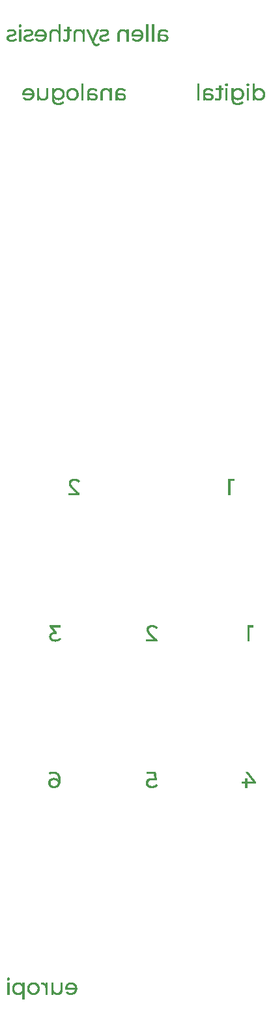
<source format=gbr>
G04 DesignSpark PCB Gerber Version 9.0 Build 5138 *
%FSLAX35Y35*%
%MOMM*%
%ADD87C,0.02540*%
X0Y0D02*
D02*
D87*
X905720Y228480D02*
X1033260D01*
X1032670Y222620*
X1031500Y217150*
X1029940Y211880*
X1027790Y207000*
X1025250Y202310*
X1022320Y197820*
X1019000Y193720*
X1015090Y190010*
X1010790Y186490*
X1006300Y183560*
X1001420Y181020*
X996340Y179070*
X990870Y177510*
X985400Y176330*
X979350Y175550*
X973290Y175360*
X966260Y175750*
X959620Y176720*
X953180Y178290*
X947120Y180440*
X941460Y183360*
X935990Y186690*
X931110Y190790*
X926610Y195470*
X914900Y182000*
X920360Y176330*
X926420Y171260*
X933060Y166960*
X940290Y163440*
X944190Y161880*
X948100Y160710*
X952200Y159540*
X956300Y158760*
X960600Y157970*
X964900Y157580*
X969390Y157190*
X973880*
X979540*
X985210Y157780*
X990680Y158560*
X995950Y159540*
X1001030Y160900*
X1006110Y162660*
X1010790Y164810*
X1015480Y167150*
X1019780Y169690*
X1024080Y172620*
X1027980Y175750*
X1031500Y179070*
X1035010Y182580*
X1038140Y186490*
X1041070Y190400*
X1043800Y194890*
X1046150Y199380*
X1048100Y203870*
X1049860Y208760*
X1051420Y213640*
X1052400Y218720*
X1053180Y223990*
X1053760Y229260*
X1053960Y234930*
X1053760Y240400*
X1053370Y245670*
X1052590Y250940*
X1051420Y256020*
X1050050Y260900*
X1048490Y265790*
X1046540Y270280*
X1044190Y274770*
X1041650Y279070*
X1038920Y283170*
X1035790Y287080*
X1032670Y290590*
X1029150Y293910*
X1025440Y297040*
X1021540Y299770*
X1017440Y302310*
X1013140Y304650*
X1008840Y306800*
X1004150Y308360*
X999470Y309730*
X994580Y310900*
X989700Y311690*
X984620Y312080*
X979350Y312270*
X974080Y312080*
X969000Y311690*
X964110Y310900*
X959230Y309730*
X954540Y308360*
X950050Y306800*
X945560Y304650*
X941260Y302310*
X937360Y299770*
X933450Y297040*
X929740Y293910*
X926420Y290590*
X923100Y287080*
X920170Y283360*
X917440Y279260*
X914900Y274970*
X912750Y270470*
X910790Y265980*
X909040Y261100*
X907860Y256220*
X906690Y251140*
X905910Y245860*
X905520Y240400*
X905330Y234930*
X905720Y228480*
X979350Y294500D02*
X984820Y294300D01*
X989900Y293720*
X994970Y292540*
X999660Y290980*
X1004150Y289030*
X1008450Y286690*
X1012550Y283760*
X1016260Y280440*
X1019780Y276920*
X1022900Y273010*
X1025640Y268720*
X1027980Y264220*
X1029940Y259540*
X1031500Y254650*
X1032670Y249380*
X1033260Y243910*
X925050*
X925830Y249380*
X927010Y254650*
X928370Y259540*
X930330Y264220*
X932670Y268720*
X935400Y273010*
X938530Y276920*
X942040Y280440*
X945950Y283760*
X950050Y286690*
X954350Y289030*
X958840Y290980*
X963720Y292540*
X968610Y293720*
X973880Y294300*
X979350Y294500*
X725830Y311100D02*
Y158560D01*
X745560*
Y186490*
X747710Y182970*
X750050Y179850*
X752590Y176720*
X755130Y173990*
X758060Y171450*
X761190Y168910*
X764510Y166760*
X767830Y164810*
X771540Y163050*
X775250Y161490*
X779150Y160120*
X783060Y158950*
X787160Y158170*
X791460Y157580*
X795950Y157190*
X800440*
X807670Y157390*
X814510Y158170*
X820950Y159540*
X827010Y161290*
X832860Y163640*
X838140Y166370*
X843020Y169890*
X847510Y173790*
X851610Y178090*
X855130Y182970*
X858060Y188440*
X860400Y194300*
X862360Y200750*
X863720Y207580*
X864510Y214810*
X864700Y222620*
Y311100*
X844190*
Y224770*
X844000Y218910*
X843410Y213440*
X842440Y208170*
X841260Y203480*
X839510Y199190*
X837550Y195080*
X835010Y191370*
X832280Y188050*
X829150Y185120*
X825640Y182580*
X821930Y180440*
X817830Y178680*
X813530Y177310*
X808840Y176330*
X803760Y175940*
X798290Y175750*
X792440Y175940*
X786970Y176530*
X781690Y177700*
X776810Y179260*
X772320Y181410*
X768020Y183950*
X763920Y186880*
X760400Y190200*
X757080Y194110*
X754350Y198400*
X751810Y202900*
X749860Y207780*
X748490Y213050*
X747320Y218720*
X746730Y224770*
X746540Y231020*
Y311100*
X725830*
X648490Y281220D02*
X646540Y284930D01*
X644390Y288440*
X642040Y291760*
X639510Y294690*
X636580Y297430*
X633650Y299970*
X630330Y302310*
X626810Y304460*
X623100Y306220*
X619190Y307780*
X615090Y309150*
X610790Y310320*
X606300Y311100*
X601420Y311690*
X596540Y312080*
X591260Y312270*
Y292350*
X596340Y292540*
X602200Y292350*
X607670Y291570*
X612940Y290400*
X617830Y288830*
X622320Y286690*
X626420Y284150*
X630330Y281220*
X634040Y277700*
X637160Y273790*
X639900Y269690*
X642240Y265010*
X644190Y259930*
X645760Y254650*
X646730Y248790*
X647320Y242740*
X647710Y236290*
Y158560*
X668220*
Y311100*
X648490*
Y281220*
X489700Y157190D02*
X495170D01*
X500440Y157780*
X505520Y158560*
X510600Y159540*
X515480Y160900*
X520170Y162660*
X524860Y164810*
X529350Y167150*
X533650Y169690*
X537750Y172620*
X541650Y175750*
X545170Y179070*
X548490Y182580*
X551610Y186490*
X554540Y190400*
X557280Y194890*
X559620Y199380*
X561580Y203870*
X563330Y208760*
X564900Y213640*
X565870Y218720*
X566650Y223990*
X567240Y229260*
X567440Y234930*
X567240Y240400*
X566650Y245670*
X565870Y250940*
X564900Y256020*
X563330Y260900*
X561580Y265790*
X559620Y270280*
X557280Y274770*
X554540Y279070*
X551610Y283170*
X548490Y287080*
X545170Y290590*
X541650Y293910*
X537750Y297040*
X533650Y299770*
X529350Y302310*
X524860Y304650*
X520170Y306800*
X515480Y308360*
X510600Y309730*
X505520Y310900*
X500440Y311690*
X495170Y312080*
X489700Y312270*
X484230Y312080*
X478960Y311690*
X473690Y310900*
X468610Y309730*
X463720Y308360*
X459040Y306800*
X454350Y304650*
X449860Y302310*
X445560Y299770*
X441460Y297040*
X437750Y293910*
X434040Y290590*
X430720Y287080*
X427590Y283170*
X424860Y279070*
X422120Y274770*
X419780Y270280*
X417830Y265790*
X416070Y260900*
X414700Y256020*
X413530Y250940*
X412750Y245670*
X412360Y240400*
X412160Y234930*
X412360Y229260*
X412750Y223990*
X413530Y218720*
X414700Y213640*
X416070Y208760*
X417830Y203870*
X419780Y199380*
X422120Y194890*
X424860Y190400*
X427590Y186490*
X430720Y182580*
X434040Y179070*
X437750Y175750*
X441460Y172620*
X445560Y169690*
X449860Y167150*
X454350Y164810*
X459040Y162660*
X463720Y160900*
X468610Y159540*
X473690Y158560*
X478960Y157780*
X484230Y157190*
X489700*
Y175360D02*
X485600Y175550D01*
X481690Y175750*
X477980Y176330*
X474270Y177310*
X470560Y178290*
X467240Y179460*
X463720Y181020*
X460400Y182780*
X457280Y184730*
X454350Y186880*
X451610Y189220*
X449080Y191760*
X446540Y194500*
X444390Y197430*
X442240Y200550*
X440290Y203870*
X438720Y207190*
X437160Y210900*
X435990Y214610*
X434820Y218330*
X434040Y222230*
X433450Y226330*
X433260Y230630*
X433060Y234930*
X433260Y239030*
X433450Y243330*
X434040Y247430*
X434820Y251330*
X435990Y255040*
X437160Y258760*
X438720Y262470*
X440290Y265790*
X444390Y272230*
X449080Y277900*
X454350Y282780*
X457280Y284930*
X460400Y286880*
X463720Y288640*
X467240Y290200*
X470560Y291370*
X474270Y292350*
X477980Y293330*
X481690Y293910*
X485600Y294110*
X489700Y294300*
X493610Y294110*
X497510Y293910*
X501420Y293330*
X505130Y292350*
X508650Y291370*
X512160Y290200*
X515480Y288640*
X518800Y286880*
X521930Y284930*
X524860Y282780*
X530330Y277900*
X535010Y272230*
X539110Y265790*
X540870Y262470*
X542240Y258760*
X543610Y255040*
X544580Y251330*
X545360Y247430*
X545950Y243330*
X546340Y239030*
X546540Y234930*
X546340Y230630*
X545950Y226330*
X545360Y222230*
X544580Y218330*
X543610Y214610*
X542240Y210900*
X540870Y207190*
X539110Y203870*
X537160Y200550*
X535010Y197430*
X532860Y194500*
X530330Y191760*
X527790Y189220*
X524860Y186880*
X521930Y184730*
X518800Y182780*
X515480Y181020*
X512160Y179460*
X508650Y178290*
X505130Y177310*
X501420Y176330*
X497510Y175750*
X493610Y175550*
X489700Y175360*
X291650Y312270D02*
X286190Y312080D01*
X281110Y311690*
X276030Y310900*
X271150Y309730*
X266260Y308560*
X261580Y306800*
X257080Y304850*
X252790Y302510*
X248490Y299970*
X244390Y297230*
X240680Y294110*
X237160Y290790*
X233840Y287270*
X230910Y283560*
X227980Y279460*
X225440Y275160*
X223100Y270670*
X221150Y265980*
X219390Y261100*
X218020Y256220*
X217040Y251140*
X216260Y245860*
X215680Y240400*
X215480Y234930*
X215680Y229260*
X216260Y223600*
X217040Y218330*
X218020Y213250*
X219390Y208170*
X221150Y203290*
X223100Y198790*
X225440Y194300*
X227980Y190010*
X230910Y185900*
X233840Y182000*
X237160Y178480*
X240680Y175160*
X244390Y172230*
X248290Y169300*
X252590Y166760*
X256890Y164610*
X261380Y162470*
X266070Y160900*
X270950Y159540*
X275830Y158560*
X280910Y157780*
X286190Y157190*
X291650*
X296150*
X300640Y157580*
X304940Y158170*
X309230Y158950*
X313330Y160120*
X317440Y161490*
X321340Y163050*
X325050Y164810*
X328760Y166760*
X332280Y169110*
X335600Y171450*
X338720Y174190*
X341650Y177110*
X344390Y180240*
X347120Y183760*
X349660Y187270*
Y102310*
X370170*
Y311100*
X350440*
Y281020*
X348100Y284540*
X345360Y288050*
X342630Y291180*
X339700Y294300*
X336580Y297040*
X333260Y299580*
X329540Y301920*
X325830Y304070*
X322120Y306020*
X318020Y307780*
X313920Y309150*
X309620Y310320*
X305330Y311100*
X300830Y311690*
X296340Y312080*
X291650Y312270*
X293020Y175360D02*
X289110Y175550D01*
X285210Y175750*
X281500Y176330*
X277790Y177310*
X274270Y178290*
X270760Y179460*
X267240Y181020*
X263920Y182780*
X260790Y184730*
X257860Y186880*
X254940Y189220*
X252400Y191760*
X249860Y194500*
X247710Y197430*
X245560Y200550*
X243610Y203870*
X241850Y207190*
X240290Y210900*
X239110Y214610*
X237940Y218330*
X237160Y222230*
X236580Y226330*
X236190Y230630*
Y234930*
Y239030*
X236580Y243330*
X237160Y247230*
X237940Y251330*
X239110Y255040*
X240290Y258760*
X241850Y262270*
X243610Y265790*
X247710Y272040*
X252400Y277700*
X257860Y282580*
X263920Y286690*
X267240Y288440*
X270760Y290010*
X274270Y291370*
X277790Y292350*
X281500Y293130*
X285210Y293720*
X289110Y294110*
X293020Y294300*
X296930Y294110*
X300830Y293720*
X304740Y293130*
X308450Y292350*
X311970Y291370*
X315480Y290010*
X318800Y288440*
X322120Y286690*
X328180Y282580*
X333650Y277700*
X338330Y272040*
X342440Y265790*
X344190Y262270*
X345760Y258760*
X346930Y255040*
X348100Y251330*
X348880Y247230*
X349470Y243330*
X349660Y239030*
X349860Y234930*
X349660Y230630*
X349470Y226330*
X348880Y222230*
X348100Y218330*
X346930Y214610*
X345760Y210900*
X344190Y207190*
X342440Y203870*
X340480Y200550*
X338330Y197430*
X336190Y194500*
X333650Y191760*
X331110Y189220*
X328180Y186880*
X325250Y184730*
X322120Y182780*
X318800Y181020*
X315480Y179460*
X311970Y178290*
X308450Y177310*
X304740Y176330*
X300830Y175750*
X296930Y175550*
X293020Y175360*
X173490Y311100D02*
X152980D01*
Y158560*
X173490*
Y311100*
X163140Y344500D02*
X166070Y344690D01*
X169000Y345470*
X171540Y346840*
X173690Y348790*
X175640Y351140*
X177010Y353680*
X177790Y356410*
X178180Y359340*
X177790Y362080*
X177010Y364610*
X175640Y367150*
X173690Y369500*
X171540Y371260*
X169000Y372620*
X166070Y373400*
X163140Y373790*
X160010Y373400*
X157080Y372620*
X154540Y371450*
X152400Y369500*
X150440Y367350*
X149080Y365010*
X148290Y362270*
X147900Y359540*
X148290Y356410*
X149080Y353680*
X150440Y351140*
X152400Y348790*
X154540Y346840*
X157080Y345470*
X160010Y344690*
X163140Y344500*
X349660Y104040D02*
X370170D01*
X349660Y106420D02*
X370170D01*
X349660Y108800D02*
X370170D01*
X349660Y111180D02*
X370170D01*
X349660Y113560D02*
X370170D01*
X349660Y115940D02*
X370170D01*
X349660Y118320D02*
X370170D01*
X349660Y120700D02*
X370170D01*
X349660Y123080D02*
X370170D01*
X349660Y125460D02*
X370170D01*
X349660Y127840D02*
X370170D01*
X349660Y130220D02*
X370170D01*
X349660Y132600D02*
X370170D01*
X349660Y134980D02*
X370170D01*
X349660Y137360D02*
X370170D01*
X349660Y139740D02*
X370170D01*
X349660Y142120D02*
X370170D01*
X349660Y144500D02*
X370170D01*
X349660Y146880D02*
X370170D01*
X349660Y149260D02*
X370170D01*
X349660Y151640D02*
X370170D01*
X349660Y154020D02*
X370170D01*
X349660Y156400D02*
X370170D01*
X152980Y158780D02*
X173490D01*
X274730D02*
X308300D01*
X349660D02*
X370170D01*
X472550D02*
X506660D01*
X647710D02*
X668220D01*
X725830D02*
X745560D01*
X783950D02*
X817380D01*
X956300D02*
X991860D01*
X152980Y161160D02*
X173490D01*
X265290D02*
X316450D01*
X349660D02*
X370170D01*
X463030D02*
X516170D01*
X647710D02*
X668220D01*
X725830D02*
X745560D01*
X776190D02*
X826560D01*
X946600D02*
X1001780D01*
X152980Y163540D02*
X173490D01*
X259140D02*
X322370D01*
X349660D02*
X370170D01*
X457120D02*
X522090D01*
X647710D02*
X668220D01*
X725830D02*
X745560D01*
X770510D02*
X832610D01*
X940080D02*
X1008030D01*
X152980Y165920D02*
X173490D01*
X254270D02*
X327160D01*
X349660D02*
X370170D01*
X452220D02*
X526990D01*
X647710D02*
X668220D01*
X725830D02*
X745560D01*
X765940D02*
X837270D01*
X935200D02*
X1013010D01*
X152980Y168300D02*
X173490D01*
X249980D02*
X331070D01*
X349660D02*
X370170D01*
X447910D02*
X531300D01*
X647710D02*
X668220D01*
X725830D02*
X745560D01*
X762130D02*
X840820D01*
X930990D02*
X1017430D01*
X152980Y170680D02*
X173490D01*
X246450D02*
X334510D01*
X349660D02*
X370170D01*
X444170D02*
X535040D01*
X647710D02*
X668220D01*
X725830D02*
X745560D01*
X759010D02*
X843930D01*
X927320D02*
X1021230D01*
X152980Y173060D02*
X173490D01*
X243340D02*
X337430D01*
X349660D02*
X370170D01*
X440940D02*
X538300D01*
X647710D02*
X668220D01*
X725830D02*
X745560D01*
X756200D02*
X846670D01*
X924270D02*
X1024630D01*
X152980Y175440D02*
X173490D01*
X240380D02*
X291370D01*
X294670D02*
X339970D01*
X349660D02*
X370170D01*
X438120D02*
X487970D01*
X491350D02*
X541260D01*
X647710D02*
X668220D01*
X725830D02*
X745560D01*
X753780D02*
X849080D01*
X921420D02*
X971850D01*
X975840D02*
X1027590D01*
X152980Y177820D02*
X173490D01*
X237860D02*
X275960D01*
X310280D02*
X342270D01*
X349660D02*
X370170D01*
X435440D02*
X472340D01*
X506960D02*
X543840D01*
X647710D02*
X668220D01*
X725830D02*
X745560D01*
X751700D02*
X781310D01*
X815130D02*
X851350D01*
X918930D02*
X955110D01*
X991960D02*
X1030170D01*
X152980Y180200D02*
X173490D01*
X235540D02*
X269090D01*
X317050D02*
X344360D01*
X349660D02*
X370170D01*
X432970D02*
X465570D01*
X513730D02*
X546240D01*
X647710D02*
X668220D01*
X725830D02*
X745560D01*
X749790D02*
X774850D01*
X821370D02*
X853130D01*
X916630D02*
X947800D01*
X999280D02*
X1032630D01*
X152980Y182580D02*
X173490D01*
X233400D02*
X264300D01*
X321740D02*
X346200D01*
X349660D02*
X370170D01*
X430720D02*
X460780D01*
X518420D02*
X548490D01*
X647710D02*
X668220D01*
X725830D02*
X745560D01*
X748000D02*
X770340D01*
X825640D02*
X854850D01*
X915400D02*
X942970D01*
X1004420D02*
X1035010D01*
X152980Y184960D02*
X173490D01*
X231620D02*
X260480D01*
X325560D02*
X347990D01*
X349660D02*
X370170D01*
X428810D02*
X456970D01*
X522240D02*
X550390D01*
X647710D02*
X668220D01*
X725830D02*
X745560D01*
X746490D02*
X766610D01*
X828930D02*
X856200D01*
X917470D02*
X938830D01*
X1008450D02*
X1036920D01*
X152980Y187340D02*
X173490D01*
X229880D02*
X257290D01*
X328760D02*
X370170D01*
X427000D02*
X453810D01*
X525440D02*
X552250D01*
X647710D02*
X668220D01*
X725830D02*
X763430D01*
X831520D02*
X857470D01*
X919540D02*
X935220D01*
X1011830D02*
X1038780D01*
X152980Y189720D02*
X173490D01*
X228190D02*
X254440D01*
X331610D02*
X370170D01*
X425330D02*
X451110D01*
X528290D02*
X554030D01*
X647710D02*
X668220D01*
X725830D02*
X760910D01*
X833650D02*
X858570D01*
X921610D02*
X932380D01*
X1014740D02*
X1040560D01*
X152980Y192100D02*
X173490D01*
X226740D02*
X252080D01*
X333970D02*
X370170D01*
X423820D02*
X448760D01*
X530640D02*
X555580D01*
X647710D02*
X668220D01*
X725830D02*
X758790D01*
X835510D02*
X859520D01*
X923680D02*
X929850D01*
X1017290D02*
X1042100D01*
X152980Y194480D02*
X173490D01*
X225350D02*
X249870D01*
X336190D02*
X370170D01*
X422370D02*
X446550D01*
X532860D02*
X557030D01*
X647710D02*
X668220D01*
X725830D02*
X756840D01*
X837140D02*
X860450D01*
X925750D02*
X927560D01*
X1019620D02*
X1043550D01*
X152980Y196860D02*
X173490D01*
X224110D02*
X248130D01*
X337910D02*
X370170D01*
X421090D02*
X444810D01*
X534590D02*
X558310D01*
X647710D02*
X668220D01*
X725830D02*
X755330D01*
X838400D02*
X861180D01*
X1021540D02*
X1044830D01*
X152980Y199240D02*
X173490D01*
X222910D02*
X246460D01*
X339580D02*
X370170D01*
X419850D02*
X443140D01*
X536260D02*
X559550D01*
X647710D02*
X668220D01*
X725830D02*
X753880D01*
X839530D02*
X861900D01*
X1023250D02*
X1046080D01*
X152980Y201620D02*
X173490D01*
X221870D02*
X244930D01*
X341110D02*
X370170D01*
X418810D02*
X441610D01*
X537790D02*
X560600D01*
X647710D02*
X668220D01*
X725830D02*
X752530D01*
X840500D02*
X862530D01*
X1024800D02*
X1047120D01*
X152980Y204000D02*
X173490D01*
X220890D02*
X243540D01*
X342510D02*
X370170D01*
X417780D02*
X440230D01*
X539180D02*
X561630D01*
X647710D02*
X668220D01*
X725830D02*
X751370D01*
X841390D02*
X863010D01*
X1026170D02*
X1048150D01*
X152980Y206380D02*
X173490D01*
X220040D02*
X242280D01*
X343760D02*
X370170D01*
X416930D02*
X439100D01*
X540440D02*
X562480D01*
X647710D02*
X668220D01*
X725830D02*
X750420D01*
X841990D02*
X863480D01*
X1027450D02*
X1049000D01*
X152980Y208760D02*
X173490D01*
X219230D02*
X241190D01*
X344850D02*
X370170D01*
X416070D02*
X438060D01*
X541450D02*
X563330D01*
X647710D02*
X668220D01*
X725830D02*
X749610D01*
X842550D02*
X863850D01*
X1028570D02*
X1049860D01*
X152980Y211140D02*
X173490D01*
X218590D02*
X240210D01*
X345840D02*
X370170D01*
X415400D02*
X437080D01*
X542330D02*
X564100D01*
X647710D02*
X668220D01*
X725830D02*
X748990D01*
X842990D02*
X864110D01*
X1029610D02*
X1050620D01*
X152980Y213520D02*
X173490D01*
X217970D02*
X239460D01*
X346590D02*
X370170D01*
X414730D02*
X436330D01*
X543210D02*
X564860D01*
X647710D02*
X668220D01*
X725830D02*
X748390D01*
X843420D02*
X864370D01*
X1030430D02*
X1051380D01*
X152980Y215900D02*
X173490D01*
X217510D02*
X238700D01*
X347340D02*
X370170D01*
X414180D02*
X435580D01*
X543950D02*
X565330D01*
X647710D02*
X668220D01*
X725830D02*
X747900D01*
X843680D02*
X864540D01*
X1031130D02*
X1051860D01*
X152980Y218280D02*
X173490D01*
X217050D02*
X237960D01*
X348080D02*
X370170D01*
X413630D02*
X434840D01*
X544570D02*
X565790D01*
X647710D02*
X668220D01*
X725830D02*
X747410D01*
X843930D02*
X864590D01*
X1031740D02*
X1052320D01*
X152980Y220660D02*
X173490D01*
X216700D02*
X237470D01*
X348570D02*
X370170D01*
X413240D02*
X434350D01*
X545050D02*
X566160D01*
X647710D02*
X668220D01*
X725830D02*
X747130D01*
X844060D02*
X864650D01*
X1032250D02*
X1052690D01*
X152980Y223040D02*
X173490D01*
X216340D02*
X237050D01*
X349000D02*
X370170D01*
X412890D02*
X433920D01*
X545480D02*
X566510D01*
X647710D02*
X668220D01*
X725830D02*
X746900D01*
X844130D02*
X864700D01*
X1032710D02*
X1053040D01*
X152980Y225420D02*
X173490D01*
X216070D02*
X236710D01*
X349340D02*
X370170D01*
X412640D02*
X433580D01*
X545820D02*
X566810D01*
X647710D02*
X668220D01*
X725830D02*
X746710D01*
X844190D02*
X864700D01*
X1032950D02*
X1053340D01*
X152980Y227800D02*
X173490D01*
X215830D02*
X236450D01*
X349530D02*
X370170D01*
X412470D02*
X433390D01*
X546080D02*
X567080D01*
X647710D02*
X668220D01*
X725830D02*
X746640D01*
X844190D02*
X864700D01*
X1033190D02*
X1053600D01*
X152980Y230180D02*
X173490D01*
X215650D02*
X236230D01*
X349640D02*
X370170D01*
X412330D02*
X433280D01*
X546300D02*
X567270D01*
X647710D02*
X668220D01*
X725830D02*
X746570D01*
X844190D02*
X864700D01*
X905620D02*
X1053790D01*
X152980Y232560D02*
X173490D01*
X215560D02*
X236190D01*
X349750D02*
X370170D01*
X412240D02*
X433170D01*
X546430D02*
X567360D01*
X647710D02*
X668220D01*
X725830D02*
X746540D01*
X844190D02*
X864700D01*
X905470D02*
X1053880D01*
X152980Y234940D02*
X173490D01*
X215480D02*
X236190D01*
X349860D02*
X370170D01*
X412160D02*
X433060D01*
X546540D02*
X567440D01*
X647710D02*
X668220D01*
X725830D02*
X746540D01*
X844190D02*
X864700D01*
X905330D02*
X1053960D01*
X152980Y237320D02*
X173490D01*
X215570D02*
X236190D01*
X349740D02*
X370170D01*
X412250D02*
X433180D01*
X546420D02*
X567350D01*
X647650D02*
X668220D01*
X725830D02*
X746540D01*
X844190D02*
X864700D01*
X905410D02*
X1053870D01*
X152980Y239700D02*
X173490D01*
X215650D02*
X236250D01*
X349630D02*
X370170D01*
X412330D02*
X433290D01*
X546280D02*
X567270D01*
X647500D02*
X668220D01*
X725830D02*
X746540D01*
X844190D02*
X864700D01*
X905500D02*
X1053790D01*
X152980Y242080D02*
X173490D01*
X215860D02*
X236470D01*
X349530D02*
X370170D01*
X412480D02*
X433390D01*
X546060D02*
X567050D01*
X647360D02*
X668220D01*
X725830D02*
X746540D01*
X844190D02*
X864700D01*
X905640D02*
X1053640D01*
X152980Y244460D02*
X173490D01*
X216110D02*
X236750D01*
X349300D02*
X370170D01*
X412660D02*
X433610D01*
X545790D02*
X566790D01*
X647150D02*
X668220D01*
X725830D02*
X746540D01*
X844190D02*
X864700D01*
X905810D02*
X925130D01*
X1033200D02*
X1053460D01*
X152980Y246840D02*
X173490D01*
X216400D02*
X237100D01*
X348940D02*
X370170D01*
X412920D02*
X433960D01*
X545440D02*
X566480D01*
X646920D02*
X668220D01*
X725830D02*
X746540D01*
X844190D02*
X864700D01*
X906050D02*
X925470D01*
X1032940D02*
X1053200D01*
X152980Y249220D02*
X173490D01*
X216760D02*
X237540D01*
X348500D02*
X370170D01*
X413280D02*
X434400D01*
X545000D02*
X566120D01*
X646660D02*
X668220D01*
X725830D02*
X746540D01*
X844190D02*
X864700D01*
X906410D02*
X925810D01*
X1032690D02*
X1052840D01*
X152980Y251600D02*
X173490D01*
X217130D02*
X238030D01*
X348010D02*
X370170D01*
X413680D02*
X434910D01*
X544510D02*
X565740D01*
X646260D02*
X668220D01*
X725830D02*
X746540D01*
X844190D02*
X864700D01*
X906800D02*
X926330D01*
X1032180D02*
X1052440D01*
X152980Y253980D02*
X173490D01*
X217590D02*
X238780D01*
X347260D02*
X370170D01*
X414230D02*
X435660D01*
X543890D02*
X565290D01*
X645870D02*
X668220D01*
X725830D02*
X746540D01*
X844190D02*
X864700D01*
X907340D02*
X926860D01*
X1031650D02*
X1051890D01*
X152980Y256360D02*
X173490D01*
X218060D02*
X239530D01*
X346510D02*
X370170D01*
X414800D02*
X436410D01*
X543120D02*
X564790D01*
X645250D02*
X668220D01*
X725830D02*
X746540D01*
X844190D02*
X864700D01*
X907890D02*
X927490D01*
X1030950D02*
X1051320D01*
X152980Y258740D02*
X173490D01*
X218730D02*
X240280D01*
X345760D02*
X370170D01*
X415460D02*
X437150D01*
X542240D02*
X564020D01*
X644540D02*
X668220D01*
X725830D02*
X746540D01*
X844190D02*
X864700D01*
X908470D02*
X928150D01*
X1030200D02*
X1050660D01*
X152980Y261120D02*
X173490D01*
X219390D02*
X241340D01*
X344700D02*
X370170D01*
X416150D02*
X438150D01*
X541370D02*
X563250D01*
X643730D02*
X668220D01*
X725830D02*
X746540D01*
X844190D02*
X864700D01*
X909040D02*
X929030D01*
X1029280D02*
X1049980D01*
X152980Y263500D02*
X173490D01*
X220260D02*
X242470D01*
X343580D02*
X370170D01*
X417010D02*
X439210D01*
X540320D02*
X562400D01*
X642820D02*
X668220D01*
X725830D02*
X746540D01*
X844190D02*
X864700D01*
X909900D02*
X930030D01*
X1028280D02*
X1049220D01*
X152980Y265880D02*
X173490D01*
X221110D02*
X243670D01*
X342380D02*
X370170D01*
X417870D02*
X440350D01*
X539050D02*
X561540D01*
X641810D02*
X668220D01*
X725830D02*
X746540D01*
X844190D02*
X864700D01*
X910750D02*
X931190D01*
X1027120D02*
X1048450D01*
X152980Y268260D02*
X173490D01*
X222100D02*
X245230D01*
X340820D02*
X370170D01*
X418900D02*
X441860D01*
X537540D02*
X560500D01*
X640620D02*
X668220D01*
X725830D02*
X746540D01*
X844190D02*
X864700D01*
X911790D02*
X932430D01*
X1025880D02*
X1047420D01*
X152980Y270640D02*
X173490D01*
X223100D02*
X246790D01*
X339250D02*
X370170D01*
X419970D02*
X443380D01*
X536020D02*
X559430D01*
X639270D02*
X668220D01*
X725830D02*
X746540D01*
X844190D02*
X864700D01*
X912830D02*
X933890D01*
X1024410D02*
X1046350D01*
X152980Y273020D02*
X173490D01*
X224320D02*
X248520D01*
X337520D02*
X370170D01*
X421210D02*
X445040D01*
X534360D02*
X558190D01*
X637670D02*
X668220D01*
X725830D02*
X746540D01*
X844190D02*
X864700D01*
X913970D02*
X935410D01*
X1022900D02*
X1045110D01*
X152980Y275400D02*
X173490D01*
X225580D02*
X250490D01*
X335550D02*
X370170D01*
X422520D02*
X447010D01*
X532390D02*
X556880D01*
X635880D02*
X668220D01*
X725830D02*
X746540D01*
X844190D02*
X864700D01*
X915150D02*
X937310D01*
X1020990D02*
X1043820D01*
X152980Y277780D02*
X173490D01*
X226990D02*
X252490D01*
X333560D02*
X370170D01*
X424040D02*
X448980D01*
X530430D02*
X555360D01*
X633960D02*
X668220D01*
X725830D02*
X746540D01*
X844190D02*
X864700D01*
X916560D02*
X939390D01*
X1018920D02*
X1042410D01*
X152980Y280160D02*
X173490D01*
X228480D02*
X255150D01*
X330890D02*
X370170D01*
X425590D02*
X451520D01*
X527800D02*
X553760D01*
X631450D02*
X668220D01*
X725830D02*
X746540D01*
X844190D02*
X864700D01*
X918040D02*
X941760D01*
X1016540D02*
X1040920D01*
X152980Y282540D02*
X173490D01*
X230180D02*
X257800D01*
X328180D02*
X349430D01*
X350440D02*
X370170D01*
X427170D02*
X454090D01*
X525130D02*
X552060D01*
X628570D02*
X647800D01*
X648490D02*
X668220D01*
X725830D02*
X746540D01*
X844190D02*
X864700D01*
X919620D02*
X944510D01*
X1013910D02*
X1039340D01*
X152980Y284920D02*
X173490D01*
X231980D02*
X261310D01*
X324730D02*
X347800D01*
X350440D02*
X370170D01*
X428990D02*
X457260D01*
X521930D02*
X550210D01*
X625180D02*
X646550D01*
X648490D02*
X668220D01*
X725830D02*
X746540D01*
X844190D02*
X864700D01*
X921400D02*
X947570D01*
X1010930D02*
X1037520D01*
X152980Y287300D02*
X173490D01*
X233840D02*
X265080D01*
X320960D02*
X345950D01*
X350440D02*
X370170D01*
X430930D02*
X461190D01*
X518010D02*
X548280D01*
X621040D02*
X645090D01*
X648490D02*
X668220D01*
X725830D02*
X746540D01*
X844190D02*
X864700D01*
X923310D02*
X951170D01*
X1007330D02*
X1035590D01*
X152980Y289680D02*
X173490D01*
X236110D02*
X270020D01*
X316180D02*
X343940D01*
X350440D02*
X370170D01*
X433180D02*
X466070D01*
X513270D02*
X546030D01*
X615180D02*
X643510D01*
X648490D02*
X668220D01*
X725830D02*
X746540D01*
X844190D02*
X864700D01*
X925560D02*
X955850D01*
X1002650D02*
X1033480D01*
X152980Y292060D02*
X173490D01*
X238510D02*
X276750D01*
X309490D02*
X341800D01*
X350440D02*
X370170D01*
X435680D02*
X473170D01*
X506170D02*
X543610D01*
X604230D02*
X641780D01*
X648490D02*
X668220D01*
X725830D02*
X746540D01*
X844190D02*
X864700D01*
X927890D02*
X962220D01*
X996410D02*
X1031110D01*
X152980Y294440D02*
X173490D01*
X241070D02*
X339540D01*
X350440D02*
X370170D01*
X438380D02*
X540990D01*
X591260D02*
X639730D01*
X648490D02*
X668220D01*
X725830D02*
X746540D01*
X844190D02*
X864700D01*
X930370D02*
X977710D01*
X980990D02*
X1028520D01*
X152980Y296820D02*
X173490D01*
X243900D02*
X336830D01*
X350440D02*
X370170D01*
X441200D02*
X538020D01*
X591260D02*
X637230D01*
X648490D02*
X668220D01*
X725830D02*
X746540D01*
X844190D02*
X864700D01*
X933190D02*
X1025700D01*
X152980Y299200D02*
X173490D01*
X247340D02*
X333760D01*
X350440D02*
X370170D01*
X444700D02*
X534510D01*
X591260D02*
X634540D01*
X648490D02*
X668220D01*
X725830D02*
X746540D01*
X844190D02*
X864700D01*
X936540D02*
X1022350D01*
X152980Y301580D02*
X173490D01*
X251220D02*
X330080D01*
X350440D02*
X370170D01*
X448620D02*
X530590D01*
X591260D02*
X631370D01*
X648490D02*
X668220D01*
X725830D02*
X746540D01*
X844190D02*
X864700D01*
X940140D02*
X1018620D01*
X152980Y303960D02*
X173490D01*
X255450D02*
X326020D01*
X350440D02*
X370170D01*
X453030D02*
X526180D01*
X591260D02*
X627630D01*
X648490D02*
X668220D01*
X725830D02*
X746540D01*
X844190D02*
X864700D01*
X944290D02*
X1014410D01*
X152980Y306340D02*
X173490D01*
X260520D02*
X321370D01*
X350440D02*
X370170D01*
X458040D02*
X521170D01*
X591260D02*
X622800D01*
X648490D02*
X668220D01*
X725830D02*
X746540D01*
X844190D02*
X864700D01*
X949090D02*
X1009760D01*
X152980Y308720D02*
X173490D01*
X266930D02*
X315210D01*
X350440D02*
X370170D01*
X465000D02*
X514200D01*
X591260D02*
X616380D01*
X648490D02*
X668220D01*
X725830D02*
X746540D01*
X844190D02*
X864700D01*
X955770D02*
X1002920D01*
X277320Y311100D02*
X305330D01*
X475020D02*
X504230D01*
X591260D02*
X606300D01*
X965350D02*
X993340D01*
X154540Y346800D02*
X171500D01*
X152070Y349180D02*
X174010D01*
X150220Y351560D02*
X175870D01*
X149000Y353940D02*
X177080D01*
X148320Y356320D02*
X177760D01*
X148000Y358700D02*
X178090D01*
X148120Y361080D02*
X177930D01*
X148630Y363460D02*
X177360D01*
X149560Y365840D02*
X176350D01*
X151230Y368220D02*
X174750D01*
X153610Y370600D02*
X172350D01*
X158430Y372980D02*
X167650D01*
X2173210Y12682270D02*
X2165980Y12682080D01*
X2159150Y12681290*
X2152700Y12680120*
X2146840Y12678560*
X2141180Y12676410*
X2136100Y12673870*
X2131610Y12670750*
X2127310Y12667230*
X2123600Y12663330*
X2120280Y12659030*
X2117540Y12654150*
X2115400Y12648870*
X2113640Y12643010*
X2112470Y12636760*
X2111690Y12630120*
X2111290Y12623090*
Y12528560*
X2131020*
Y12552390*
X2132970Y12549460*
X2134930Y12546720*
X2137270Y12544190*
X2139610Y12541650*
X2142350Y12539500*
X2145280Y12537350*
X2148210Y12535590*
X2151530Y12533830*
X2155040Y12532270*
X2158560Y12530900*
X2162470Y12529730*
X2166370Y12528760*
X2170470Y12527970*
X2174580Y12527580*
X2179070Y12527190*
X2183560*
X2189810Y12527390*
X2195670Y12527780*
X2201330Y12528760*
X2206610Y12530120*
X2211490Y12531880*
X2215980Y12534030*
X2220280Y12536370*
X2224190Y12539300*
X2227700Y12542430*
X2230830Y12545940*
X2233360Y12549460*
X2235510Y12553360*
X2237080Y12557470*
X2238440Y12561960*
X2239030Y12566650*
X2239220Y12571530*
X2239030Y12576220*
X2238440Y12580710*
X2237270Y12585010*
X2235710Y12588910*
X2233760Y12592820*
X2231410Y12596330*
X2228480Y12599650*
X2225160Y12602780*
X2221450Y12605510*
X2217150Y12608050*
X2212270Y12610010*
X2207000Y12611760*
X2201140Y12612940*
X2194690Y12613910*
X2187860Y12614500*
X2180440Y12614690*
X2132000*
Y12624070*
X2132190Y12628760*
X2132580Y12633250*
X2133560Y12637350*
X2134730Y12641260*
X2136290Y12644970*
X2138250Y12648290*
X2140400Y12651220*
X2142940Y12653950*
X2145860Y12656490*
X2149190Y12658440*
X2152700Y12660200*
X2156610Y12661760*
X2160710Y12662740*
X2165200Y12663720*
X2170080Y12664110*
X2175160Y12664300*
X2182390Y12663910*
X2189420Y12663130*
X2196260Y12661570*
X2203090Y12659420*
X2209540Y12656880*
X2215400Y12653760*
X2220860Y12650240*
X2225940Y12646330*
X2235320Y12661760*
X2229070Y12666260*
X2222430Y12670360*
X2215200Y12673870*
X2207390Y12676800*
X2199190Y12679150*
X2190790Y12680900*
X2182000Y12681880*
X2173210Y12682270*
X2180440Y12543400D02*
X2176140D01*
X2172040Y12543790*
X2168130Y12544380*
X2164220Y12545360*
X2160510Y12546530*
X2157000Y12547900*
X2153680Y12549460*
X2150550Y12551220*
X2147430Y12553360*
X2144690Y12555710*
X2142150Y12558250*
X2139610Y12560980*
X2137470Y12564110*
X2135320Y12567230*
X2133560Y12570750*
X2132000Y12574460*
Y12599260*
X2179850*
X2184540*
X2189030Y12598870*
X2193130Y12598290*
X2197040Y12597700*
X2200550Y12596720*
X2203680Y12595550*
X2206610Y12594190*
X2209150Y12592430*
X2211490Y12590670*
X2213440Y12588720*
X2215200Y12586370*
X2216570Y12584030*
X2217540Y12581290*
X2218330Y12578360*
X2218910Y12575440*
Y12572110*
Y12568790*
X2218330Y12565670*
X2217540Y12562740*
X2216370Y12560200*
X2215010Y12557660*
X2213250Y12555120*
X2211290Y12552970*
X2208760Y12551020*
X2206220Y12549260*
X2203290Y12547700*
X2200160Y12546330*
X2196650Y12545160*
X2192940Y12544380*
X2189030Y12543790*
X2184930Y12543400*
X2180440*
X2055440Y12743790D02*
X2034930D01*
Y12528560*
X2055440*
Y12743790*
X1977510D02*
X1957000D01*
Y12528560*
X1977510*
Y12743790*
X1766760Y12598480D02*
X1894300D01*
X1893720Y12592620*
X1892540Y12587150*
X1890980Y12581880*
X1888830Y12577000*
X1886290Y12572310*
X1883360Y12567820*
X1880040Y12563720*
X1876140Y12560010*
X1871840Y12556490*
X1867350Y12553560*
X1862470Y12551020*
X1857390Y12549070*
X1851920Y12547510*
X1846450Y12546330*
X1840400Y12545550*
X1834340Y12545360*
X1827310Y12545750*
X1820670Y12546720*
X1814220Y12548290*
X1808170Y12550440*
X1802510Y12553360*
X1797040Y12556690*
X1792150Y12560790*
X1787660Y12565470*
X1775940Y12552000*
X1781410Y12546330*
X1787470Y12541260*
X1794110Y12536960*
X1801330Y12533440*
X1805240Y12531880*
X1809150Y12530710*
X1813250Y12529540*
X1817350Y12528760*
X1821650Y12527970*
X1825940Y12527580*
X1830440Y12527190*
X1834930*
X1840590*
X1846260Y12527780*
X1851720Y12528560*
X1857000Y12529540*
X1862080Y12530900*
X1867150Y12532660*
X1871840Y12534810*
X1876530Y12537150*
X1880830Y12539690*
X1885120Y12542620*
X1889030Y12545750*
X1892540Y12549070*
X1896060Y12552580*
X1899190Y12556490*
X1902110Y12560400*
X1904850Y12564890*
X1907190Y12569380*
X1909150Y12573870*
X1910900Y12578760*
X1912470Y12583640*
X1913440Y12588720*
X1914220Y12593990*
X1914810Y12599260*
X1915010Y12604930*
X1914810Y12610400*
X1914420Y12615670*
X1913640Y12620940*
X1912470Y12626020*
X1911100Y12630900*
X1909540Y12635790*
X1907580Y12640280*
X1905240Y12644770*
X1902700Y12649070*
X1899970Y12653170*
X1896840Y12657080*
X1893720Y12660590*
X1890200Y12663910*
X1886490Y12667040*
X1882580Y12669770*
X1878480Y12672310*
X1874190Y12674650*
X1869890Y12676800*
X1865200Y12678360*
X1860510Y12679730*
X1855630Y12680900*
X1850750Y12681690*
X1845670Y12682080*
X1840400Y12682270*
X1835120Y12682080*
X1830040Y12681690*
X1825160Y12680900*
X1820280Y12679730*
X1815590Y12678360*
X1811100Y12676800*
X1806610Y12674650*
X1802310Y12672310*
X1798400Y12669770*
X1794500Y12667040*
X1790790Y12663910*
X1787470Y12660590*
X1784150Y12657080*
X1781220Y12653360*
X1778480Y12649260*
X1775940Y12644970*
X1773790Y12640470*
X1771840Y12635980*
X1770080Y12631100*
X1768910Y12626220*
X1767740Y12621140*
X1766960Y12615860*
X1766570Y12610400*
X1766370Y12604930*
X1766760Y12598480*
X1840400Y12664500D02*
X1845860Y12664300D01*
X1850940Y12663720*
X1856020Y12662540*
X1860710Y12660980*
X1865200Y12659030*
X1869500Y12656690*
X1873600Y12653760*
X1877310Y12650440*
X1880830Y12646920*
X1883950Y12643010*
X1886690Y12638720*
X1889030Y12634220*
X1890980Y12629540*
X1892540Y12624650*
X1893720Y12619380*
X1894300Y12613910*
X1786100*
X1786880Y12619380*
X1788050Y12624650*
X1789420Y12629540*
X1791370Y12634220*
X1793720Y12638720*
X1796450Y12643010*
X1799580Y12646920*
X1803090Y12650440*
X1807000Y12653760*
X1811100Y12656690*
X1815400Y12659030*
X1819890Y12660980*
X1824770Y12662540*
X1829650Y12663720*
X1834930Y12664300*
X1840400Y12664500*
X1646650Y12682270D02*
X1639610Y12682080D01*
X1632970Y12681290*
X1626720Y12679930*
X1620860Y12678170*
X1615400Y12675830*
X1610120Y12672900*
X1605440Y12669580*
X1600940Y12665670*
X1597040Y12661180*
X1593520Y12656290*
X1590590Y12651020*
X1588250Y12645160*
X1586290Y12638720*
X1585120Y12632080*
X1584340Y12624650*
X1583950Y12617040*
Y12528560*
X1604650*
Y12614890*
X1604850Y12620750*
X1605240Y12626220*
X1606220Y12631290*
X1607580Y12635980*
X1609150Y12640280*
X1611290Y12644190*
X1613640Y12647900*
X1616570Y12651220*
X1619690Y12654150*
X1623010Y12656690*
X1626920Y12658830*
X1630830Y12660590*
X1635320Y12661960*
X1640010Y12662940*
X1645080Y12663520*
X1650360Y12663720*
X1656410Y12663520*
X1662080Y12662740*
X1667540Y12661570*
X1672430Y12660010*
X1677110Y12658050*
X1681610Y12655510*
X1685710Y12652390*
X1689420Y12649070*
X1692740Y12645160*
X1695670Y12641060*
X1698210Y12636570*
X1700160Y12631690*
X1701720Y12626410*
X1702900Y12620750*
X1703480Y12614890*
X1703870Y12608640*
Y12528560*
X1724380*
Y12681100*
X1704650*
Y12652970*
X1702510Y12656290*
X1699970Y12659610*
X1697430Y12662540*
X1694690Y12665280*
X1691570Y12668010*
X1688440Y12670360*
X1684930Y12672510*
X1681220Y12674650*
X1677510Y12676410*
X1673600Y12677970*
X1669500Y12679340*
X1665200Y12680320*
X1660710Y12681100*
X1656220Y12681690*
X1651530Y12682080*
X1646650Y12682270*
X1411290Y12527190D02*
X1420470Y12527390D01*
X1429460Y12528360*
X1438250Y12530120*
X1446840Y12532470*
X1450940Y12533830*
X1454850Y12535400*
X1458360Y12536960*
X1461880Y12538520*
X1465010Y12540280*
X1468130Y12542040*
X1470860Y12543990*
X1473210Y12545940*
X1464030Y12562150*
X1458950Y12558640*
X1453290Y12555320*
X1446840Y12552390*
X1440010Y12549850*
X1432580Y12547700*
X1425160Y12546330*
X1417540Y12545360*
X1409730Y12545160*
X1404650*
X1399970Y12545550*
X1395670Y12545940*
X1391570Y12546720*
X1387860Y12547700*
X1384540Y12548680*
X1381610Y12550040*
X1378870Y12551610*
X1376530Y12553360*
X1374580Y12555120*
X1372820Y12557270*
X1371450Y12559420*
X1370280Y12561760*
X1369500Y12564500*
X1369110Y12567040*
X1368910Y12569970*
X1369300Y12574070*
X1370280Y12577580*
X1372040Y12580510*
X1374380Y12583250*
X1377310Y12585400*
X1380630Y12587350*
X1384340Y12589110*
X1388250Y12590470*
X1392940Y12591650*
X1398010Y12592820*
X1404070Y12593990*
X1410710Y12595160*
X1415200Y12596140*
X1419500Y12596920*
X1423600Y12597900*
X1427310Y12598680*
X1431020Y12599650*
X1434340Y12600630*
X1437470Y12601410*
X1440590Y12602390*
X1445860Y12604540*
X1450940Y12607270*
X1455630Y12610590*
X1459730Y12614690*
X1461690Y12617040*
X1463250Y12619380*
X1464610Y12622110*
X1465790Y12625040*
X1466570Y12628170*
X1467350Y12631490*
X1467740Y12635010*
Y12638720*
X1467540Y12643400*
X1466760Y12647900*
X1465590Y12652190*
X1463830Y12656100*
X1461490Y12660010*
X1458760Y12663520*
X1455630Y12666840*
X1451720Y12670160*
X1447620Y12672900*
X1443130Y12675440*
X1438050Y12677580*
X1432780Y12679150*
X1426920Y12680510*
X1420860Y12681490*
X1414420Y12682080*
X1407390Y12682270*
X1399970Y12682080*
X1392740Y12681290*
X1385320Y12680120*
X1377900Y12678360*
X1370860Y12676220*
X1364420Y12673870*
X1358560Y12671140*
X1353480Y12668010*
X1362470Y12651610*
X1367350Y12654540*
X1372430Y12657270*
X1377700Y12659420*
X1383170Y12661370*
X1388830Y12662740*
X1394890Y12663720*
X1400940Y12664300*
X1407390Y12664500*
X1412270*
X1416760Y12664110*
X1420860Y12663520*
X1424770Y12662740*
X1428290Y12661760*
X1431610Y12660590*
X1434540Y12659220*
X1437080Y12657660*
X1439420Y12655710*
X1441570Y12653950*
X1443330Y12651800*
X1444690Y12649650*
X1445860Y12647110*
X1446650Y12644770*
X1447040Y12642040*
X1447230Y12639300*
X1446840Y12635200*
X1445670Y12631490*
X1443910Y12628170*
X1441570Y12625440*
X1438440Y12622900*
X1435120Y12620940*
X1431410Y12619190*
X1427510Y12617820*
X1425160Y12617040*
X1422820Y12616450*
X1420280Y12615860*
X1417350Y12615280*
X1414420Y12614500*
X1411290Y12613910*
X1407780Y12613330*
X1404260Y12612740*
X1399770Y12611760*
X1395670Y12610980*
X1391570Y12610010*
X1387860Y12609220*
X1384340Y12608250*
X1381020Y12607470*
X1377900Y12606490*
X1374970Y12605710*
X1369690Y12603560*
X1364810Y12601020*
X1360120Y12597700*
X1356020Y12593790*
X1354260Y12591650*
X1352700Y12589110*
X1351330Y12586570*
X1350160Y12583830*
X1349380Y12580710*
X1348790Y12577580*
X1348400Y12574260*
X1348210Y12570550*
X1348600Y12565670*
X1349380Y12561180*
X1350550Y12556690*
X1352510Y12552580*
X1354850Y12548870*
X1357580Y12545160*
X1361100Y12541840*
X1365010Y12538910*
X1369300Y12535980*
X1374190Y12533640*
X1379260Y12531690*
X1384930Y12530120*
X1390790Y12528760*
X1397230Y12527780*
X1404070Y12527190*
X1411290*
X1182190Y12681100D02*
X1258360Y12510200D01*
X1260710Y12505120*
X1263250Y12500240*
X1265790Y12495940*
X1268330Y12491840*
X1271060Y12488330*
X1273990Y12485010*
X1276920Y12482270*
X1279850Y12479730*
X1282970Y12477780*
X1286290Y12475830*
X1289610Y12474260*
X1293330Y12473090*
X1297040Y12472110*
X1300940Y12471330*
X1305040Y12470940*
X1309150Y12470750*
X1314610Y12471140*
X1319890Y12471720*
X1324770Y12472700*
X1329650Y12474260*
X1334340Y12476220*
X1338640Y12478760*
X1342540Y12481490*
X1346260Y12484810*
X1336690Y12500040*
X1333760Y12497310*
X1330630Y12494970*
X1327310Y12493010*
X1323990Y12491450*
X1320470Y12490080*
X1316760Y12489300*
X1312860Y12488720*
X1308950Y12488520*
X1303870Y12488910*
X1299190Y12489890*
X1294890Y12491840*
X1290980Y12494380*
X1289220Y12495940*
X1287470Y12497700*
X1285710Y12499850*
X1283950Y12502190*
X1282190Y12504730*
X1280440Y12507660*
X1278870Y12510790*
X1277310Y12514110*
X1270670Y12528760*
X1338830Y12681100*
X1317350*
X1259930Y12551410*
X1202510Y12681100*
X1182190*
X1075360Y12682270D02*
X1068330Y12682080D01*
X1061690Y12681290*
X1055440Y12679930*
X1049580Y12678170*
X1044110Y12675830*
X1038830Y12672900*
X1034150Y12669580*
X1029650Y12665670*
X1025750Y12661180*
X1022230Y12656290*
X1019300Y12651020*
X1016960Y12645160*
X1015010Y12638720*
X1013830Y12632080*
X1013050Y12624650*
X1012660Y12617040*
Y12528560*
X1033360*
Y12614890*
X1033560Y12620750*
X1033950Y12626220*
X1034930Y12631290*
X1036290Y12635980*
X1037860Y12640280*
X1040010Y12644190*
X1042350Y12647900*
X1045280Y12651220*
X1048400Y12654150*
X1051720Y12656690*
X1055630Y12658830*
X1059540Y12660590*
X1064030Y12661960*
X1068720Y12662940*
X1073790Y12663520*
X1079070Y12663720*
X1085120Y12663520*
X1090790Y12662740*
X1096260Y12661570*
X1101140Y12660010*
X1105830Y12658050*
X1110320Y12655510*
X1114420Y12652390*
X1118130Y12649070*
X1121450Y12645160*
X1124380Y12641060*
X1126920Y12636570*
X1128870Y12631690*
X1130440Y12626410*
X1131610Y12620750*
X1132190Y12614890*
X1132580Y12608640*
Y12528560*
X1153090*
Y12681100*
X1133360*
Y12652970*
X1131220Y12656290*
X1128680Y12659610*
X1126140Y12662540*
X1123400Y12665280*
X1120280Y12668010*
X1117150Y12670360*
X1113640Y12672510*
X1109930Y12674650*
X1106220Y12676410*
X1102310Y12677970*
X1098210Y12679340*
X1093910Y12680320*
X1089420Y12681100*
X1084930Y12681690*
X1080240Y12682080*
X1075360Y12682270*
X876530Y12537740D02*
X879460Y12535400D01*
X882970Y12533250*
X886690Y12531290*
X890790Y12529930*
X895080Y12528560*
X899580Y12527780*
X904070Y12527190*
X908560*
X913830*
X918720Y12527780*
X923400Y12528760*
X927700Y12529930*
X931610Y12531690*
X935320Y12533640*
X938640Y12535980*
X941760Y12538720*
X944500Y12541840*
X946840Y12545160*
X948790Y12548680*
X950360Y12552780*
X951720Y12556880*
X952510Y12561570*
X953090Y12566260*
X953290Y12571530*
Y12663720*
X980630*
Y12681100*
X953290*
Y12714500*
X932780*
Y12681100*
X886290*
Y12663720*
X932780*
Y12572700*
X932580Y12569380*
X932390Y12566260*
X931800Y12563330*
X931020Y12560590*
X930040Y12558050*
X928870Y12555900*
X927510Y12553760*
X925940Y12551800*
X924190Y12550240*
X922040Y12548680*
X919890Y12547510*
X917540Y12546530*
X915010Y12545750*
X912270Y12545160*
X909340Y12544970*
X906410Y12544770*
X903090Y12544970*
X899970Y12545360*
X897040Y12545940*
X893910Y12546720*
X891180Y12547900*
X888440Y12549260*
X885900Y12550830*
X883760Y12552580*
X876530Y12537740*
X761290Y12682270D02*
X754260Y12682080D01*
X747620Y12681290*
X741370Y12679930*
X735510Y12678170*
X730040Y12675830*
X724770Y12672900*
X720080Y12669580*
X715590Y12665670*
X711690Y12661180*
X708170Y12656290*
X705240Y12651020*
X702900Y12645160*
X700940Y12638720*
X699770Y12632080*
X698990Y12624650*
X698600Y12617040*
Y12528560*
X719300*
Y12614890*
X719500Y12620750*
X719890Y12626220*
X720860Y12631290*
X722230Y12635980*
X723790Y12640280*
X725940Y12644190*
X728290Y12647900*
X731220Y12651220*
X734340Y12654150*
X737660Y12656690*
X741570Y12658830*
X745470Y12660590*
X749970Y12661960*
X754650Y12662940*
X759730Y12663520*
X765010Y12663720*
X771060Y12663520*
X776720Y12662740*
X782190Y12661570*
X787080Y12660010*
X791760Y12658050*
X796260Y12655510*
X800360Y12652390*
X804070Y12649070*
X807390Y12645160*
X810320Y12641060*
X812860Y12636570*
X814810Y12631690*
X816370Y12626410*
X817540Y12620750*
X818130Y12614890*
X818520Y12608640*
Y12528560*
X839030*
Y12743790*
X818520*
Y12654340*
X816180Y12657660*
X813830Y12660790*
X811290Y12663520*
X808360Y12666260*
X805440Y12668790*
X802310Y12670940*
X798790Y12673090*
X795280Y12675040*
X791370Y12676610*
X787470Y12678170*
X783560Y12679340*
X779260Y12680510*
X774970Y12681290*
X770670Y12681880*
X765980Y12682080*
X761290Y12682270*
X509930Y12598480D02*
X637470D01*
X636880Y12592620*
X635710Y12587150*
X634150Y12581880*
X632000Y12577000*
X629460Y12572310*
X626530Y12567820*
X623210Y12563720*
X619300Y12560010*
X615010Y12556490*
X610510Y12553560*
X605630Y12551020*
X600550Y12549070*
X595080Y12547510*
X589610Y12546330*
X583560Y12545550*
X577510Y12545360*
X570470Y12545750*
X563830Y12546720*
X557390Y12548290*
X551330Y12550440*
X545670Y12553360*
X540200Y12556690*
X535320Y12560790*
X530830Y12565470*
X519110Y12552000*
X524580Y12546330*
X530630Y12541260*
X537270Y12536960*
X544500Y12533440*
X548400Y12531880*
X552310Y12530710*
X556410Y12529540*
X560510Y12528760*
X564810Y12527970*
X569110Y12527580*
X573600Y12527190*
X578090*
X583760*
X589420Y12527780*
X594890Y12528560*
X600160Y12529540*
X605240Y12530900*
X610320Y12532660*
X615010Y12534810*
X619690Y12537150*
X623990Y12539690*
X628290Y12542620*
X632190Y12545750*
X635710Y12549070*
X639220Y12552580*
X642350Y12556490*
X645280Y12560400*
X648010Y12564890*
X650360Y12569380*
X652310Y12573870*
X654070Y12578760*
X655630Y12583640*
X656610Y12588720*
X657390Y12593990*
X657970Y12599260*
X658170Y12604930*
X657970Y12610400*
X657580Y12615670*
X656800Y12620940*
X655630Y12626020*
X654260Y12630900*
X652700Y12635790*
X650750Y12640280*
X648400Y12644770*
X645860Y12649070*
X643130Y12653170*
X640010Y12657080*
X636880Y12660590*
X633360Y12663910*
X629650Y12667040*
X625750Y12669770*
X621650Y12672310*
X617350Y12674650*
X613050Y12676800*
X608360Y12678360*
X603680Y12679730*
X598790Y12680900*
X593910Y12681690*
X588830Y12682080*
X583560Y12682270*
X578290Y12682080*
X573210Y12681690*
X568330Y12680900*
X563440Y12679730*
X558760Y12678360*
X554260Y12676800*
X549770Y12674650*
X545470Y12672310*
X541570Y12669770*
X537660Y12667040*
X533950Y12663910*
X530630Y12660590*
X527310Y12657080*
X524380Y12653360*
X521650Y12649260*
X519110Y12644970*
X516960Y12640470*
X515010Y12635980*
X513250Y12631100*
X512080Y12626220*
X510900Y12621140*
X510120Y12615860*
X509730Y12610400*
X509540Y12604930*
X509930Y12598480*
X583560Y12664500D02*
X589030Y12664300D01*
X594110Y12663720*
X599190Y12662540*
X603870Y12660980*
X608360Y12659030*
X612660Y12656690*
X616760Y12653760*
X620470Y12650440*
X623990Y12646920*
X627110Y12643010*
X629850Y12638720*
X632190Y12634220*
X634150Y12629540*
X635710Y12624650*
X636880Y12619380*
X637470Y12613910*
X529260*
X530040Y12619380*
X531220Y12624650*
X532580Y12629540*
X534540Y12634220*
X536880Y12638720*
X539610Y12643010*
X542740Y12646920*
X546260Y12650440*
X550160Y12653760*
X554260Y12656690*
X558560Y12659030*
X563050Y12660980*
X567940Y12662540*
X572820Y12663720*
X578090Y12664300*
X583560Y12664500*
X426720Y12527190D02*
X435900Y12527390D01*
X444890Y12528360*
X453680Y12530120*
X462270Y12532470*
X466370Y12533830*
X470280Y12535400*
X473790Y12536960*
X477310Y12538520*
X480440Y12540280*
X483560Y12542040*
X486290Y12543990*
X488640Y12545940*
X479460Y12562150*
X474380Y12558640*
X468720Y12555320*
X462270Y12552390*
X455440Y12549850*
X448010Y12547700*
X440590Y12546330*
X432970Y12545360*
X425160Y12545160*
X420080*
X415400Y12545550*
X411100Y12545940*
X407000Y12546720*
X403290Y12547700*
X399970Y12548680*
X397040Y12550040*
X394300Y12551610*
X391960Y12553360*
X390010Y12555120*
X388250Y12557270*
X386880Y12559420*
X385710Y12561760*
X384930Y12564500*
X384540Y12567040*
X384340Y12569970*
X384730Y12574070*
X385710Y12577580*
X387470Y12580510*
X389810Y12583250*
X392740Y12585400*
X396060Y12587350*
X399770Y12589110*
X403680Y12590470*
X408360Y12591650*
X413440Y12592820*
X419500Y12593990*
X426140Y12595160*
X430630Y12596140*
X434930Y12596920*
X439030Y12597900*
X442740Y12598680*
X446450Y12599650*
X449770Y12600630*
X452900Y12601410*
X456020Y12602390*
X461290Y12604540*
X466370Y12607270*
X471060Y12610590*
X475160Y12614690*
X477110Y12617040*
X478680Y12619380*
X480040Y12622110*
X481220Y12625040*
X482000Y12628170*
X482780Y12631490*
X483170Y12635010*
Y12638720*
X482970Y12643400*
X482190Y12647900*
X481020Y12652190*
X479260Y12656100*
X476920Y12660010*
X474190Y12663520*
X471060Y12666840*
X467150Y12670160*
X463050Y12672900*
X458560Y12675440*
X453480Y12677580*
X448210Y12679150*
X442350Y12680510*
X436290Y12681490*
X429850Y12682080*
X422820Y12682270*
X415400Y12682080*
X408170Y12681290*
X400750Y12680120*
X393330Y12678360*
X386290Y12676220*
X379850Y12673870*
X373990Y12671140*
X368910Y12668010*
X377900Y12651610*
X382780Y12654540*
X387860Y12657270*
X393130Y12659420*
X398600Y12661370*
X404260Y12662740*
X410320Y12663720*
X416370Y12664300*
X422820Y12664500*
X427700*
X432190Y12664110*
X436290Y12663520*
X440200Y12662740*
X443720Y12661760*
X447040Y12660590*
X449970Y12659220*
X452510Y12657660*
X454850Y12655710*
X457000Y12653950*
X458760Y12651800*
X460120Y12649650*
X461290Y12647110*
X462080Y12644770*
X462470Y12642040*
X462660Y12639300*
X462270Y12635200*
X461100Y12631490*
X459340Y12628170*
X457000Y12625440*
X453870Y12622900*
X450550Y12620940*
X446840Y12619190*
X442940Y12617820*
X440590Y12617040*
X438250Y12616450*
X435710Y12615860*
X432780Y12615280*
X429850Y12614500*
X426720Y12613910*
X423210Y12613330*
X419690Y12612740*
X415200Y12611760*
X411100Y12610980*
X407000Y12610010*
X403290Y12609220*
X399770Y12608250*
X396450Y12607470*
X393330Y12606490*
X390400Y12605710*
X385120Y12603560*
X380240Y12601020*
X375550Y12597700*
X371450Y12593790*
X369690Y12591650*
X368130Y12589110*
X366760Y12586570*
X365590Y12583830*
X364810Y12580710*
X364220Y12577580*
X363830Y12574260*
X363640Y12570550*
X364030Y12565670*
X364810Y12561180*
X365980Y12556690*
X367940Y12552580*
X370280Y12548870*
X373010Y12545160*
X376530Y12541840*
X380440Y12538910*
X384730Y12535980*
X389610Y12533640*
X394690Y12531690*
X400360Y12530120*
X406220Y12528760*
X412660Y12527780*
X419500Y12527190*
X426720*
X325750Y12681100D02*
X305240D01*
Y12528560*
X325750*
Y12681100*
X315400Y12714500D02*
X318330Y12714690D01*
X321260Y12715470*
X323790Y12716840*
X325940Y12718790*
X327900Y12721140*
X329260Y12723680*
X330040Y12726410*
X330440Y12729340*
X330040Y12732080*
X329260Y12734610*
X327900Y12737150*
X325940Y12739500*
X323790Y12741260*
X321260Y12742620*
X318330Y12743400*
X315400Y12743790*
X312270Y12743400*
X309340Y12742620*
X306800Y12741450*
X304650Y12739500*
X302700Y12737350*
X301330Y12735010*
X300550Y12732270*
X300160Y12729540*
X300550Y12726410*
X301330Y12723680*
X302700Y12721140*
X304650Y12718790*
X306800Y12716840*
X309340Y12715470*
X312270Y12714690*
X315400Y12714500*
X207000Y12527190D02*
X216180Y12527390D01*
X225160Y12528360*
X233950Y12530120*
X242540Y12532470*
X246650Y12533830*
X250550Y12535400*
X254070Y12536960*
X257580Y12538520*
X260710Y12540280*
X263830Y12542040*
X266570Y12543990*
X268910Y12545940*
X259730Y12562150*
X254650Y12558640*
X248990Y12555320*
X242540Y12552390*
X235710Y12549850*
X228290Y12547700*
X220860Y12546330*
X213250Y12545360*
X205440Y12545160*
X200360*
X195670Y12545550*
X191370Y12545940*
X187270Y12546720*
X183560Y12547700*
X180240Y12548680*
X177310Y12550040*
X174580Y12551610*
X172230Y12553360*
X170280Y12555120*
X168520Y12557270*
X167150Y12559420*
X165980Y12561760*
X165200Y12564500*
X164810Y12567040*
X164610Y12569970*
X165010Y12574070*
X165980Y12577580*
X167740Y12580510*
X170080Y12583250*
X173010Y12585400*
X176330Y12587350*
X180040Y12589110*
X183950Y12590470*
X188640Y12591650*
X193720Y12592820*
X199770Y12593990*
X206410Y12595160*
X210900Y12596140*
X215200Y12596920*
X219300Y12597900*
X223010Y12598680*
X226720Y12599650*
X230040Y12600630*
X233170Y12601410*
X236290Y12602390*
X241570Y12604540*
X246650Y12607270*
X251330Y12610590*
X255440Y12614690*
X257390Y12617040*
X258950Y12619380*
X260320Y12622110*
X261490Y12625040*
X262270Y12628170*
X263050Y12631490*
X263440Y12635010*
Y12638720*
X263250Y12643400*
X262470Y12647900*
X261290Y12652190*
X259540Y12656100*
X257190Y12660010*
X254460Y12663520*
X251330Y12666840*
X247430Y12670160*
X243330Y12672900*
X238830Y12675440*
X233760Y12677580*
X228480Y12679150*
X222620Y12680510*
X216570Y12681490*
X210120Y12682080*
X203090Y12682270*
X195670Y12682080*
X188440Y12681290*
X181020Y12680120*
X173600Y12678360*
X166570Y12676220*
X160120Y12673870*
X154260Y12671140*
X149190Y12668010*
X158170Y12651610*
X163050Y12654540*
X168130Y12657270*
X173400Y12659420*
X178870Y12661370*
X184540Y12662740*
X190590Y12663720*
X196650Y12664300*
X203090Y12664500*
X207970*
X212470Y12664110*
X216570Y12663520*
X220470Y12662740*
X223990Y12661760*
X227310Y12660590*
X230240Y12659220*
X232780Y12657660*
X235120Y12655710*
X237270Y12653950*
X239030Y12651800*
X240400Y12649650*
X241570Y12647110*
X242350Y12644770*
X242740Y12642040*
X242940Y12639300*
X242540Y12635200*
X241370Y12631490*
X239610Y12628170*
X237270Y12625440*
X234150Y12622900*
X230830Y12620940*
X227110Y12619190*
X223210Y12617820*
X220860Y12617040*
X218520Y12616450*
X215980Y12615860*
X213050Y12615280*
X210120Y12614500*
X207000Y12613910*
X203480Y12613330*
X199970Y12612740*
X195470Y12611760*
X191370Y12610980*
X187270Y12610010*
X183560Y12609220*
X180040Y12608250*
X176720Y12607470*
X173600Y12606490*
X170670Y12605710*
X165400Y12603560*
X160510Y12601020*
X155830Y12597700*
X151720Y12593790*
X149970Y12591650*
X148400Y12589110*
X147040Y12586570*
X145860Y12583830*
X145080Y12580710*
X144500Y12577580*
X144110Y12574260*
X143910Y12570550*
X144300Y12565670*
X145080Y12561180*
X146260Y12556690*
X148210Y12552580*
X150550Y12548870*
X153290Y12545160*
X156800Y12541840*
X160710Y12538910*
X165010Y12535980*
X169890Y12533640*
X174970Y12531690*
X180630Y12530120*
X186490Y12528760*
X192940Y12527780*
X199770Y12527190*
X207000*
X1299290Y12471660D02*
X1319340D01*
X1290310Y12474040D02*
X1328960D01*
X1285290Y12476420D02*
X1334680D01*
X1281340Y12478800D02*
X1338700D01*
X1278180Y12481180D02*
X1342100D01*
X1275540Y12483560D02*
X1344860D01*
X1273170Y12485940D02*
X1345550D01*
X1271060Y12488320D02*
X1344050D01*
X1269220Y12490700D02*
X1297400D01*
X1322060D02*
X1342560D01*
X1267560Y12493080D02*
X1292980D01*
X1327430D02*
X1341060D01*
X1266090Y12495460D02*
X1289760D01*
X1331290D02*
X1339570D01*
X1264670Y12497840D02*
X1287360D01*
X1334330D02*
X1338070D01*
X1263250Y12500220D02*
X1285430D01*
X1262020Y12502600D02*
X1283670D01*
X1260780Y12504980D02*
X1282040D01*
X1259670Y12507360D02*
X1280620D01*
X1258570Y12509740D02*
X1279400D01*
X1257500Y12512120D02*
X1278250D01*
X1256440Y12514500D02*
X1277130D01*
X1255380Y12516880D02*
X1276050D01*
X1254320Y12519260D02*
X1274980D01*
X1253260Y12521640D02*
X1273900D01*
X1252200Y12524020D02*
X1272820D01*
X1251140Y12526400D02*
X1271740D01*
X186490Y12528780D02*
X227260D01*
X305240D02*
X325750D01*
X406220D02*
X446990D01*
X560510D02*
X596070D01*
X698600D02*
X719300D01*
X818520D02*
X839030D01*
X894390D02*
X923470D01*
X1012660D02*
X1033360D01*
X1132580D02*
X1153090D01*
X1250080D02*
X1270680D01*
X1390790D02*
X1431560D01*
X1583950D02*
X1604650D01*
X1703870D02*
X1724380D01*
X1817350D02*
X1852910D01*
X1957000D02*
X1977510D01*
X2034930D02*
X2055440D01*
X2111290D02*
X2131020D01*
X2166370D02*
X2201410D01*
X176880Y12531160D02*
X237750D01*
X305240D02*
X325750D01*
X396600D02*
X457480D01*
X550810D02*
X605990D01*
X698600D02*
X719300D01*
X818520D02*
X839030D01*
X887080D02*
X930430D01*
X1012660D02*
X1033360D01*
X1132580D02*
X1153090D01*
X1249020D02*
X1271740D01*
X1381170D02*
X1442050D01*
X1583950D02*
X1604650D01*
X1703870D02*
X1724380D01*
X1807650D02*
X1862830D01*
X1957000D02*
X1977510D01*
X2034930D02*
X2055440D01*
X2111290D02*
X2131020D01*
X2157890D02*
X2209490D01*
X170150Y12533540D02*
X245770D01*
X305240D02*
X325750D01*
X389870D02*
X465500D01*
X544290D02*
X612240D01*
X698600D02*
X719300D01*
X818520D02*
X839030D01*
X882500D02*
X935130D01*
X1012660D02*
X1033360D01*
X1132580D02*
X1153090D01*
X1247960D02*
X1272810D01*
X1374450D02*
X1450070D01*
X1583950D02*
X1604650D01*
X1703870D02*
X1724380D01*
X1801120D02*
X1869070D01*
X1957000D02*
X1977510D01*
X2034930D02*
X2055440D01*
X2111290D02*
X2131020D01*
X2152180D02*
X2214960D01*
X165140Y12535920D02*
X251720D01*
X305240D02*
X325750D01*
X384860D02*
X471450D01*
X539410D02*
X617230D01*
X698600D02*
X719300D01*
X818520D02*
X839030D01*
X878810D02*
X938550D01*
X1012660D02*
X1033360D01*
X1132580D02*
X1153090D01*
X1246900D02*
X1273870D01*
X1369430D02*
X1456020D01*
X1583950D02*
X1604650D01*
X1703870D02*
X1724380D01*
X1796240D02*
X1874060D01*
X1957000D02*
X1977510D01*
X2034930D02*
X2055440D01*
X2111290D02*
X2131020D01*
X2147660D02*
X2219450D01*
X161610Y12538300D02*
X257090D01*
X305240D02*
X325750D01*
X381330D02*
X476810D01*
X535200D02*
X621640D01*
X698600D02*
X719300D01*
X818520D02*
X839030D01*
X876800D02*
X941280D01*
X1012660D02*
X1033360D01*
X1132580D02*
X1153090D01*
X1245840D02*
X1274940D01*
X1365900D02*
X1461380D01*
X1583950D02*
X1604650D01*
X1703870D02*
X1724380D01*
X1792040D02*
X1878480D01*
X1957000D02*
X1977510D01*
X2034930D02*
X2055440D01*
X2111290D02*
X2131020D01*
X2143990D02*
X2222860D01*
X158350Y12540680D02*
X261420D01*
X305240D02*
X325750D01*
X378080D02*
X481150D01*
X531530D02*
X625440D01*
X698600D02*
X719300D01*
X818520D02*
X839030D01*
X877960D02*
X943480D01*
X1012660D02*
X1033360D01*
X1132580D02*
X1153090D01*
X1244780D02*
X1276000D01*
X1362650D02*
X1465720D01*
X1583950D02*
X1604650D01*
X1703870D02*
X1724380D01*
X1788370D02*
X1882280D01*
X1957000D02*
X1977510D01*
X2034930D02*
X2055440D01*
X2111290D02*
X2131020D01*
X2140850D02*
X2225740D01*
X155510Y12543060D02*
X265260D01*
X305240D02*
X325750D01*
X375240D02*
X484990D01*
X528480D02*
X628840D01*
X698600D02*
X719300D01*
X818520D02*
X839030D01*
X879120D02*
X945360D01*
X1012660D02*
X1033360D01*
X1132580D02*
X1153090D01*
X1243710D02*
X1277070D01*
X1359810D02*
X1469560D01*
X1583950D02*
X1604650D01*
X1703870D02*
X1724380D01*
X1785320D02*
X1885670D01*
X1957000D02*
X1977510D01*
X2034930D02*
X2055440D01*
X2111290D02*
X2131020D01*
X2138310D02*
X2228260D01*
X153080Y12545440D02*
X196990D01*
X213880D02*
X268310D01*
X305240D02*
X325750D01*
X372800D02*
X416720D01*
X433600D02*
X488040D01*
X525640D02*
X576070D01*
X580060D02*
X631800D01*
X698600D02*
X719300D01*
X818520D02*
X839030D01*
X880280D02*
X899570D01*
X913570D02*
X947000D01*
X1012660D02*
X1033360D01*
X1132580D02*
X1153090D01*
X1242650D02*
X1278130D01*
X1357370D02*
X1401290D01*
X1418170D02*
X1472610D01*
X1583950D02*
X1604650D01*
X1703870D02*
X1724380D01*
X1782470D02*
X1832900D01*
X1836890D02*
X1888640D01*
X1957000D02*
X1977510D01*
X2034930D02*
X2055440D01*
X2111290D02*
X2131020D01*
X2136110D02*
X2163970D01*
X2197490D02*
X2230380D01*
X151330Y12547820D02*
X183150D01*
X228700D02*
X267850D01*
X305240D02*
X325750D01*
X371050D02*
X402880D01*
X448420D02*
X487580D01*
X523140D02*
X559320D01*
X596170D02*
X634380D01*
X698600D02*
X719300D01*
X818520D02*
X839030D01*
X881440D02*
X891370D01*
X920460D02*
X948310D01*
X1012660D02*
X1033360D01*
X1132580D02*
X1153090D01*
X1241590D02*
X1279200D01*
X1355620D02*
X1387450D01*
X1432990D02*
X1472150D01*
X1583950D02*
X1604650D01*
X1703870D02*
X1724380D01*
X1779970D02*
X1816150D01*
X1853010D02*
X1891220D01*
X1957000D02*
X1977510D01*
X2034930D02*
X2055440D01*
X2111290D02*
X2131020D01*
X2134140D02*
X2157200D01*
X2203520D02*
X2232180D01*
X149710Y12550200D02*
X177030D01*
X236650D02*
X266500D01*
X305240D02*
X325750D01*
X369440D02*
X396760D01*
X456380D02*
X486230D01*
X520850D02*
X552010D01*
X603490D02*
X636840D01*
X698600D02*
X719300D01*
X818520D02*
X839030D01*
X882600D02*
X886920D01*
X924190D02*
X949370D01*
X1012660D02*
X1033360D01*
X1132580D02*
X1153090D01*
X1240530D02*
X1280260D01*
X1354010D02*
X1381330D01*
X1440950D02*
X1470800D01*
X1583950D02*
X1604650D01*
X1703870D02*
X1724380D01*
X1777680D02*
X1808850D01*
X1860330D02*
X1893670D01*
X1957000D02*
X1977510D01*
X2034930D02*
X2055440D01*
X2111290D02*
X2131020D01*
X2132480D02*
X2152360D01*
X2207580D02*
X2233770D01*
X148210Y12552580D02*
X173280D01*
X242960D02*
X265150D01*
X305240D02*
X325750D01*
X367940D02*
X393000D01*
X462690D02*
X484880D01*
X519610D02*
X547180D01*
X608630D02*
X639220D01*
X698600D02*
X719300D01*
X818520D02*
X839030D01*
X926560D02*
X950280D01*
X1012660D02*
X1033360D01*
X1132580D02*
X1153090D01*
X1239470D02*
X1259410D01*
X1260450D02*
X1281330D01*
X1352510D02*
X1377570D01*
X1447260D02*
X1469450D01*
X1583950D02*
X1604650D01*
X1703870D02*
X1724380D01*
X1776440D02*
X1804020D01*
X1865470D02*
X1896060D01*
X1957000D02*
X1977510D01*
X2034930D02*
X2055440D01*
X2111290D02*
X2148570D01*
X2210780D02*
X2235080D01*
X147080Y12554960D02*
X170460D01*
X248200D02*
X263800D01*
X305240D02*
X325750D01*
X366810D02*
X390190D01*
X467930D02*
X483530D01*
X521690D02*
X543040D01*
X612660D02*
X641130D01*
X698600D02*
X719300D01*
X818520D02*
X839030D01*
X928270D02*
X951080D01*
X1012660D02*
X1033360D01*
X1132580D02*
X1153090D01*
X1238410D02*
X1258360D01*
X1261500D02*
X1282390D01*
X1351380D02*
X1374760D01*
X1452500D02*
X1468100D01*
X1583950D02*
X1604650D01*
X1703870D02*
X1724380D01*
X1778520D02*
X1799880D01*
X1869500D02*
X1897970D01*
X1957000D02*
X1977510D01*
X2034930D02*
X2055440D01*
X2111290D02*
X2145560D01*
X2213100D02*
X2236120D01*
X146090Y12557340D02*
X168480D01*
X252430D02*
X262450D01*
X305240D02*
X325750D01*
X365810D02*
X388210D01*
X472160D02*
X482180D01*
X523760D02*
X539430D01*
X616050D02*
X642990D01*
X698600D02*
X719300D01*
X818520D02*
X839030D01*
X929650D02*
X951800D01*
X1012660D02*
X1033360D01*
X1132580D02*
X1153090D01*
X1237350D02*
X1257300D01*
X1262560D02*
X1283460D01*
X1350380D02*
X1372780D01*
X1456730D02*
X1466750D01*
X1583950D02*
X1604650D01*
X1703870D02*
X1724380D01*
X1780590D02*
X1796260D01*
X1872880D02*
X1899820D01*
X1957000D02*
X1977510D01*
X2034930D02*
X2055440D01*
X2111290D02*
X2143060D01*
X2214790D02*
X2237030D01*
X145460Y12559720D02*
X167000D01*
X256210D02*
X261110D01*
X305240D02*
X325750D01*
X365190D02*
X386730D01*
X475940D02*
X480840D01*
X525830D02*
X536590D01*
X618950D02*
X644770D01*
X698600D02*
X719300D01*
X818520D02*
X839030D01*
X930680D02*
X952200D01*
X1012660D02*
X1033360D01*
X1132580D02*
X1153090D01*
X1236290D02*
X1256250D01*
X1263610D02*
X1284520D01*
X1349760D02*
X1371300D01*
X1460510D02*
X1465410D01*
X1583950D02*
X1604650D01*
X1703870D02*
X1724380D01*
X1782660D02*
X1793430D01*
X1875790D02*
X1901600D01*
X1957000D02*
X1977510D01*
X2034930D02*
X2055440D01*
X2111290D02*
X2140780D01*
X2216110D02*
X2237760D01*
X144920Y12562100D02*
X165880D01*
X259660D02*
X259760D01*
X305240D02*
X325750D01*
X364650D02*
X385610D01*
X479390D02*
X479490D01*
X527900D02*
X534060D01*
X621500D02*
X646310D01*
X698600D02*
X719300D01*
X818520D02*
X839030D01*
X931450D02*
X952580D01*
X1012660D02*
X1033360D01*
X1132580D02*
X1153090D01*
X1235230D02*
X1255200D01*
X1264660D02*
X1285590D01*
X1349220D02*
X1370180D01*
X1463960D02*
X1464060D01*
X1583950D02*
X1604650D01*
X1703870D02*
X1724380D01*
X1784730D02*
X1790890D01*
X1878340D02*
X1903150D01*
X1957000D02*
X1977510D01*
X2034930D02*
X2055440D01*
X2111290D02*
X2138840D01*
X2217250D02*
X2238460D01*
X144510Y12564480D02*
X165200D01*
X305240D02*
X325750D01*
X364240D02*
X384930D01*
X529970D02*
X531780D01*
X623830D02*
X647760D01*
X698600D02*
X719300D01*
X818520D02*
X839030D01*
X932030D02*
X952870D01*
X1012660D02*
X1033360D01*
X1132580D02*
X1153090D01*
X1234170D02*
X1254140D01*
X1265720D02*
X1286650D01*
X1348810D02*
X1369500D01*
X1583950D02*
X1604650D01*
X1703870D02*
X1724380D01*
X1786800D02*
X1788610D01*
X1880660D02*
X1904600D01*
X1957000D02*
X1977510D01*
X2034930D02*
X2055440D01*
X2111290D02*
X2137220D01*
X2218010D02*
X2238760D01*
X144200Y12566860D02*
X164840D01*
X305240D02*
X325750D01*
X363930D02*
X384570D01*
X625750D02*
X649040D01*
X698600D02*
X719300D01*
X818520D02*
X839030D01*
X932430D02*
X953110D01*
X1012660D02*
X1033360D01*
X1132580D02*
X1153090D01*
X1233110D02*
X1253090D01*
X1266770D02*
X1287720D01*
X1348500D02*
X1369140D01*
X1583950D02*
X1604650D01*
X1703870D02*
X1724380D01*
X1882580D02*
X1905880D01*
X1957000D02*
X1977510D01*
X2034930D02*
X2055440D01*
X2111290D02*
X2135570D01*
X2218550D02*
X2239040D01*
X144010Y12569240D02*
X164660D01*
X305240D02*
X325750D01*
X363740D02*
X384390D01*
X627460D02*
X650290D01*
X698600D02*
X719300D01*
X818520D02*
X839030D01*
X932570D02*
X953200D01*
X1012660D02*
X1033360D01*
X1132580D02*
X1153090D01*
X1232050D02*
X1252040D01*
X1267820D02*
X1288780D01*
X1348310D02*
X1368960D01*
X1583950D02*
X1604650D01*
X1703870D02*
X1724380D01*
X1884290D02*
X1907120D01*
X1957000D02*
X1977510D01*
X2034930D02*
X2055440D01*
X2111290D02*
X2134310D01*
X2218910D02*
X2239130D01*
X143970Y12571620D02*
X164770D01*
X305240D02*
X325750D01*
X363690D02*
X384500D01*
X629010D02*
X651330D01*
X698600D02*
X719300D01*
X818520D02*
X839030D01*
X932710D02*
X953290D01*
X1012660D02*
X1033360D01*
X1132580D02*
X1153090D01*
X1230990D02*
X1250980D01*
X1268880D02*
X1289850D01*
X1348260D02*
X1369070D01*
X1583950D02*
X1604650D01*
X1703870D02*
X1724380D01*
X1885840D02*
X1908170D01*
X1957000D02*
X1977510D01*
X2034930D02*
X2055440D01*
X2111290D02*
X2133190D01*
X2218910D02*
X2239220D01*
X144100Y12574000D02*
X165000D01*
X305240D02*
X325750D01*
X363820D02*
X384720D01*
X630380D02*
X652360D01*
X698600D02*
X719300D01*
X818520D02*
X839030D01*
X932780D02*
X953290D01*
X1012660D02*
X1033360D01*
X1132580D02*
X1153090D01*
X1229920D02*
X1249930D01*
X1269930D02*
X1290910D01*
X1348390D02*
X1369290D01*
X1583950D02*
X1604650D01*
X1703870D02*
X1724380D01*
X1887210D02*
X1909200D01*
X1957000D02*
X1977510D01*
X2034930D02*
X2055440D01*
X2111290D02*
X2132190D01*
X2218910D02*
X2239120D01*
X144360Y12576380D02*
X165650D01*
X305240D02*
X325750D01*
X364080D02*
X385370D01*
X631660D02*
X653210D01*
X698600D02*
X719300D01*
X818520D02*
X839030D01*
X932780D02*
X953290D01*
X1012660D02*
X1033360D01*
X1132580D02*
X1153090D01*
X1228860D02*
X1248870D01*
X1270990D02*
X1291980D01*
X1348650D02*
X1369940D01*
X1583950D02*
X1604650D01*
X1703870D02*
X1724380D01*
X1888490D02*
X1910050D01*
X1957000D02*
X1977510D01*
X2034930D02*
X2055440D01*
X2111290D02*
X2132000D01*
X2218720D02*
X2239010D01*
X144720Y12578760D02*
X166690D01*
X305240D02*
X325750D01*
X364440D02*
X386420D01*
X632780D02*
X654070D01*
X698600D02*
X719300D01*
X818520D02*
X839030D01*
X932780D02*
X953290D01*
X1012660D02*
X1033360D01*
X1132580D02*
X1153090D01*
X1227800D02*
X1247820D01*
X1272040D02*
X1293040D01*
X1349010D02*
X1370990D01*
X1583950D02*
X1604650D01*
X1703870D02*
X1724380D01*
X1889610D02*
X1910900D01*
X1957000D02*
X1977510D01*
X2034930D02*
X2055440D01*
X2111290D02*
X2132000D01*
X2218220D02*
X2238700D01*
X145190Y12581140D02*
X168280D01*
X305240D02*
X325750D01*
X364920D02*
X388010D01*
X633820D02*
X654830D01*
X698600D02*
X719300D01*
X818520D02*
X839030D01*
X932780D02*
X953290D01*
X1012660D02*
X1033360D01*
X1132580D02*
X1153090D01*
X1226740D02*
X1246770D01*
X1273090D02*
X1294110D01*
X1349490D02*
X1372580D01*
X1583950D02*
X1604650D01*
X1703870D02*
X1724380D01*
X1890650D02*
X1911670D01*
X1957000D02*
X1977510D01*
X2034930D02*
X2055440D01*
X2111290D02*
X2132000D01*
X2217580D02*
X2238320D01*
X145780Y12583520D02*
X170450D01*
X305240D02*
X325750D01*
X365510D02*
X390180D01*
X634640D02*
X655590D01*
X698600D02*
X719300D01*
X818520D02*
X839030D01*
X932780D02*
X953290D01*
X1012660D02*
X1033360D01*
X1132580D02*
X1153090D01*
X1225680D02*
X1245710D01*
X1274150D02*
X1295170D01*
X1350080D02*
X1374750D01*
X1583950D02*
X1604650D01*
X1703870D02*
X1724380D01*
X1891470D02*
X1912430D01*
X1957000D02*
X1977510D01*
X2034930D02*
X2055440D01*
X2111290D02*
X2132000D01*
X2216750D02*
X2237680D01*
X146750Y12585900D02*
X173860D01*
X305240D02*
X325750D01*
X366470D02*
X393590D01*
X635340D02*
X656070D01*
X698600D02*
X719300D01*
X818520D02*
X839030D01*
X932780D02*
X953290D01*
X1012660D02*
X1033360D01*
X1132580D02*
X1153090D01*
X1224620D02*
X1244660D01*
X1275200D02*
X1296240D01*
X1351040D02*
X1378160D01*
X1583950D02*
X1604650D01*
X1703870D02*
X1724380D01*
X1892170D02*
X1912900D01*
X1957000D02*
X1977510D01*
X2034930D02*
X2055440D01*
X2111290D02*
X2132000D01*
X2215480D02*
X2236910D01*
X147960Y12588280D02*
X178290D01*
X305240D02*
X325750D01*
X367680D02*
X398020D01*
X635950D02*
X656530D01*
X698600D02*
X719300D01*
X818520D02*
X839030D01*
X932780D02*
X953290D01*
X1012660D02*
X1033360D01*
X1132580D02*
X1153090D01*
X1223560D02*
X1243610D01*
X1276250D02*
X1297300D01*
X1352250D02*
X1382590D01*
X1583950D02*
X1604650D01*
X1703870D02*
X1724380D01*
X1892780D02*
X1913360D01*
X1957000D02*
X1977510D01*
X2034930D02*
X2055440D01*
X2111290D02*
X2132000D01*
X2213770D02*
X2235960D01*
X149360Y12590660D02*
X184710D01*
X305240D02*
X325750D01*
X369080D02*
X404430D01*
X636460D02*
X656900D01*
X698600D02*
X719300D01*
X818520D02*
X839030D01*
X932780D02*
X953290D01*
X1012660D02*
X1033360D01*
X1132580D02*
X1153090D01*
X1222500D02*
X1242550D01*
X1277310D02*
X1298370D01*
X1353650D02*
X1389010D01*
X1583950D02*
X1604650D01*
X1703870D02*
X1724380D01*
X1893300D02*
X1913730D01*
X1957000D02*
X1977510D01*
X2034930D02*
X2055440D01*
X2111290D02*
X2132000D01*
X2211490D02*
X2234840D01*
X151110Y12593040D02*
X194860D01*
X305240D02*
X325750D01*
X370830D02*
X414580D01*
X636920D02*
X657250D01*
X698600D02*
X719300D01*
X818520D02*
X839030D01*
X932780D02*
X953290D01*
X1012660D02*
X1033360D01*
X1132580D02*
X1153090D01*
X1221440D02*
X1241500D01*
X1278360D02*
X1299430D01*
X1355400D02*
X1399150D01*
X1583950D02*
X1604650D01*
X1703870D02*
X1724380D01*
X1893760D02*
X1914080D01*
X1957000D02*
X1977510D01*
X2034930D02*
X2055440D01*
X2111290D02*
X2132000D01*
X2208270D02*
X2233610D01*
X153430Y12595420D02*
X207600D01*
X305240D02*
X325750D01*
X373160D02*
X427330D01*
X637160D02*
X657550D01*
X698600D02*
X719300D01*
X818520D02*
X839030D01*
X932780D02*
X953290D01*
X1012660D02*
X1033360D01*
X1132580D02*
X1153090D01*
X1220380D02*
X1240440D01*
X1279420D02*
X1300500D01*
X1357730D02*
X1411900D01*
X1583950D02*
X1604650D01*
X1703870D02*
X1724380D01*
X1894000D02*
X1914380D01*
X1957000D02*
X1977510D01*
X2034930D02*
X2055440D01*
X2111290D02*
X2132000D01*
X2203960D02*
X2232020D01*
X155970Y12597800D02*
X218880D01*
X305240D02*
X325750D01*
X375690D02*
X438610D01*
X637400D02*
X657810D01*
X698600D02*
X719300D01*
X818520D02*
X839030D01*
X932780D02*
X953290D01*
X1012660D02*
X1033360D01*
X1132580D02*
X1153090D01*
X1219320D02*
X1239390D01*
X1280470D02*
X1301560D01*
X1360260D02*
X1423180D01*
X1583950D02*
X1604650D01*
X1703870D02*
X1724380D01*
X1894230D02*
X1914650D01*
X1957000D02*
X1977510D01*
X2034930D02*
X2055440D01*
X2111290D02*
X2132000D01*
X2196380D02*
X2230110D01*
X159330Y12600180D02*
X228520D01*
X305240D02*
X325750D01*
X379050D02*
X448250D01*
X509830D02*
X658000D01*
X698600D02*
X719300D01*
X818520D02*
X839030D01*
X932780D02*
X953290D01*
X1012660D02*
X1033360D01*
X1132580D02*
X1153090D01*
X1218260D02*
X1238340D01*
X1281520D02*
X1302620D01*
X1363620D02*
X1432820D01*
X1583950D02*
X1604650D01*
X1703870D02*
X1724380D01*
X1766660D02*
X1914840D01*
X1957000D02*
X1977510D01*
X2034930D02*
X2055440D01*
X2111290D02*
X2227920D01*
X163470Y12602560D02*
X236710D01*
X305240D02*
X325750D01*
X383200D02*
X456440D01*
X509680D02*
X658090D01*
X698600D02*
X719300D01*
X818520D02*
X839030D01*
X932780D02*
X953290D01*
X1012660D02*
X1033360D01*
X1132580D02*
X1153090D01*
X1217200D02*
X1237280D01*
X1282580D02*
X1303690D01*
X1367770D02*
X1441010D01*
X1583950D02*
X1604650D01*
X1703870D02*
X1724380D01*
X1766510D02*
X1914930D01*
X1957000D02*
X1977510D01*
X2034930D02*
X2055440D01*
X2111290D02*
X2225390D01*
X168780Y12604940D02*
X242310D01*
X305240D02*
X325750D01*
X388510D02*
X462030D01*
X509540D02*
X658170D01*
X698600D02*
X719300D01*
X818520D02*
X839030D01*
X932780D02*
X953290D01*
X1012660D02*
X1033360D01*
X1132580D02*
X1153090D01*
X1216130D02*
X1236230D01*
X1283630D02*
X1304750D01*
X1373080D02*
X1446600D01*
X1583950D02*
X1604650D01*
X1703870D02*
X1724380D01*
X1766370D02*
X1915010D01*
X1957000D02*
X1977510D01*
X2034930D02*
X2055440D01*
X2111290D02*
X2222220D01*
X176240Y12607320D02*
X246720D01*
X305240D02*
X325750D01*
X395970D02*
X466440D01*
X509620D02*
X658080D01*
X698600D02*
X719300D01*
X818520D02*
X839030D01*
X932780D02*
X953290D01*
X1012660D02*
X1033360D01*
X1132580D02*
X1153090D01*
X1215070D02*
X1235180D01*
X1284680D02*
X1305820D01*
X1380540D02*
X1451010D01*
X1583950D02*
X1604650D01*
X1703870D02*
X1724380D01*
X1766460D02*
X1914920D01*
X1957000D02*
X1977510D01*
X2034930D02*
X2055440D01*
X2111290D02*
X2218390D01*
X185810Y12609700D02*
X250080D01*
X305240D02*
X325750D01*
X405540D02*
X469800D01*
X509710D02*
X658000D01*
X698600D02*
X719300D01*
X818450D02*
X839030D01*
X932780D02*
X953290D01*
X1012660D02*
X1033360D01*
X1132510D02*
X1153090D01*
X1214010D02*
X1234120D01*
X1285740D02*
X1306880D01*
X1390110D02*
X1454370D01*
X1583950D02*
X1604650D01*
X1703800D02*
X1724380D01*
X1766540D02*
X1914840D01*
X1957000D02*
X1977510D01*
X2034930D02*
X2055440D01*
X2111290D02*
X2213040D01*
X196940Y12612080D02*
X252820D01*
X305240D02*
X325750D01*
X416670D02*
X472550D01*
X509850D02*
X657850D01*
X698600D02*
X719300D01*
X818310D02*
X839030D01*
X932780D02*
X953290D01*
X1012660D02*
X1033360D01*
X1132370D02*
X1153090D01*
X1212950D02*
X1233070D01*
X1286790D02*
X1307950D01*
X1401240D02*
X1457120D01*
X1583950D02*
X1604650D01*
X1703660D02*
X1724380D01*
X1766690D02*
X1914690D01*
X1957000D02*
X1977510D01*
X2034930D02*
X2055440D01*
X2111290D02*
X2205410D01*
X210120Y12614460D02*
X255210D01*
X305240D02*
X325750D01*
X429850D02*
X474930D01*
X510020D02*
X529340D01*
X637410D02*
X657670D01*
X698600D02*
X719300D01*
X818160D02*
X839030D01*
X932780D02*
X953290D01*
X1012660D02*
X1033360D01*
X1132220D02*
X1153090D01*
X1211890D02*
X1232010D01*
X1287850D02*
X1309010D01*
X1414420D02*
X1459500D01*
X1583950D02*
X1604650D01*
X1703510D02*
X1724380D01*
X1766860D02*
X1786180D01*
X1894240D02*
X1914510D01*
X1957000D02*
X1977510D01*
X2034930D02*
X2055440D01*
X2111290D02*
X2189420D01*
X220070Y12616840D02*
X257220D01*
X305240D02*
X325750D01*
X439800D02*
X476940D01*
X510260D02*
X529680D01*
X637150D02*
X657410D01*
X698600D02*
X719370D01*
X817930D02*
X839030D01*
X932780D02*
X953290D01*
X1012660D02*
X1033430D01*
X1132000D02*
X1153090D01*
X1210830D02*
X1230960D01*
X1288900D02*
X1310080D01*
X1424370D02*
X1461520D01*
X1583950D02*
X1604720D01*
X1703290D02*
X1724380D01*
X1767100D02*
X1786520D01*
X1893990D02*
X1914250D01*
X1957000D02*
X1977510D01*
X2034930D02*
X2055440D01*
X2111290D02*
X2132000D01*
X227110Y12619220D02*
X258840D01*
X305240D02*
X325750D01*
X446840D02*
X478570D01*
X510620D02*
X530020D01*
X636900D02*
X657050D01*
X698710D02*
X719450D01*
X817690D02*
X839030D01*
X932780D02*
X953290D01*
X1012770D02*
X1033510D01*
X1131760D02*
X1153090D01*
X1209770D02*
X1229910D01*
X1289950D02*
X1311140D01*
X1431410D02*
X1463140D01*
X1584060D02*
X1604800D01*
X1703050D02*
X1724380D01*
X1767460D02*
X1786860D01*
X1893740D02*
X1913890D01*
X1957000D02*
X1977510D01*
X2034930D02*
X2055440D01*
X2111290D02*
X2132000D01*
X231950Y12621600D02*
X260060D01*
X305240D02*
X325750D01*
X451670D02*
X479790D01*
X511010D02*
X530540D01*
X636390D02*
X656650D01*
X698830D02*
X719560D01*
X817360D02*
X839030D01*
X932780D02*
X953290D01*
X1012890D02*
X1033620D01*
X1131430D02*
X1153090D01*
X1208710D02*
X1228850D01*
X1291010D02*
X1312210D01*
X1436240D02*
X1464360D01*
X1584180D02*
X1604910D01*
X1702720D02*
X1724380D01*
X1767850D02*
X1787370D01*
X1893220D02*
X1913490D01*
X1957000D02*
X1977510D01*
X2034930D02*
X2055440D01*
X2111290D02*
X2132000D01*
X235480Y12623980D02*
X261070D01*
X305240D02*
X325750D01*
X455200D02*
X480790D01*
X511560D02*
X531070D01*
X635860D02*
X656100D01*
X698960D02*
X719730D01*
X816870D02*
X839030D01*
X932780D02*
X953290D01*
X1013020D02*
X1033790D01*
X1130940D02*
X1153090D01*
X1207650D02*
X1227800D01*
X1292060D02*
X1313270D01*
X1439770D02*
X1465360D01*
X1584310D02*
X1605080D01*
X1702230D02*
X1724380D01*
X1768390D02*
X1787900D01*
X1892690D02*
X1912940D01*
X1957000D02*
X1977510D01*
X2034930D02*
X2055440D01*
X2111340D02*
X2132000D01*
X238060Y12626360D02*
X261820D01*
X305240D02*
X325750D01*
X457790D02*
X481550D01*
X512110D02*
X531700D01*
X635160D02*
X655530D01*
X699170D02*
X719920D01*
X816380D02*
X839030D01*
X932780D02*
X953290D01*
X1013230D02*
X1033980D01*
X1130450D02*
X1153090D01*
X1206590D02*
X1226750D01*
X1293110D02*
X1314340D01*
X1442360D02*
X1466120D01*
X1584520D02*
X1605270D01*
X1701730D02*
X1724380D01*
X1768940D02*
X1788530D01*
X1891990D02*
X1912370D01*
X1957000D02*
X1977510D01*
X2034930D02*
X2055440D01*
X2111480D02*
X2132090D01*
X239910Y12628740D02*
X262400D01*
X305240D02*
X325750D01*
X459640D02*
X482130D01*
X512680D02*
X532360D01*
X634410D02*
X654870D01*
X699420D02*
X720370D01*
X815680D02*
X839030D01*
X932780D02*
X953290D01*
X1013480D02*
X1034440D01*
X1129750D02*
X1153090D01*
X1205530D02*
X1225690D01*
X1294170D02*
X1315400D01*
X1444210D02*
X1466700D01*
X1584770D02*
X1605730D01*
X1701030D02*
X1724380D01*
X1769510D02*
X1789200D01*
X1891240D02*
X1911710D01*
X1957000D02*
X1977510D01*
X2034930D02*
X2055440D01*
X2111610D02*
X2132190D01*
X241170Y12631120D02*
X262960D01*
X305240D02*
X325750D01*
X460900D02*
X482690D01*
X513250D02*
X533240D01*
X633490D02*
X654190D01*
X699670D02*
X720830D01*
X814980D02*
X839030D01*
X932780D02*
X953290D01*
X1013730D02*
X1034900D01*
X1129040D02*
X1153090D01*
X1204470D02*
X1224640D01*
X1295220D02*
X1316470D01*
X1445470D02*
X1467260D01*
X1585020D02*
X1606190D01*
X1700330D02*
X1724380D01*
X1770080D02*
X1790080D01*
X1890320D02*
X1911030D01*
X1957000D02*
X1977510D01*
X2034930D02*
X2055440D01*
X2111810D02*
X2132390D01*
X242000Y12633500D02*
X263270D01*
X305240D02*
X325750D01*
X461730D02*
X483000D01*
X514120D02*
X534240D01*
X632490D02*
X653430D01*
X700020D02*
X721510D01*
X814090D02*
X839030D01*
X932780D02*
X953290D01*
X1014080D02*
X1035570D01*
X1128150D02*
X1153090D01*
X1203410D02*
X1223580D01*
X1296280D02*
X1317530D01*
X1446300D02*
X1467570D01*
X1585370D02*
X1606860D01*
X1699440D02*
X1724380D01*
X1770950D02*
X1791070D01*
X1889330D02*
X1910270D01*
X1957000D02*
X1977510D01*
X2034930D02*
X2055440D01*
X2112090D02*
X2132640D01*
X242610Y12635880D02*
X263440D01*
X305240D02*
X325750D01*
X462330D02*
X483170D01*
X514970D02*
X535400D01*
X631330D02*
X652660D01*
X700440D02*
X722200D01*
X813140D02*
X839030D01*
X932780D02*
X953290D01*
X1014510D02*
X1036260D01*
X1127200D02*
X1153090D01*
X1202340D02*
X1222530D01*
X1297330D02*
X1318600D01*
X1446900D02*
X1467740D01*
X1585790D02*
X1607550D01*
X1698490D02*
X1724380D01*
X1771800D02*
X1792240D01*
X1888170D02*
X1909500D01*
X1957000D02*
X1977510D01*
X2034930D02*
X2055440D01*
X2112370D02*
X2133210D01*
X242840Y12638260D02*
X263440D01*
X305240D02*
X325750D01*
X462560D02*
X483170D01*
X516000D02*
X536640D01*
X630090D02*
X651630D01*
X700860D02*
X723060D01*
X811900D02*
X839030D01*
X932780D02*
X953290D01*
X1014930D02*
X1037120D01*
X1125960D02*
X1153090D01*
X1201280D02*
X1221480D01*
X1298380D02*
X1319660D01*
X1447130D02*
X1467740D01*
X1586210D02*
X1608410D01*
X1697250D02*
X1724380D01*
X1772830D02*
X1793480D01*
X1886930D02*
X1908460D01*
X1957000D02*
X1977510D01*
X2034930D02*
X2055440D01*
X2112750D02*
X2133830D01*
X242840Y12640640D02*
X263360D01*
X305240D02*
X325750D01*
X462570D02*
X483090D01*
X517040D02*
X538100D01*
X628620D02*
X650560D01*
X701520D02*
X723990D01*
X810560D02*
X839030D01*
X932780D02*
X953290D01*
X1015590D02*
X1038060D01*
X1124620D02*
X1153090D01*
X1200220D02*
X1220420D01*
X1299440D02*
X1320730D01*
X1447140D02*
X1467660D01*
X1586870D02*
X1609350D01*
X1695910D02*
X1724380D01*
X1773870D02*
X1794940D01*
X1885460D02*
X1907390D01*
X1957000D02*
X1977510D01*
X2034930D02*
X2055440D01*
X2113200D02*
X2134540D01*
X242600Y12643020D02*
X263270D01*
X305240D02*
X325750D01*
X462330D02*
X482990D01*
X518180D02*
X539620D01*
X627110D02*
X649320D01*
X702250D02*
X725300D01*
X808920D02*
X839030D01*
X932780D02*
X953290D01*
X1016310D02*
X1039370D01*
X1122980D02*
X1153090D01*
X1199160D02*
X1219370D01*
X1300490D02*
X1321790D01*
X1446900D02*
X1467560D01*
X1587600D02*
X1610650D01*
X1694270D02*
X1724380D01*
X1775010D02*
X1796460D01*
X1883950D02*
X1906150D01*
X1957000D02*
X1977510D01*
X2034930D02*
X2055440D01*
X2113640D02*
X2135470D01*
X242140Y12645400D02*
X262900D01*
X305240D02*
X325750D01*
X461870D02*
X482620D01*
X519360D02*
X541520D01*
X625200D02*
X648030D01*
X703000D02*
X726710D01*
X807190D02*
X839030D01*
X932780D02*
X953290D01*
X1017060D02*
X1040770D01*
X1121250D02*
X1153090D01*
X1198100D02*
X1218320D01*
X1301540D02*
X1322860D01*
X1446440D02*
X1467190D01*
X1588350D02*
X1612060D01*
X1692540D02*
X1724380D01*
X1776190D02*
X1798360D01*
X1882040D02*
X1904870D01*
X1957000D02*
X1977510D01*
X2034930D02*
X2055440D01*
X2114360D02*
X2136540D01*
X241260Y12647780D02*
X262490D01*
X305240D02*
X325750D01*
X460980D02*
X482210D01*
X520770D02*
X543600D01*
X623130D02*
X646620D01*
X703950D02*
X728210D01*
X805170D02*
X839030D01*
X932780D02*
X953290D01*
X1018010D02*
X1042270D01*
X1119230D02*
X1153090D01*
X1197040D02*
X1217260D01*
X1302600D02*
X1323920D01*
X1445550D02*
X1466780D01*
X1589300D02*
X1613560D01*
X1690520D02*
X1724380D01*
X1777600D02*
X1800440D01*
X1879970D02*
X1903460D01*
X1957000D02*
X1977510D01*
X2034930D02*
X2055440D01*
X2115070D02*
X2137950D01*
X2224060D02*
X2226820D01*
X240080Y12650160D02*
X261850D01*
X305240D02*
X325750D01*
X459800D02*
X481570D01*
X522250D02*
X545980D01*
X620750D02*
X645130D01*
X704900D02*
X730280D01*
X802850D02*
X839030D01*
X932780D02*
X953290D01*
X1018960D02*
X1044340D01*
X1116910D02*
X1153090D01*
X1195980D02*
X1216210D01*
X1303650D02*
X1324990D01*
X1444370D02*
X1466140D01*
X1590250D02*
X1615630D01*
X1688200D02*
X1724380D01*
X1779080D02*
X1802810D01*
X1877590D02*
X1901970D01*
X1957000D02*
X1977510D01*
X2034930D02*
X2055440D01*
X2115920D02*
X2139620D01*
X2220960D02*
X2228270D01*
X157660Y12652540D02*
X159720D01*
X238420D02*
X261130D01*
X305240D02*
X325750D01*
X377390D02*
X379450D01*
X458150D02*
X480860D01*
X523830D02*
X548730D01*
X618120D02*
X643550D01*
X706090D02*
X732630D01*
X800160D02*
X839030D01*
X932780D02*
X953290D01*
X1020150D02*
X1046690D01*
X1114220D02*
X1153090D01*
X1194920D02*
X1215150D01*
X1304710D02*
X1326050D01*
X1361960D02*
X1364020D01*
X1442720D02*
X1465430D01*
X1591440D02*
X1617980D01*
X1685510D02*
X1724380D01*
X1780670D02*
X1805560D01*
X1874960D02*
X1900390D01*
X1957000D02*
X1977510D01*
X2034930D02*
X2055440D01*
X2116890D02*
X2141630D01*
X2217290D02*
X2229720D01*
X156360Y12654920D02*
X163760D01*
X236090D02*
X260070D01*
X305240D02*
X325750D01*
X376090D02*
X383490D01*
X455820D02*
X479790D01*
X525610D02*
X551780D01*
X615140D02*
X641730D01*
X707410D02*
X735350D01*
X797040D02*
X818110D01*
X818520D02*
X839030D01*
X932780D02*
X953290D01*
X1021470D02*
X1049410D01*
X1111100D02*
X1132100D01*
X1133360D02*
X1153090D01*
X1193860D02*
X1214100D01*
X1305760D02*
X1327120D01*
X1360660D02*
X1368060D01*
X1440390D02*
X1464360D01*
X1592760D02*
X1620700D01*
X1682390D02*
X1703390D01*
X1704650D02*
X1724380D01*
X1782450D02*
X1808620D01*
X1871980D02*
X1898570D01*
X1957000D02*
X1977510D01*
X2034930D02*
X2055440D01*
X2117970D02*
X2144060D01*
X2213220D02*
X2231160D01*
X155050Y12657300D02*
X168200D01*
X233210D02*
X258820D01*
X305240D02*
X325750D01*
X374780D02*
X387930D01*
X452940D02*
X478540D01*
X527520D02*
X555380D01*
X611540D02*
X639810D01*
X708900D02*
X738770D01*
X793090D02*
X816430D01*
X818520D02*
X839030D01*
X932780D02*
X953290D01*
X1022960D02*
X1052830D01*
X1107160D02*
X1130450D01*
X1133360D02*
X1153090D01*
X1192800D02*
X1213050D01*
X1306810D02*
X1328180D01*
X1359350D02*
X1372500D01*
X1437510D02*
X1463110D01*
X1594250D02*
X1624120D01*
X1678440D02*
X1701740D01*
X1704650D02*
X1724380D01*
X1784360D02*
X1812220D01*
X1868380D02*
X1896640D01*
X1957000D02*
X1977510D01*
X2034930D02*
X2055440D01*
X2119310D02*
X2147240D01*
X2208470D02*
X2232610D01*
X153750Y12659680D02*
X174130D01*
X229260D02*
X257390D01*
X305240D02*
X325750D01*
X373480D02*
X393860D01*
X448990D02*
X477120D01*
X529770D02*
X560060D01*
X606860D02*
X637690D01*
X710610D02*
X743450D01*
X787870D02*
X814660D01*
X818520D02*
X839030D01*
X932780D02*
X953290D01*
X1024670D02*
X1057520D01*
X1101930D02*
X1128620D01*
X1133360D02*
X1153090D01*
X1191740D02*
X1211990D01*
X1307870D02*
X1329250D01*
X1358050D02*
X1378430D01*
X1433560D02*
X1461690D01*
X1595960D02*
X1628810D01*
X1673220D02*
X1699910D01*
X1704650D02*
X1724380D01*
X1786610D02*
X1816900D01*
X1863700D02*
X1894530D01*
X1957000D02*
X1977510D01*
X2034930D02*
X2055440D01*
X2120780D02*
X2151660D01*
X2202260D02*
X2234060D01*
X152450Y12662060D02*
X181730D01*
X222910D02*
X255600D01*
X305240D02*
X325750D01*
X372170D02*
X401450D01*
X442640D02*
X475330D01*
X532100D02*
X566440D01*
X600630D02*
X635320D01*
X712450D02*
X750450D01*
X779900D02*
X812650D01*
X818520D02*
X839030D01*
X932780D02*
X953290D01*
X1026510D02*
X1064510D01*
X1093970D02*
X1126560D01*
X1133360D02*
X1153090D01*
X1190680D02*
X1210940D01*
X1308920D02*
X1330310D01*
X1356740D02*
X1386020D01*
X1427210D02*
X1459900D01*
X1597800D02*
X1635800D01*
X1665250D02*
X1697850D01*
X1704650D02*
X1724380D01*
X1788940D02*
X1823270D01*
X1857460D02*
X1892160D01*
X1957000D02*
X1977510D01*
X2034930D02*
X2055440D01*
X2122620D02*
X2157870D01*
X2194110D02*
X2234900D01*
X151140Y12664440D02*
X201160D01*
X208660D02*
X253590D01*
X305240D02*
X325750D01*
X370870D02*
X420890D01*
X428390D02*
X473320D01*
X534580D02*
X581920D01*
X585200D02*
X632730D01*
X714520D02*
X810310D01*
X818520D02*
X839030D01*
X886290D02*
X980630D01*
X1028580D02*
X1124240D01*
X1133360D02*
X1153090D01*
X1189620D02*
X1209890D01*
X1309970D02*
X1331380D01*
X1355440D02*
X1405460D01*
X1412960D02*
X1457890D01*
X1599870D02*
X1695530D01*
X1704650D02*
X1724380D01*
X1791420D02*
X1838760D01*
X1842040D02*
X1889570D01*
X1957000D02*
X1977510D01*
X2034930D02*
X2055440D01*
X2124660D02*
X2231600D01*
X149840Y12666820D02*
X251350D01*
X305240D02*
X325750D01*
X369560D02*
X471080D01*
X537400D02*
X629910D01*
X716910D02*
X807710D01*
X818520D02*
X839030D01*
X886290D02*
X980630D01*
X1030970D02*
X1121640D01*
X1133360D02*
X1153090D01*
X1188550D02*
X1208830D01*
X1311030D02*
X1332440D01*
X1354130D02*
X1455650D01*
X1602260D02*
X1692930D01*
X1704650D02*
X1724380D01*
X1794240D02*
X1886750D01*
X1957000D02*
X1977510D01*
X2034930D02*
X2055440D01*
X2126920D02*
X2228160D01*
X151120Y12669200D02*
X248560D01*
X305240D02*
X325750D01*
X370840D02*
X468280D01*
X540750D02*
X626560D01*
X719640D02*
X804840D01*
X818520D02*
X839030D01*
X886290D02*
X980630D01*
X1033710D02*
X1118700D01*
X1133360D02*
X1153090D01*
X1187490D02*
X1207780D01*
X1312080D02*
X1333510D01*
X1355410D02*
X1452850D01*
X1605000D02*
X1689990D01*
X1704650D02*
X1724380D01*
X1797590D02*
X1883400D01*
X1957000D02*
X1977510D01*
X2034930D02*
X2055440D01*
X2129720D02*
X2224310D01*
X155200Y12671580D02*
X245310D01*
X305240D02*
X325750D01*
X374930D02*
X465030D01*
X544350D02*
X622830D01*
X722910D02*
X801260D01*
X818520D02*
X839030D01*
X886290D02*
X980630D01*
X1036970D02*
X1115160D01*
X1133360D02*
X1153090D01*
X1186430D02*
X1206720D01*
X1313140D02*
X1334570D01*
X1359500D02*
X1449600D01*
X1608260D02*
X1686450D01*
X1704650D02*
X1724380D01*
X1801190D02*
X1879660D01*
X1957000D02*
X1977510D01*
X2034930D02*
X2055440D01*
X2132800D02*
X2219920D01*
X160370Y12673960D02*
X241450D01*
X305240D02*
X325750D01*
X380100D02*
X461180D01*
X548500D02*
X618620D01*
X726680D02*
X797220D01*
X818520D02*
X839030D01*
X886290D02*
X980630D01*
X1040740D02*
X1111130D01*
X1133360D02*
X1153090D01*
X1185370D02*
X1205670D01*
X1314190D02*
X1335640D01*
X1364670D02*
X1445750D01*
X1612030D02*
X1682420D01*
X1704650D02*
X1724380D01*
X1805340D02*
X1875450D01*
X1957000D02*
X1977510D01*
X2034930D02*
X2055440D01*
X2136280D02*
X2214960D01*
X166960Y12676340D02*
X236700D01*
X305240D02*
X325750D01*
X386680D02*
X456420D01*
X553300D02*
X613970D01*
X731230D02*
X792040D01*
X818520D02*
X839030D01*
X886290D02*
X980630D01*
X1045300D02*
X1106370D01*
X1133360D02*
X1153090D01*
X1184310D02*
X1204620D01*
X1315240D02*
X1336700D01*
X1371250D02*
X1440990D01*
X1616590D02*
X1677660D01*
X1704650D02*
X1724380D01*
X1810140D02*
X1870810D01*
X1957000D02*
X1977510D01*
X2034930D02*
X2055440D01*
X2141040D02*
X2208620D01*
X175120Y12678720D02*
X229930D01*
X305240D02*
X325750D01*
X394850D02*
X449650D01*
X559990D02*
X607130D01*
X737340D02*
X785630D01*
X818520D02*
X839030D01*
X886290D02*
X980630D01*
X1051410D02*
X1100070D01*
X1133360D02*
X1153090D01*
X1183250D02*
X1203560D01*
X1316300D02*
X1337770D01*
X1379420D02*
X1434220D01*
X1622690D02*
X1671360D01*
X1704650D02*
X1724380D01*
X1816820D02*
X1863970D01*
X1957000D02*
X1977510D01*
X2034930D02*
X2055440D01*
X2147440D02*
X2200690D01*
X187240Y12681100D02*
X218980D01*
X406970D02*
X438700D01*
X569570D02*
X597550D01*
X746750D02*
X776010D01*
X818520D02*
X839030D01*
X932780D02*
X953290D01*
X1060820D02*
X1089420D01*
X1391540D02*
X1423270D01*
X1632100D02*
X1660710D01*
X1826400D02*
X1854390D01*
X1957000D02*
X1977510D01*
X2034930D02*
X2055440D01*
X2158100D02*
X2189000D01*
X818520Y12683480D02*
X839030D01*
X932780D02*
X953290D01*
X1957000D02*
X1977510D01*
X2034930D02*
X2055440D01*
X818520Y12685860D02*
X839030D01*
X932780D02*
X953290D01*
X1957000D02*
X1977510D01*
X2034930D02*
X2055440D01*
X818520Y12688240D02*
X839030D01*
X932780D02*
X953290D01*
X1957000D02*
X1977510D01*
X2034930D02*
X2055440D01*
X818520Y12690620D02*
X839030D01*
X932780D02*
X953290D01*
X1957000D02*
X1977510D01*
X2034930D02*
X2055440D01*
X818520Y12693000D02*
X839030D01*
X932780D02*
X953290D01*
X1957000D02*
X1977510D01*
X2034930D02*
X2055440D01*
X818520Y12695380D02*
X839030D01*
X932780D02*
X953290D01*
X1957000D02*
X1977510D01*
X2034930D02*
X2055440D01*
X818520Y12697760D02*
X839030D01*
X932780D02*
X953290D01*
X1957000D02*
X1977510D01*
X2034930D02*
X2055440D01*
X818520Y12700140D02*
X839030D01*
X932780D02*
X953290D01*
X1957000D02*
X1977510D01*
X2034930D02*
X2055440D01*
X818520Y12702520D02*
X839030D01*
X932780D02*
X953290D01*
X1957000D02*
X1977510D01*
X2034930D02*
X2055440D01*
X818520Y12704900D02*
X839030D01*
X932780D02*
X953290D01*
X1957000D02*
X1977510D01*
X2034930D02*
X2055440D01*
X818520Y12707280D02*
X839030D01*
X932780D02*
X953290D01*
X1957000D02*
X1977510D01*
X2034930D02*
X2055440D01*
X818520Y12709660D02*
X839030D01*
X932780D02*
X953290D01*
X1957000D02*
X1977510D01*
X2034930D02*
X2055440D01*
X818520Y12712040D02*
X839030D01*
X932780D02*
X953290D01*
X1957000D02*
X1977510D01*
X2034930D02*
X2055440D01*
X818520Y12714420D02*
X839030D01*
X932780D02*
X953290D01*
X1957000D02*
X1977510D01*
X2034930D02*
X2055440D01*
X306800Y12716800D02*
X323750D01*
X818520D02*
X839030D01*
X1957000D02*
X1977510D01*
X2034930D02*
X2055440D01*
X304330Y12719180D02*
X326270D01*
X818520D02*
X839030D01*
X1957000D02*
X1977510D01*
X2034930D02*
X2055440D01*
X302470Y12721560D02*
X328120D01*
X818520D02*
X839030D01*
X1957000D02*
X1977510D01*
X2034930D02*
X2055440D01*
X301260Y12723940D02*
X329330D01*
X818520D02*
X839030D01*
X1957000D02*
X1977510D01*
X2034930D02*
X2055440D01*
X300580Y12726320D02*
X330010D01*
X818520D02*
X839030D01*
X1957000D02*
X1977510D01*
X2034930D02*
X2055440D01*
X300260Y12728700D02*
X330350D01*
X818520D02*
X839030D01*
X1957000D02*
X1977510D01*
X2034930D02*
X2055440D01*
X300380Y12731080D02*
X330190D01*
X818520D02*
X839030D01*
X1957000D02*
X1977510D01*
X2034930D02*
X2055440D01*
X300890Y12733460D02*
X329610D01*
X818520D02*
X839030D01*
X1957000D02*
X1977510D01*
X2034930D02*
X2055440D01*
X301820Y12735840D02*
X328600D01*
X818520D02*
X839030D01*
X1957000D02*
X1977510D01*
X2034930D02*
X2055440D01*
X303490Y12738220D02*
X327010D01*
X818520D02*
X839030D01*
X1957000D02*
X1977510D01*
X2034930D02*
X2055440D01*
X305860Y12740600D02*
X324600D01*
X818520D02*
X839030D01*
X1957000D02*
X1977510D01*
X2034930D02*
X2055440D01*
X310690Y12742980D02*
X319910D01*
X818520D02*
X839030D01*
X1957000D02*
X1977510D01*
X2034930D02*
X2055440D01*
X754020Y2965040D02*
X749140D01*
X744260Y2964650*
X739570Y2964070*
X735080Y2963090*
X730780Y2962110*
X726480Y2960750*
X722380Y2959380*
X718470Y2957620*
X714760Y2955470*
X711250Y2953330*
X707930Y2950980*
X704610Y2948440*
X701870Y2945710*
X699140Y2942780*
X696600Y2939460*
X694260Y2936140*
X692300Y2932620*
X690540Y2929110*
X688980Y2925200*
X687810Y2921290*
X686830Y2917190*
X686050Y2913090*
X685660Y2908600*
Y2904110*
Y2899610*
X686250Y2895120*
X686830Y2890830*
X687810Y2886720*
X689180Y2882620*
X690740Y2878720*
X692500Y2875010*
X694650Y2871290*
X696990Y2867970*
X699530Y2864650*
X702260Y2861720*
X705190Y2858790*
X708510Y2856260*
X711830Y2853720*
X715540Y2851570*
X719450Y2849420*
X723360Y2847660*
X727460Y2846100*
X731760Y2844730*
X736250Y2843760*
X740740Y2842970*
X745230Y2842190*
X750110Y2842000*
X755000Y2841800*
X759880Y2842000*
X764760Y2842190*
X769450Y2842780*
X773940Y2843560*
X778240Y2844340*
X782540Y2845510*
X786640Y2846880*
X790540Y2848440*
X794260Y2850200*
X797970Y2852150*
X801480Y2854300*
X804800Y2856650*
X807930Y2859380*
X811050Y2862110*
X813980Y2865040*
X816720Y2868360*
X821790Y2875400*
X826090Y2883010*
X829800Y2891410*
X832730Y2900400*
X835080Y2910160*
X836830Y2920510*
X837810Y2931650*
X838200Y2943360*
X838010Y2951570*
X837420Y2959580*
X836440Y2967390*
X835270Y2974610*
X833710Y2981650*
X831560Y2988290*
X829220Y2994730*
X826480Y3000790*
X823550Y3006450*
X820230Y3011720*
X816520Y3016800*
X812610Y3021290*
X808510Y3025590*
X804020Y3029500*
X799140Y3033010*
X794060Y3036330*
X788790Y3039070*
X783120Y3041610*
X777460Y3043560*
X771400Y3045320*
X765150Y3046690*
X758900Y3047470*
X752260Y3048050*
X745430Y3048250*
X738010Y3048050*
X730970Y3047660*
X724330Y3046690*
X718280Y3045510*
X712420Y3043950*
X706950Y3042190*
X701870Y3039850*
X697190Y3037310*
X705580Y3020510*
X709490Y3022660*
X713590Y3024610*
X717890Y3026370*
X722770Y3027540*
X727850Y3028720*
X733320Y3029500*
X738980Y3029890*
X745040Y3030080*
X753240Y3029690*
X761050Y3028720*
X768280Y3026960*
X775110Y3024610*
X781360Y3021690*
X787420Y3017970*
X792890Y3013680*
X797770Y3008790*
X802260Y3003130*
X806170Y2996880*
X809490Y2990040*
X812220Y2982620*
X814370Y2974610*
X815740Y2965830*
X816720Y2956650*
X816910Y2946880*
Y2942970*
X816720Y2939070*
X816520Y2934770*
X816130Y2930280*
X814180Y2934380*
X811830Y2938090*
X809100Y2941610*
X806360Y2944930*
X803240Y2948050*
X799720Y2950980*
X796010Y2953520*
X792110Y2955860*
X787810Y2958010*
X783510Y2959970*
X779020Y2961530*
X774330Y2962700*
X769450Y2963870*
X764370Y2964460*
X759290Y2964850*
X754020Y2965040*
X755780Y2859580D02*
X750310Y2859770D01*
X745230Y2860160*
X740350Y2861140*
X735860Y2862510*
X731360Y2864260*
X727460Y2866220*
X723550Y2868760*
X720040Y2871490*
X716720Y2874610*
X713980Y2878130*
X711640Y2881650*
X709690Y2885550*
X708120Y2889650*
X706950Y2894150*
X706360Y2898640*
X706170Y2903520*
X706360Y2908400*
X706950Y2913090*
X708120Y2917390*
X709690Y2921490*
X711640Y2925400*
X713980Y2929110*
X716720Y2932430*
X720040Y2935550*
X723550Y2938290*
X727460Y2940630*
X731560Y2942780*
X736250Y2944340*
X740940Y2945710*
X746010Y2946690*
X751480Y2947270*
X757150Y2947470*
X764760Y2947080*
X771600Y2945900*
X778240Y2944150*
X784290Y2941610*
X789960Y2938480*
X794840Y2934770*
X799140Y2930470*
X802850Y2925590*
X804410Y2923050*
X805780Y2920320*
X806760Y2917580*
X807730Y2914850*
X808510Y2912110*
X809100Y2908990*
X809290Y2906060*
X809490Y2902940*
X809290Y2900200*
X809100Y2897270*
X807930Y2891800*
X805970Y2886530*
X803240Y2881450*
X799720Y2876760*
X795430Y2872660*
X790540Y2868760*
X784880Y2865630*
X778440Y2862900*
X771400Y2860940*
X763980Y2859970*
X755780Y2859580*
X736250Y2843780D02*
X775150D01*
X727300Y2846160D02*
X784490D01*
X721410Y2848540D02*
X790750D01*
X716720Y2850920D02*
X795630D01*
X712550Y2853300D02*
X799850D01*
X709270Y2855680D02*
X803430D01*
X706150Y2858060D02*
X806420D01*
X703540Y2860440D02*
X743840D01*
X767580D02*
X809140D01*
X701240Y2862820D02*
X735060D01*
X778150D02*
X811760D01*
X699110Y2865200D02*
X729490D01*
X783870D02*
X814110D01*
X697290Y2867580D02*
X725370D01*
X788410D02*
X816080D01*
X695590Y2869960D02*
X722010D01*
X792040D02*
X817870D01*
X694040Y2872340D02*
X719140D01*
X795030D02*
X819590D01*
X692670Y2874720D02*
X716630D01*
X797590D02*
X821300D01*
X691510Y2877100D02*
X714780D01*
X799980D02*
X822750D01*
X690440Y2879480D02*
X713080D01*
X801760D02*
X824100D01*
X689480Y2881860D02*
X711530D01*
X803460D02*
X825440D01*
X688640Y2884240D02*
X710340D01*
X804740D02*
X826630D01*
X687840Y2886620D02*
X709280D01*
X806000D02*
X827680D01*
X687270Y2889000D02*
X708370D01*
X806890D02*
X828740D01*
X686760Y2891380D02*
X707670D01*
X807770D02*
X829790D01*
X686430Y2893760D02*
X707050D01*
X808350D02*
X830570D01*
X686120Y2896140D02*
X706690D01*
X808860D02*
X831340D01*
X685800Y2898520D02*
X706380D01*
X809180D02*
X832120D01*
X685660Y2900900D02*
X706270D01*
X809340D02*
X832850D01*
X685660Y2903280D02*
X706180D01*
X809470D02*
X833420D01*
X685660Y2905660D02*
X706250D01*
X809320D02*
X834000D01*
X685660Y2908040D02*
X706350D01*
X809160D02*
X834570D01*
X685820Y2910420D02*
X706610D01*
X808830D02*
X835120D01*
X686020Y2912800D02*
X706910D01*
X808310D02*
X835530D01*
X686450Y2915180D02*
X707520D01*
X807610D02*
X835930D01*
X686920Y2917560D02*
X708190D01*
X806760D02*
X836330D01*
X687490Y2919940D02*
X709100D01*
X805920D02*
X836730D01*
X688120Y2922320D02*
X710100D01*
X804780D02*
X836990D01*
X688830Y2924700D02*
X711290D01*
X803400D02*
X837200D01*
X689730Y2927080D02*
X712700D01*
X801720D02*
X837410D01*
X690720Y2929460D02*
X714270D01*
X799910D02*
X837620D01*
X691910Y2931840D02*
X716230D01*
X797770D02*
X815390D01*
X816270D02*
X837820D01*
X693190Y2934220D02*
X718620D01*
X795390D02*
X814260D01*
X816470D02*
X837900D01*
X694580Y2936600D02*
X721390D01*
X792430D02*
X812770D01*
X816610D02*
X837970D01*
X696260Y2938980D02*
X724700D01*
X789050D02*
X811140D01*
X816720D02*
X838050D01*
X698050Y2941360D02*
X728850D01*
X784740D02*
X809290D01*
X816830D02*
X838130D01*
X700030Y2943740D02*
X734450D01*
X779220D02*
X807340D01*
X816910D02*
X838190D01*
X702280Y2946120D02*
X743060D01*
X770320D02*
X805170D01*
X816910D02*
X838140D01*
X704690Y2948500D02*
X802700D01*
X816880D02*
X838080D01*
X707800Y2950880D02*
X799840D01*
X816830D02*
X838030D01*
X711150Y2953260D02*
X796390D01*
X816790D02*
X837890D01*
X715050Y2955640D02*
X792480D01*
X816740D02*
X837710D01*
X719360Y2958020D02*
X787790D01*
X816570D02*
X837530D01*
X725430Y2960400D02*
X782270D01*
X816320D02*
X837320D01*
X733720Y2962780D02*
X774000D01*
X816070D02*
X837020D01*
X815810Y2965160D02*
X836720D01*
X815470Y2967540D02*
X836420D01*
X815100Y2969920D02*
X836030D01*
X814730Y2972300D02*
X835640D01*
X814350Y2974680D02*
X835250D01*
X813710Y2977060D02*
X834730D01*
X813070Y2979440D02*
X834200D01*
X812430Y2981820D02*
X833650D01*
X811640Y2984200D02*
X832880D01*
X810760Y2986580D02*
X832110D01*
X809890Y2988960D02*
X831320D01*
X808860Y2991340D02*
X830450D01*
X807700Y2993720D02*
X829590D01*
X806550Y2996100D02*
X828600D01*
X805170Y2998480D02*
X827520D01*
X803680Y3000860D02*
X826440D01*
X802170Y3003240D02*
X825210D01*
X800280Y3005620D02*
X823980D01*
X798400Y3008000D02*
X822570D01*
X796180Y3010380D02*
X821070D01*
X793810Y3012760D02*
X819470D01*
X791030Y3015140D02*
X817730D01*
X787990Y3017520D02*
X815890D01*
X784280Y3019900D02*
X813820D01*
X704700Y3022280D02*
X708800D01*
X780100D02*
X811670D01*
X703510Y3024660D02*
X713710D01*
X774960D02*
X809400D01*
X702320Y3027040D02*
X720680D01*
X767950D02*
X806840D01*
X701130Y3029420D02*
X732760D01*
X755410D02*
X804110D01*
X699940Y3031800D02*
X800820D01*
X698750Y3034180D02*
X797350D01*
X697560Y3036560D02*
X793620D01*
X700190Y3038940D02*
X789040D01*
X705060Y3041320D02*
X783770D01*
X711640Y3043700D02*
X776980D01*
X721200Y3046080D02*
X767930D01*
X763060Y4859580D02*
X755440Y4858990D01*
X748220Y4857820*
X741380Y4856260*
X734940Y4854300*
X729270Y4851960*
X723800Y4849220*
X718920Y4845900*
X714620Y4842390*
X710720Y4838290*
X707200Y4833990*
X704470Y4829300*
X702120Y4824420*
X700170Y4819150*
X699000Y4813680*
X698220Y4808010*
X697830Y4801760*
X698020Y4797470*
X698410Y4793360*
X699000Y4789260*
X699970Y4785360*
X701150Y4781650*
X702510Y4777940*
X704270Y4774420*
X706220Y4770900*
X708570Y4767580*
X710910Y4764460*
X713650Y4761530*
X716770Y4758790*
X719900Y4756260*
X723410Y4753910*
X727120Y4751760*
X731220Y4749610*
X735520Y4747860*
X740010Y4746290*
X744700Y4744930*
X749580Y4743760*
X754660Y4742970*
X760130Y4742390*
X765790Y4742000*
X771460Y4741800*
X776930Y4742000*
X782400Y4742190*
X787670Y4742780*
X792940Y4743560*
X798220Y4744540*
X803290Y4745710*
X808180Y4747270*
X813060Y4748830*
X817940Y4750790*
X822440Y4752740*
X826730Y4754890*
X830830Y4757230*
X834540Y4759580*
X838260Y4762310*
X841580Y4765040*
X844700Y4767970*
X834540Y4784380*
X831810Y4781840*
X829080Y4779500*
X825950Y4777150*
X822630Y4775010*
X819110Y4772860*
X815400Y4770900*
X811690Y4769150*
X807590Y4767390*
X803290Y4766020*
X799000Y4764650*
X794510Y4763480*
X790010Y4762510*
X785520Y4761920*
X781030Y4761330*
X776340Y4761140*
X771460Y4760940*
X765400Y4761140*
X759740Y4761530*
X754470Y4762510*
X749390Y4763680*
X744700Y4765240*
X740400Y4767000*
X736500Y4769340*
X732980Y4771880*
X729860Y4774610*
X726930Y4777740*
X724580Y4781060*
X722830Y4784770*
X721260Y4788680*
X720090Y4792780*
X719510Y4797270*
X719310Y4801760*
X719510Y4806450*
X720090Y4810750*
X721260Y4814850*
X722830Y4818760*
X724580Y4822270*
X726930Y4825590*
X729860Y4828520*
X732980Y4831450*
X736500Y4833990*
X740600Y4836140*
X745090Y4837900*
X750170Y4839460*
X755440Y4840630*
X761300Y4841410*
X767550Y4842000*
X774190Y4842190*
X788650*
Y4857620*
X732400Y4927940*
X836300*
Y4946490*
X705640*
Y4931840*
X763060Y4859580*
X749580Y4743780D02*
X794130D01*
X740460Y4746160D02*
X804700D01*
X733850Y4748540D02*
X812150D01*
X728720Y4750920D02*
X818240D01*
X724460Y4753300D02*
X823560D01*
X720770Y4755680D02*
X828110D01*
X717670Y4758060D02*
X832140D01*
X714890Y4760440D02*
X835710D01*
X712440Y4762820D02*
X753120D01*
X791450D02*
X838880D01*
X710360Y4765200D02*
X744800D01*
X800720D02*
X841750D01*
X708570Y4767580D02*
X739430D01*
X808030D02*
X844280D01*
X706890Y4769960D02*
X735640D01*
X813410D02*
X843470D01*
X705420Y4772340D02*
X732450D01*
X818130D02*
X841990D01*
X704120Y4774720D02*
X729760D01*
X822160D02*
X840520D01*
X702930Y4777100D02*
X727530D01*
X825870D02*
X839050D01*
X701950Y4779480D02*
X725700D01*
X829080D02*
X837570D01*
X701080Y4781860D02*
X724200D01*
X831810D02*
X836100D01*
X700330Y4784240D02*
X723080D01*
X834390D02*
X834630D01*
X699660Y4786620D02*
X722090D01*
X699060Y4789000D02*
X721170D01*
X698690Y4791380D02*
X720490D01*
X698370Y4793760D02*
X719960D01*
X698150Y4796140D02*
X719660D01*
X697970Y4798520D02*
X719450D01*
X697870Y4800900D02*
X719350D01*
X697920Y4803280D02*
X719370D01*
X698070Y4805660D02*
X719480D01*
X698220Y4808040D02*
X719720D01*
X698550Y4810420D02*
X720050D01*
X698880Y4812800D02*
X720670D01*
X699320Y4815180D02*
X721390D01*
X699830Y4817560D02*
X722350D01*
X700460Y4819940D02*
X723420D01*
X701340Y4822320D02*
X724620D01*
X702250Y4824700D02*
X726300D01*
X703400Y4827080D02*
X728420D01*
X704560Y4829460D02*
X730860D01*
X705950Y4831840D02*
X733520D01*
X707390Y4834220D02*
X736940D01*
X709340Y4836600D02*
X741770D01*
X711380Y4838980D02*
X748610D01*
X713640Y4841360D02*
X760920D01*
X716270Y4843740D02*
X788650D01*
X719240Y4846120D02*
X788650D01*
X722740Y4848500D02*
X788650D01*
X727110Y4850880D02*
X788650D01*
X732420Y4853260D02*
X788650D01*
X739340Y4855640D02*
X788650D01*
X749450Y4858020D02*
X788330D01*
X762410Y4860400D02*
X786430D01*
X760520Y4862780D02*
X784520D01*
X758630Y4865160D02*
X782620D01*
X756730Y4867540D02*
X780710D01*
X754840Y4869920D02*
X778810D01*
X752950Y4872300D02*
X776910D01*
X751060Y4874680D02*
X775000D01*
X749170Y4877060D02*
X773100D01*
X747280Y4879440D02*
X771200D01*
X745390Y4881820D02*
X769290D01*
X743500Y4884200D02*
X767390D01*
X741600Y4886580D02*
X765480D01*
X739710Y4888960D02*
X763580D01*
X737820Y4891340D02*
X761680D01*
X735930Y4893720D02*
X759770D01*
X734040Y4896100D02*
X757870D01*
X732150Y4898480D02*
X755970D01*
X730260Y4900860D02*
X754060D01*
X728370Y4903240D02*
X752160D01*
X726480Y4905620D02*
X750250D01*
X724580Y4908000D02*
X748350D01*
X722690Y4910380D02*
X746450D01*
X720800Y4912760D02*
X744540D01*
X718910Y4915140D02*
X742640D01*
X717020Y4917520D02*
X740740D01*
X715130Y4919900D02*
X738830D01*
X713240Y4922280D02*
X736930D01*
X711350Y4924660D02*
X735020D01*
X709450Y4927040D02*
X733120D01*
X707560Y4929420D02*
X836300D01*
X705640Y4931800D02*
X836300D01*
X705640Y4934180D02*
X836300D01*
X705640Y4936560D02*
X836300D01*
X705640Y4938940D02*
X836300D01*
X705640Y4941320D02*
X836300D01*
X705640Y4943700D02*
X836300D01*
X705640Y4946080D02*
X836300D01*
X943530Y6662110D02*
Y6643560D01*
X1085910*
Y6658400*
X1001540Y6741020*
X997630Y6744930*
X994110Y6748640*
X990990Y6752150*
X988060Y6755670*
X985520Y6758990*
X983370Y6762110*
X981420Y6765240*
X979860Y6768170*
X977510Y6773830*
X975760Y6779690*
X974580Y6785360*
X974190Y6791220*
X974390Y6795510*
X974970Y6799610*
X975950Y6803520*
X977320Y6807230*
X979080Y6810550*
X981220Y6813680*
X983760Y6816610*
X986500Y6819150*
X989820Y6821490*
X993330Y6823440*
X997240Y6825200*
X1001540Y6826570*
X1006220Y6827740*
X1011110Y6828520*
X1016190Y6829110*
X1021850*
X1030440Y6828910*
X1038650Y6827740*
X1046260Y6825980*
X1053490Y6823440*
X1060130Y6820320*
X1066380Y6816410*
X1072040Y6811920*
X1077320Y6806650*
X1091970Y6819340*
X1089040Y6822660*
X1085720Y6825790*
X1082200Y6828910*
X1078490Y6831650*
X1074580Y6834190*
X1070480Y6836530*
X1066190Y6838870*
X1061690Y6840830*
X1057010Y6842580*
X1052120Y6844150*
X1047240Y6845320*
X1042160Y6846490*
X1036890Y6847270*
X1031420Y6847860*
X1025760Y6848250*
X1020090*
X1012470Y6848050*
X1005440Y6847470*
X998610Y6846290*
X992360Y6844730*
X986300Y6842580*
X980830Y6840040*
X975760Y6837110*
X970870Y6833600*
X966770Y6829890*
X963060Y6825590*
X959940Y6821100*
X957400Y6816220*
X955440Y6811140*
X953880Y6805670*
X953100Y6799610*
X952710Y6793560*
X952900Y6789650*
X953290Y6785750*
X953690Y6781840*
X954470Y6778130*
X955440Y6774420*
X956810Y6770710*
X958180Y6767000*
X959740Y6763290*
X961690Y6759580*
X964040Y6755860*
X966770Y6751760*
X969900Y6747660*
X973410Y6743560*
X977120Y6739070*
X981420Y6734580*
X986110Y6729890*
X1055250Y6662110*
X943530*
Y6643780D02*
X1085910D01*
X943530Y6646160D02*
X1085910D01*
X943530Y6648540D02*
X1085910D01*
X943530Y6650920D02*
X1085910D01*
X943530Y6653300D02*
X1085910D01*
X943530Y6655680D02*
X1085910D01*
X943530Y6658060D02*
X1085910D01*
X943530Y6660440D02*
X1083830D01*
X1054530Y6662820D02*
X1081400D01*
X1052100Y6665200D02*
X1078970D01*
X1049670Y6667580D02*
X1076540D01*
X1047240Y6669960D02*
X1074110D01*
X1044810Y6672340D02*
X1071670D01*
X1042390Y6674720D02*
X1069240D01*
X1039960Y6677100D02*
X1066810D01*
X1037530Y6679480D02*
X1064380D01*
X1035100Y6681860D02*
X1061950D01*
X1032680Y6684240D02*
X1059520D01*
X1030250Y6686620D02*
X1057090D01*
X1027820Y6689000D02*
X1054660D01*
X1025390Y6691380D02*
X1052230D01*
X1022960Y6693760D02*
X1049800D01*
X1020540Y6696140D02*
X1047370D01*
X1018110Y6698520D02*
X1044940D01*
X1015680Y6700900D02*
X1042510D01*
X1013250Y6703280D02*
X1040080D01*
X1010830Y6705660D02*
X1037650D01*
X1008400Y6708040D02*
X1035220D01*
X1005970Y6710420D02*
X1032790D01*
X1003540Y6712800D02*
X1030360D01*
X1001120Y6715180D02*
X1027930D01*
X998690Y6717560D02*
X1025500D01*
X996260Y6719940D02*
X1023070D01*
X993830Y6722320D02*
X1020640D01*
X991400Y6724700D02*
X1018210D01*
X988980Y6727080D02*
X1015780D01*
X986550Y6729460D02*
X1013340D01*
X984160Y6731840D02*
X1010910D01*
X981780Y6734220D02*
X1008480D01*
X979490Y6736600D02*
X1006050D01*
X977210Y6738980D02*
X1003620D01*
X975230Y6741360D02*
X1001200D01*
X973260Y6743740D02*
X998820D01*
X971220Y6746120D02*
X996500D01*
X969260Y6748500D02*
X994240D01*
X967440Y6750880D02*
X992120D01*
X965770Y6753260D02*
X990070D01*
X964190Y6755640D02*
X988080D01*
X962680Y6758020D02*
X986260D01*
X961260Y6760400D02*
X984550D01*
X960010Y6762780D02*
X982950D01*
X958950Y6765160D02*
X981470D01*
X957980Y6767540D02*
X980200D01*
X957100Y6769920D02*
X979130D01*
X956220Y6772300D02*
X978150D01*
X955370Y6774680D02*
X977260D01*
X954750Y6777060D02*
X976550D01*
X954190Y6779440D02*
X975830D01*
X953690Y6781820D02*
X975320D01*
X953450Y6784200D02*
X974820D01*
X953210Y6786580D02*
X974500D01*
X952970Y6788960D02*
X974340D01*
X952820Y6791340D02*
X974200D01*
X952720Y6793720D02*
X974310D01*
X952870Y6796100D02*
X974470D01*
X953030Y6798480D02*
X974810D01*
X953260Y6800860D02*
X975280D01*
X953570Y6803240D02*
X975880D01*
X953870Y6805620D02*
X976730D01*
X954540Y6808000D02*
X977730D01*
X1075970D02*
X1078880D01*
X955220Y6810380D02*
X978990D01*
X1073580D02*
X1081630D01*
X956070Y6812760D02*
X980590D01*
X1070980D02*
X1084370D01*
X956980Y6815140D02*
X982490D01*
X1067980D02*
X1087120D01*
X958080Y6817520D02*
X984740D01*
X1064610D02*
X1089870D01*
X959320Y6819900D02*
X987560D01*
X1060800D02*
X1091480D01*
X960760Y6822280D02*
X991240D01*
X1055960D02*
X1089380D01*
X962410Y6824660D02*
X996040D01*
X1050020D02*
X1086920D01*
X964310Y6827040D02*
X1003420D01*
X1041680D02*
X1084310D01*
X966360Y6829420D02*
X1081510D01*
X968880Y6831800D02*
X1078260D01*
X971680Y6834180D02*
X1074600D01*
X974990Y6836560D02*
X1070420D01*
X978930Y6838940D02*
X1066030D01*
X983590Y6841320D02*
X1060380D01*
X989460Y6843700D02*
X1053520D01*
X997770Y6846080D02*
X1043940D01*
X1621210Y11917270D02*
X1613980Y11917080D01*
X1607150Y11916290*
X1600700Y11915120*
X1594840Y11913560*
X1589180Y11911410*
X1584100Y11908870*
X1579610Y11905750*
X1575310Y11902230*
X1571600Y11898330*
X1568280Y11894030*
X1565540Y11889150*
X1563400Y11883870*
X1561640Y11878010*
X1560470Y11871760*
X1559690Y11865120*
X1559290Y11858090*
Y11763560*
X1579020*
Y11787390*
X1580970Y11784460*
X1582930Y11781720*
X1585270Y11779190*
X1587610Y11776650*
X1590350Y11774500*
X1593280Y11772350*
X1596210Y11770590*
X1599530Y11768830*
X1603040Y11767270*
X1606560Y11765900*
X1610470Y11764730*
X1614370Y11763760*
X1618470Y11762970*
X1622580Y11762580*
X1627070Y11762190*
X1631560*
X1637810Y11762390*
X1643670Y11762780*
X1649330Y11763760*
X1654610Y11765120*
X1659490Y11766880*
X1663980Y11769030*
X1668280Y11771370*
X1672190Y11774300*
X1675700Y11777430*
X1678830Y11780940*
X1681360Y11784460*
X1683510Y11788360*
X1685080Y11792470*
X1686440Y11796960*
X1687030Y11801650*
X1687220Y11806530*
X1687030Y11811220*
X1686440Y11815710*
X1685270Y11820010*
X1683710Y11823910*
X1681760Y11827820*
X1679410Y11831330*
X1676480Y11834650*
X1673160Y11837780*
X1669450Y11840510*
X1665150Y11843050*
X1660270Y11845010*
X1655000Y11846760*
X1649140Y11847940*
X1642690Y11848910*
X1635860Y11849500*
X1628440Y11849690*
X1580000*
Y11859070*
X1580190Y11863760*
X1580580Y11868250*
X1581560Y11872350*
X1582730Y11876260*
X1584290Y11879970*
X1586250Y11883290*
X1588400Y11886220*
X1590940Y11888950*
X1593860Y11891490*
X1597190Y11893440*
X1600700Y11895200*
X1604610Y11896760*
X1608710Y11897740*
X1613200Y11898720*
X1618080Y11899110*
X1623160Y11899300*
X1630390Y11898910*
X1637420Y11898130*
X1644260Y11896570*
X1651090Y11894420*
X1657540Y11891880*
X1663400Y11888760*
X1668860Y11885240*
X1673940Y11881330*
X1683320Y11896760*
X1677070Y11901260*
X1670430Y11905360*
X1663200Y11908870*
X1655390Y11911800*
X1647190Y11914150*
X1638790Y11915900*
X1630000Y11916880*
X1621210Y11917270*
X1628440Y11778400D02*
X1624140D01*
X1620040Y11778790*
X1616130Y11779380*
X1612220Y11780360*
X1608510Y11781530*
X1605000Y11782900*
X1601680Y11784460*
X1598550Y11786220*
X1595430Y11788360*
X1592690Y11790710*
X1590150Y11793250*
X1587610Y11795980*
X1585470Y11799110*
X1583320Y11802230*
X1581560Y11805750*
X1580000Y11809460*
Y11834260*
X1627850*
X1632540*
X1637030Y11833870*
X1641130Y11833290*
X1645040Y11832700*
X1648550Y11831720*
X1651680Y11830550*
X1654610Y11829190*
X1657150Y11827430*
X1659490Y11825670*
X1661440Y11823720*
X1663200Y11821370*
X1664570Y11819030*
X1665540Y11816290*
X1666330Y11813360*
X1666910Y11810440*
Y11807110*
Y11803790*
X1666330Y11800670*
X1665540Y11797740*
X1664370Y11795200*
X1663010Y11792660*
X1661250Y11790120*
X1659290Y11787970*
X1656760Y11786020*
X1654220Y11784260*
X1651290Y11782700*
X1648160Y11781330*
X1644650Y11780160*
X1640940Y11779380*
X1637030Y11778790*
X1632930Y11778400*
X1628440*
X1425700Y11917270D02*
X1418670Y11917080D01*
X1412030Y11916290*
X1405780Y11914930*
X1399920Y11913170*
X1394450Y11910830*
X1389180Y11907900*
X1384490Y11904580*
X1380000Y11900670*
X1376090Y11896180*
X1372580Y11891290*
X1369650Y11886020*
X1367300Y11880160*
X1365350Y11873720*
X1364180Y11867080*
X1363400Y11859650*
X1363010Y11852040*
Y11763560*
X1383710*
Y11849890*
X1383900Y11855750*
X1384290Y11861220*
X1385270Y11866290*
X1386640Y11870980*
X1388200Y11875280*
X1390350Y11879190*
X1392690Y11882900*
X1395620Y11886220*
X1398750Y11889150*
X1402070Y11891690*
X1405970Y11893830*
X1409880Y11895590*
X1414370Y11896960*
X1419060Y11897940*
X1424140Y11898520*
X1429410Y11898720*
X1435470Y11898520*
X1441130Y11897740*
X1446600Y11896570*
X1451480Y11895010*
X1456170Y11893050*
X1460660Y11890510*
X1464760Y11887390*
X1468470Y11884070*
X1471790Y11880160*
X1474720Y11876060*
X1477260Y11871570*
X1479220Y11866690*
X1480780Y11861410*
X1481950Y11855750*
X1482540Y11849890*
X1482930Y11843640*
Y11763560*
X1503440*
Y11916100*
X1483710*
Y11887970*
X1481560Y11891290*
X1479020Y11894610*
X1476480Y11897540*
X1473750Y11900280*
X1470620Y11903010*
X1467500Y11905360*
X1463980Y11907510*
X1460270Y11909650*
X1456560Y11911410*
X1452650Y11912970*
X1448550Y11914340*
X1444260Y11915320*
X1439760Y11916100*
X1435270Y11916690*
X1430580Y11917080*
X1425700Y11917270*
X1253830D02*
X1246600Y11917080D01*
X1239760Y11916290*
X1233320Y11915120*
X1227460Y11913560*
X1221790Y11911410*
X1216720Y11908870*
X1212220Y11905750*
X1207930Y11902230*
X1204220Y11898330*
X1200900Y11894030*
X1198160Y11889150*
X1196010Y11883870*
X1194260Y11878010*
X1193080Y11871760*
X1192300Y11865120*
X1191910Y11858090*
Y11763560*
X1211640*
Y11787390*
X1213590Y11784460*
X1215540Y11781720*
X1217890Y11779190*
X1220230Y11776650*
X1222970Y11774500*
X1225900Y11772350*
X1228830Y11770590*
X1232150Y11768830*
X1235660Y11767270*
X1239180Y11765900*
X1243080Y11764730*
X1246990Y11763760*
X1251090Y11762970*
X1255190Y11762580*
X1259690Y11762190*
X1264180*
X1270430Y11762390*
X1276290Y11762780*
X1281950Y11763760*
X1287220Y11765120*
X1292110Y11766880*
X1296600Y11769030*
X1300900Y11771370*
X1304800Y11774300*
X1308320Y11777430*
X1311440Y11780940*
X1313980Y11784460*
X1316130Y11788360*
X1317690Y11792470*
X1319060Y11796960*
X1319650Y11801650*
X1319840Y11806530*
X1319650Y11811220*
X1319060Y11815710*
X1317890Y11820010*
X1316330Y11823910*
X1314370Y11827820*
X1312030Y11831330*
X1309100Y11834650*
X1305780Y11837780*
X1302070Y11840510*
X1297770Y11843050*
X1292890Y11845010*
X1287610Y11846760*
X1281760Y11847940*
X1275310Y11848910*
X1268470Y11849500*
X1261050Y11849690*
X1212610*
Y11859070*
X1212810Y11863760*
X1213200Y11868250*
X1214180Y11872350*
X1215350Y11876260*
X1216910Y11879970*
X1218860Y11883290*
X1221010Y11886220*
X1223550Y11888950*
X1226480Y11891490*
X1229800Y11893440*
X1233320Y11895200*
X1237220Y11896760*
X1241330Y11897740*
X1245820Y11898720*
X1250700Y11899110*
X1255780Y11899300*
X1263010Y11898910*
X1270040Y11898130*
X1276870Y11896570*
X1283710Y11894420*
X1290150Y11891880*
X1296010Y11888760*
X1301480Y11885240*
X1306560Y11881330*
X1315940Y11896760*
X1309690Y11901260*
X1303040Y11905360*
X1295820Y11908870*
X1288010Y11911800*
X1279800Y11914150*
X1271400Y11915900*
X1262610Y11916880*
X1253830Y11917270*
X1261050Y11778400D02*
X1256760D01*
X1252650Y11778790*
X1248750Y11779380*
X1244840Y11780360*
X1241130Y11781530*
X1237610Y11782900*
X1234290Y11784460*
X1231170Y11786220*
X1228040Y11788360*
X1225310Y11790710*
X1222770Y11793250*
X1220230Y11795980*
X1218080Y11799110*
X1215940Y11802230*
X1214180Y11805750*
X1212610Y11809460*
Y11834260*
X1260470*
X1265150*
X1269650Y11833870*
X1273750Y11833290*
X1277650Y11832700*
X1281170Y11831720*
X1284290Y11830550*
X1287220Y11829190*
X1289760Y11827430*
X1292110Y11825670*
X1294060Y11823720*
X1295820Y11821370*
X1297190Y11819030*
X1298160Y11816290*
X1298940Y11813360*
X1299530Y11810440*
Y11807110*
Y11803790*
X1298940Y11800670*
X1298160Y11797740*
X1296990Y11795200*
X1295620Y11792660*
X1293860Y11790120*
X1291910Y11787970*
X1289370Y11786020*
X1286830Y11784260*
X1283900Y11782700*
X1280780Y11781330*
X1277260Y11780160*
X1273550Y11779380*
X1269650Y11778790*
X1265540Y11778400*
X1261050*
X1136050Y11978790D02*
X1115540D01*
Y11763560*
X1136050*
Y11978790*
X995820Y11762190D02*
X1001290D01*
X1006560Y11762780*
X1011640Y11763560*
X1016720Y11764540*
X1021600Y11765900*
X1026290Y11767660*
X1030970Y11769810*
X1035470Y11772150*
X1039760Y11774690*
X1043860Y11777620*
X1047770Y11780750*
X1051290Y11784070*
X1054610Y11787580*
X1057730Y11791490*
X1060660Y11795400*
X1063400Y11799890*
X1065740Y11804380*
X1067690Y11808870*
X1069450Y11813760*
X1071010Y11818640*
X1071990Y11823720*
X1072770Y11828990*
X1073360Y11834260*
X1073550Y11839930*
X1073360Y11845400*
X1072770Y11850670*
X1071990Y11855940*
X1071010Y11861020*
X1069450Y11865900*
X1067690Y11870790*
X1065740Y11875280*
X1063400Y11879770*
X1060660Y11884070*
X1057730Y11888170*
X1054610Y11892080*
X1051290Y11895590*
X1047770Y11898910*
X1043860Y11902040*
X1039760Y11904770*
X1035470Y11907310*
X1030970Y11909650*
X1026290Y11911800*
X1021600Y11913360*
X1016720Y11914730*
X1011640Y11915900*
X1006560Y11916690*
X1001290Y11917080*
X995820Y11917270*
X990350Y11917080*
X985080Y11916690*
X979800Y11915900*
X974720Y11914730*
X969840Y11913360*
X965150Y11911800*
X960470Y11909650*
X955970Y11907310*
X951680Y11904770*
X947580Y11902040*
X943860Y11898910*
X940150Y11895590*
X936830Y11892080*
X933710Y11888170*
X930970Y11884070*
X928240Y11879770*
X925900Y11875280*
X923940Y11870790*
X922190Y11865900*
X920820Y11861020*
X919650Y11855940*
X918860Y11850670*
X918470Y11845400*
X918280Y11839930*
X918470Y11834260*
X918860Y11828990*
X919650Y11823720*
X920820Y11818640*
X922190Y11813760*
X923940Y11808870*
X925900Y11804380*
X928240Y11799890*
X930970Y11795400*
X933710Y11791490*
X936830Y11787580*
X940150Y11784070*
X943860Y11780750*
X947580Y11777620*
X951680Y11774690*
X955970Y11772150*
X960470Y11769810*
X965150Y11767660*
X969840Y11765900*
X974720Y11764540*
X979800Y11763560*
X985080Y11762780*
X990350Y11762190*
X995820*
Y11780360D02*
X991720Y11780550D01*
X987810Y11780750*
X984100Y11781330*
X980390Y11782310*
X976680Y11783290*
X973360Y11784460*
X969840Y11786020*
X966520Y11787780*
X963400Y11789730*
X960470Y11791880*
X957730Y11794220*
X955190Y11796760*
X952650Y11799500*
X950510Y11802430*
X948360Y11805550*
X946400Y11808870*
X944840Y11812190*
X943280Y11815900*
X942110Y11819610*
X940940Y11823330*
X940150Y11827230*
X939570Y11831330*
X939370Y11835630*
X939180Y11839930*
X939370Y11844030*
X939570Y11848330*
X940150Y11852430*
X940940Y11856330*
X942110Y11860040*
X943280Y11863760*
X944840Y11867470*
X946400Y11870790*
X950510Y11877230*
X955190Y11882900*
X960470Y11887780*
X963400Y11889930*
X966520Y11891880*
X969840Y11893640*
X973360Y11895200*
X976680Y11896370*
X980390Y11897350*
X984100Y11898330*
X987810Y11898910*
X991720Y11899110*
X995820Y11899300*
X999720Y11899110*
X1003630Y11898910*
X1007540Y11898330*
X1011250Y11897350*
X1014760Y11896370*
X1018280Y11895200*
X1021600Y11893640*
X1024920Y11891880*
X1028040Y11889930*
X1030970Y11887780*
X1036440Y11882900*
X1041130Y11877230*
X1045230Y11870790*
X1046990Y11867470*
X1048360Y11863760*
X1049720Y11860040*
X1050700Y11856330*
X1051480Y11852430*
X1052070Y11848330*
X1052460Y11844030*
X1052650Y11839930*
X1052460Y11835630*
X1052070Y11831330*
X1051480Y11827230*
X1050700Y11823330*
X1049720Y11819610*
X1048360Y11815900*
X1046990Y11812190*
X1045230Y11808870*
X1043280Y11805550*
X1041130Y11802430*
X1038980Y11799500*
X1036440Y11796760*
X1033900Y11794220*
X1030970Y11791880*
X1028040Y11789730*
X1024920Y11787780*
X1021600Y11786020*
X1018280Y11784460*
X1014760Y11783290*
X1011250Y11782310*
X1007540Y11781330*
X1003630Y11780750*
X999720Y11780550*
X995820Y11780360*
X735080Y11916100D02*
Y11782110D01*
X735270Y11772740*
X736250Y11763950*
X737610Y11755750*
X739760Y11748330*
X742500Y11741490*
X745620Y11735240*
X749530Y11729580*
X754020Y11724500*
X759100Y11720200*
X764760Y11716290*
X771010Y11713170*
X777850Y11710440*
X785270Y11708480*
X793470Y11706920*
X802070Y11706140*
X811250Y11705750*
X821790Y11706140*
X831950Y11707310*
X836830Y11708290*
X841910Y11709260*
X846600Y11710630*
X851480Y11712000*
X856170Y11713760*
X860470Y11715510*
X864760Y11717470*
X868670Y11719420*
X872380Y11721760*
X875900Y11724110*
X879220Y11726650*
X882340Y11729380*
X871990Y11745010*
X866130Y11740320*
X859690Y11736220*
X852650Y11732700*
X845040Y11729580*
X837030Y11727230*
X828830Y11725470*
X820430Y11724500*
X811830Y11724110*
X804800Y11724300*
X798360Y11724890*
X792300Y11726060*
X786640Y11727430*
X781560Y11729380*
X777070Y11731720*
X772970Y11734460*
X769260Y11737580*
X766130Y11741100*
X763200Y11745200*
X760860Y11749890*
X759100Y11754770*
X757540Y11760240*
X756560Y11766290*
X755780Y11772540*
X755580Y11779580*
Y11798910*
X758120Y11795400*
X760860Y11792080*
X763590Y11788950*
X766720Y11786220*
X769840Y11783480*
X773360Y11781140*
X776870Y11778790*
X780780Y11776840*
X784690Y11775080*
X788590Y11773520*
X792890Y11772350*
X796990Y11771180*
X801480Y11770400*
X805780Y11769810*
X810470Y11769420*
X815150*
X820430*
X825510Y11770010*
X830580Y11770590*
X835660Y11771760*
X840350Y11772940*
X845040Y11774690*
X849720Y11776650*
X854020Y11778790*
X858320Y11781140*
X862420Y11783870*
X866130Y11786800*
X869840Y11790120*
X873160Y11793440*
X876090Y11797150*
X879020Y11801060*
X881560Y11805160*
X883900Y11809460*
X886050Y11813950*
X887810Y11818440*
X889180Y11823330*
X890150Y11828210*
X890940Y11833090*
X891520Y11838360*
X891720Y11843640*
X891520Y11848910*
X890940Y11853990*
X890150Y11859070*
X889180Y11863950*
X887810Y11868640*
X886050Y11873130*
X883900Y11877620*
X881560Y11881920*
X879020Y11886020*
X876090Y11889730*
X873160Y11893440*
X869840Y11896760*
X866330Y11899890*
X862420Y11902820*
X858510Y11905550*
X854220Y11907900*
X849720Y11910240*
X845230Y11912000*
X840540Y11913560*
X835660Y11914930*
X830780Y11915900*
X825700Y11916690*
X820430Y11917080*
X815150Y11917270*
X810270Y11917080*
X805580Y11916690*
X801090Y11916100*
X796600Y11915320*
X792300Y11914150*
X788010Y11912780*
X783900Y11911220*
X780000Y11909460*
X776090Y11907310*
X772580Y11905160*
X769060Y11902620*
X765940Y11899890*
X762810Y11896960*
X759880Y11893830*
X757340Y11890320*
X754800Y11886800*
Y11916100*
X735080*
X813010Y11787580D02*
X808900Y11787780D01*
X805000Y11787970*
X801090Y11788560*
X797380Y11789340*
X793670Y11790320*
X789960Y11791690*
X786640Y11793050*
X783120Y11794810*
X776870Y11798720*
X771400Y11803210*
X766520Y11808480*
X762420Y11814540*
X760660Y11817860*
X759290Y11821180*
X757930Y11824690*
X756950Y11828210*
X756170Y11831920*
X755580Y11835630*
X755190Y11839540*
X755000Y11843640*
X755190Y11847540*
X755580Y11851450*
X756170Y11855160*
X756950Y11858870*
X757930Y11862390*
X759290Y11865900*
X760660Y11869220*
X762420Y11872540*
X766520Y11878400*
X771210Y11883680*
X776870Y11888360*
X783120Y11892080*
X786440Y11893830*
X789760Y11895200*
X793470Y11896570*
X797190Y11897540*
X800900Y11898330*
X804800Y11898910*
X808900Y11899110*
X813010Y11899300*
X817110Y11899110*
X821010Y11898910*
X824920Y11898330*
X828830Y11897540*
X832340Y11896570*
X836050Y11895400*
X839370Y11894030*
X842690Y11892270*
X848940Y11888560*
X854610Y11883870*
X859290Y11878600*
X863400Y11872540*
X865150Y11869420*
X866520Y11865900*
X867890Y11862580*
X868860Y11858870*
X869650Y11855360*
X870230Y11851450*
X870620Y11847540*
X870820Y11843640*
X870620Y11839540*
X870230Y11835630*
X869650Y11831920*
X868860Y11828210*
X867890Y11824690*
X866520Y11821180*
X865150Y11817860*
X863400Y11814540*
X859290Y11808480*
X854610Y11803210*
X848940Y11798720*
X842690Y11794810*
X839370Y11793050*
X836050Y11791690*
X832340Y11790320*
X828830Y11789340*
X824920Y11788560*
X821010Y11787970*
X817110Y11787780*
X813010Y11787580*
X539760Y11916100D02*
Y11763560D01*
X559490*
Y11791490*
X561640Y11787970*
X563980Y11784850*
X566520Y11781720*
X569060Y11778990*
X571990Y11776450*
X575110Y11773910*
X578440Y11771760*
X581760Y11769810*
X585470Y11768050*
X589180Y11766490*
X593080Y11765120*
X596990Y11763950*
X601090Y11763170*
X605390Y11762580*
X609880Y11762190*
X614370*
X621600Y11762390*
X628440Y11763170*
X634880Y11764540*
X640940Y11766290*
X646790Y11768640*
X652070Y11771370*
X656950Y11774890*
X661440Y11778790*
X665540Y11783090*
X669060Y11787970*
X671990Y11793440*
X674330Y11799300*
X676290Y11805750*
X677650Y11812580*
X678440Y11819810*
X678630Y11827620*
Y11916100*
X658120*
Y11829770*
X657930Y11823910*
X657340Y11818440*
X656360Y11813170*
X655190Y11808480*
X653440Y11804190*
X651480Y11800080*
X648940Y11796370*
X646210Y11793050*
X643080Y11790120*
X639570Y11787580*
X635860Y11785440*
X631760Y11783680*
X627460Y11782310*
X622770Y11781330*
X617690Y11780940*
X612220Y11780750*
X606360Y11780940*
X600900Y11781530*
X595620Y11782700*
X590740Y11784260*
X586250Y11786410*
X581950Y11788950*
X577850Y11791880*
X574330Y11795200*
X571010Y11799110*
X568280Y11803400*
X565740Y11807900*
X563790Y11812780*
X562420Y11818050*
X561250Y11823720*
X560660Y11829770*
X560470Y11836020*
Y11916100*
X539760*
X349330Y11833480D02*
X476870D01*
X476290Y11827620*
X475110Y11822150*
X473550Y11816880*
X471400Y11812000*
X468860Y11807310*
X465940Y11802820*
X462610Y11798720*
X458710Y11795010*
X454410Y11791490*
X449920Y11788560*
X445040Y11786020*
X439960Y11784070*
X434490Y11782510*
X429020Y11781330*
X422970Y11780550*
X416910Y11780360*
X409880Y11780750*
X403240Y11781720*
X396790Y11783290*
X390740Y11785440*
X385080Y11788360*
X379610Y11791690*
X374720Y11795790*
X370230Y11800470*
X358510Y11787000*
X363980Y11781330*
X370040Y11776260*
X376680Y11771960*
X383900Y11768440*
X387810Y11766880*
X391720Y11765710*
X395820Y11764540*
X399920Y11763760*
X404220Y11762970*
X408510Y11762580*
X413010Y11762190*
X417500*
X423160*
X428830Y11762780*
X434290Y11763560*
X439570Y11764540*
X444650Y11765900*
X449720Y11767660*
X454410Y11769810*
X459100Y11772150*
X463400Y11774690*
X467690Y11777620*
X471600Y11780750*
X475110Y11784070*
X478630Y11787580*
X481760Y11791490*
X484690Y11795400*
X487420Y11799890*
X489760Y11804380*
X491720Y11808870*
X493470Y11813760*
X495040Y11818640*
X496010Y11823720*
X496790Y11828990*
X497380Y11834260*
X497580Y11839930*
X497380Y11845400*
X496990Y11850670*
X496210Y11855940*
X495040Y11861020*
X493670Y11865900*
X492110Y11870790*
X490150Y11875280*
X487810Y11879770*
X485270Y11884070*
X482540Y11888170*
X479410Y11892080*
X476290Y11895590*
X472770Y11898910*
X469060Y11902040*
X465150Y11904770*
X461050Y11907310*
X456760Y11909650*
X452460Y11911800*
X447770Y11913360*
X443080Y11914730*
X438200Y11915900*
X433320Y11916690*
X428240Y11917080*
X422970Y11917270*
X417690Y11917080*
X412610Y11916690*
X407730Y11915900*
X402850Y11914730*
X398160Y11913360*
X393670Y11911800*
X389180Y11909650*
X384880Y11907310*
X380970Y11904770*
X377070Y11902040*
X373360Y11898910*
X370040Y11895590*
X366720Y11892080*
X363790Y11888360*
X361050Y11884260*
X358510Y11879970*
X356360Y11875470*
X354410Y11870980*
X352650Y11866100*
X351480Y11861220*
X350310Y11856140*
X349530Y11850860*
X349140Y11845400*
X348940Y11839930*
X349330Y11833480*
X422970Y11899500D02*
X428440Y11899300D01*
X433510Y11898720*
X438590Y11897540*
X443280Y11895980*
X447770Y11894030*
X452070Y11891690*
X456170Y11888760*
X459880Y11885440*
X463400Y11881920*
X466520Y11878010*
X469260Y11873720*
X471600Y11869220*
X473550Y11864540*
X475110Y11859650*
X476290Y11854380*
X476870Y11848910*
X368670*
X369450Y11854380*
X370620Y11859650*
X371990Y11864540*
X373940Y11869220*
X376290Y11873720*
X379020Y11878010*
X382150Y11881920*
X385660Y11885440*
X389570Y11888760*
X393670Y11891690*
X397970Y11894030*
X402460Y11895980*
X407340Y11897540*
X412220Y11898720*
X417500Y11899300*
X422970Y11899500*
X796340Y11706660D02*
X826310D01*
X783150Y11709040D02*
X840760D01*
X775390Y11711420D02*
X849410D01*
X769750Y11713800D02*
X856270D01*
X764980Y11716180D02*
X861940D01*
X761470Y11718560D02*
X866950D01*
X758230Y11720940D02*
X871080D01*
X755410Y11723320D02*
X874720D01*
X752960Y11725700D02*
X794160D01*
X829900D02*
X877980D01*
X750860Y11728080D02*
X784950D01*
X839930D02*
X880850D01*
X748920Y11730460D02*
X779490D01*
X847190D02*
X881620D01*
X747280Y11732840D02*
X775390D01*
X852930D02*
X880050D01*
X745620Y11735220D02*
X772070D01*
X857690D02*
X878470D01*
X744440Y11737600D02*
X769240D01*
X861860D02*
X876900D01*
X743250Y11739980D02*
X767130D01*
X865600D02*
X875320D01*
X742150Y11742360D02*
X765230D01*
X868680D02*
X873740D01*
X741200Y11744740D02*
X763530D01*
X871650D02*
X872170D01*
X740240Y11747120D02*
X762240D01*
X739420Y11749500D02*
X761050D01*
X738730Y11751880D02*
X760140D01*
X738040Y11754260D02*
X759280D01*
X737460Y11756640D02*
X758570D01*
X737070Y11759020D02*
X757890D01*
X736670Y11761400D02*
X757350D01*
X399920Y11763780D02*
X435480D01*
X539760D02*
X559490D01*
X597880D02*
X631310D01*
X736280D02*
X756970D01*
X978660D02*
X1012780D01*
X1115540D02*
X1136050D01*
X1191910D02*
X1211640D01*
X1246990D02*
X1282030D01*
X1363010D02*
X1383710D01*
X1482930D02*
X1503440D01*
X1559290D02*
X1579020D01*
X1614370D02*
X1649410D01*
X390220Y11766160D02*
X445400D01*
X539760D02*
X559490D01*
X590120D02*
X640490D01*
X736000D02*
X756580D01*
X969150D02*
X1022290D01*
X1115540D02*
X1136050D01*
X1191910D02*
X1211640D01*
X1238510D02*
X1290110D01*
X1363010D02*
X1383710D01*
X1482930D02*
X1503440D01*
X1559290D02*
X1579020D01*
X1605890D02*
X1657490D01*
X383690Y11768540D02*
X451640D01*
X539760D02*
X559490D01*
X584440D02*
X646540D01*
X735740D02*
X756280D01*
X963230D02*
X1028210D01*
X1115540D02*
X1136050D01*
X1191910D02*
X1211640D01*
X1232800D02*
X1295580D01*
X1363010D02*
X1383710D01*
X1482930D02*
X1503440D01*
X1559290D02*
X1579020D01*
X1600180D02*
X1662960D01*
X378810Y11770920D02*
X456630D01*
X539760D02*
X559490D01*
X579870D02*
X651200D01*
X735470D02*
X755980D01*
X798490D02*
X832010D01*
X958340D02*
X1033100D01*
X1115540D02*
X1136050D01*
X1191910D02*
X1211640D01*
X1228280D02*
X1300070D01*
X1363010D02*
X1383710D01*
X1482930D02*
X1503440D01*
X1559290D02*
X1579020D01*
X1595660D02*
X1667450D01*
X374610Y11773300D02*
X461050D01*
X539760D02*
X559490D01*
X576050D02*
X654750D01*
X735260D02*
X755760D01*
X789400D02*
X841310D01*
X954030D02*
X1037410D01*
X1115540D02*
X1136050D01*
X1191910D02*
X1211640D01*
X1224610D02*
X1303470D01*
X1363010D02*
X1383710D01*
X1482930D02*
X1503440D01*
X1559290D02*
X1579020D01*
X1591990D02*
X1670860D01*
X370940Y11775680D02*
X464850D01*
X539760D02*
X559490D01*
X572940D02*
X657860D01*
X735210D02*
X755690D01*
X783360D02*
X847400D01*
X950290D02*
X1041150D01*
X1115540D02*
X1136050D01*
X1191910D02*
X1211640D01*
X1221470D02*
X1306350D01*
X1363010D02*
X1383710D01*
X1482930D02*
X1503440D01*
X1559290D02*
X1579020D01*
X1588850D02*
X1673740D01*
X367890Y11778060D02*
X468240D01*
X539760D02*
X559490D01*
X570130D02*
X660600D01*
X735160D02*
X755620D01*
X778330D02*
X852550D01*
X947060D02*
X1044410D01*
X1115540D02*
X1136050D01*
X1191910D02*
X1211640D01*
X1218930D02*
X1308880D01*
X1363010D02*
X1383710D01*
X1482930D02*
X1503440D01*
X1559290D02*
X1579020D01*
X1586310D02*
X1676260D01*
X365040Y11780440D02*
X415470D01*
X419460D02*
X471210D01*
X539760D02*
X559490D01*
X567710D02*
X663010D01*
X735110D02*
X755580D01*
X774410D02*
X857040D01*
X944230D02*
X994090D01*
X997460D02*
X1047380D01*
X1115540D02*
X1136050D01*
X1191910D02*
X1211640D01*
X1216730D02*
X1244590D01*
X1278100D02*
X1311000D01*
X1363010D02*
X1383710D01*
X1482930D02*
X1503440D01*
X1559290D02*
X1579020D01*
X1584110D02*
X1611970D01*
X1645490D02*
X1678380D01*
X362540Y11782820D02*
X398720D01*
X435580D02*
X473790D01*
X539760D02*
X559490D01*
X565630D02*
X595240D01*
X629060D02*
X665280D01*
X735080D02*
X755580D01*
X770830D02*
X860840D01*
X941550D02*
X978460D01*
X1013080D02*
X1049960D01*
X1115540D02*
X1136050D01*
X1191910D02*
X1211640D01*
X1214760D02*
X1237820D01*
X1284130D02*
X1312800D01*
X1363010D02*
X1383710D01*
X1482930D02*
X1503440D01*
X1559290D02*
X1579020D01*
X1582140D02*
X1605200D01*
X1651520D02*
X1680180D01*
X360250Y11785200D02*
X391420D01*
X442900D02*
X476240D01*
X539760D02*
X559490D01*
X563720D02*
X588780D01*
X635300D02*
X667060D01*
X735080D02*
X755580D01*
X767880D02*
X864100D01*
X939080D02*
X971690D01*
X1019850D02*
X1052360D01*
X1115540D02*
X1136050D01*
X1191910D02*
X1211640D01*
X1213100D02*
X1232980D01*
X1288190D02*
X1314390D01*
X1363010D02*
X1383710D01*
X1482930D02*
X1503440D01*
X1559290D02*
X1579020D01*
X1580480D02*
X1600360D01*
X1655580D02*
X1681770D01*
X359010Y11787580D02*
X386590D01*
X448040D02*
X478630D01*
X539760D02*
X559490D01*
X561930D02*
X584270D01*
X639570D02*
X668780D01*
X735080D02*
X755580D01*
X765160D02*
X867000D01*
X936830D02*
X966900D01*
X1024540D02*
X1054610D01*
X1115540D02*
X1136050D01*
X1191910D02*
X1229180D01*
X1291400D02*
X1315700D01*
X1363010D02*
X1383710D01*
X1482930D02*
X1503440D01*
X1559290D02*
X1596570D01*
X1658780D02*
X1683080D01*
X361090Y11789960D02*
X382450D01*
X452070D02*
X480540D01*
X539760D02*
X559490D01*
X560420D02*
X580540D01*
X642860D02*
X670130D01*
X735080D02*
X755580D01*
X762710D02*
X795030D01*
X831050D02*
X869660D01*
X934930D02*
X963090D01*
X1028350D02*
X1056510D01*
X1115540D02*
X1136050D01*
X1191910D02*
X1226180D01*
X1293710D02*
X1316740D01*
X1363010D02*
X1383710D01*
X1482930D02*
X1503440D01*
X1559290D02*
X1593560D01*
X1661100D02*
X1684120D01*
X363160Y11792340D02*
X378830D01*
X455450D02*
X482400D01*
X539760D02*
X577360D01*
X645450D02*
X671400D01*
X735080D02*
X755580D01*
X760650D02*
X788370D01*
X837640D02*
X872060D01*
X933110D02*
X959930D01*
X1031550D02*
X1058370D01*
X1115540D02*
X1136050D01*
X1191910D02*
X1223680D01*
X1295400D02*
X1317640D01*
X1363010D02*
X1383710D01*
X1482930D02*
X1503440D01*
X1559290D02*
X1591060D01*
X1662790D02*
X1685030D01*
X365230Y11794720D02*
X376000D01*
X458360D02*
X484180D01*
X539760D02*
X574840D01*
X647580D02*
X672500D01*
X735080D02*
X755580D01*
X758680D02*
X783300D01*
X842520D02*
X874170D01*
X931450D02*
X957230D01*
X1034400D02*
X1060150D01*
X1115540D02*
X1136050D01*
X1191910D02*
X1221400D01*
X1296730D02*
X1318380D01*
X1363010D02*
X1383710D01*
X1482930D02*
X1503440D01*
X1559290D02*
X1588780D01*
X1664110D02*
X1685760D01*
X367300Y11797100D02*
X373460D01*
X460910D02*
X485720D01*
X539760D02*
X572720D01*
X649440D02*
X673450D01*
X735080D02*
X755580D01*
X756890D02*
X779460D01*
X846350D02*
X876050D01*
X929940D02*
X954870D01*
X1036760D02*
X1061700D01*
X1115540D02*
X1136050D01*
X1191910D02*
X1219460D01*
X1297870D02*
X1319080D01*
X1363010D02*
X1383710D01*
X1482930D02*
X1503440D01*
X1559290D02*
X1586840D01*
X1665250D02*
X1686460D01*
X369370Y11799480D02*
X371180D01*
X463230D02*
X487170D01*
X539760D02*
X570770D01*
X651070D02*
X674380D01*
X735080D02*
X775940D01*
X849900D02*
X877840D01*
X928490D02*
X952660D01*
X1038980D02*
X1063150D01*
X1115540D02*
X1136050D01*
X1191910D02*
X1217830D01*
X1298620D02*
X1319380D01*
X1363010D02*
X1383710D01*
X1482930D02*
X1503440D01*
X1559290D02*
X1585220D01*
X1666010D02*
X1686760D01*
X465160Y11801860D02*
X488450D01*
X539760D02*
X569260D01*
X652330D02*
X675110D01*
X735080D02*
X773040D01*
X852910D02*
X879520D01*
X927210D02*
X950930D01*
X1040710D02*
X1064430D01*
X1115540D02*
X1136050D01*
X1191910D02*
X1216190D01*
X1299170D02*
X1319660D01*
X1363010D02*
X1383710D01*
X1482930D02*
X1503440D01*
X1559290D02*
X1583570D01*
X1666550D02*
X1687040D01*
X466860Y11804240D02*
X489690D01*
X539760D02*
X567810D01*
X653460D02*
X675830D01*
X735080D02*
X770450D01*
X855520D02*
X880990D01*
X925970D02*
X949260D01*
X1042380D02*
X1065670D01*
X1115540D02*
X1136050D01*
X1191910D02*
X1214930D01*
X1299530D02*
X1319750D01*
X1363010D02*
X1383710D01*
X1482930D02*
X1503440D01*
X1559290D02*
X1582310D01*
X1666910D02*
X1687130D01*
X468410Y11806620D02*
X490740D01*
X539760D02*
X566460D01*
X654430D02*
X676460D01*
X735080D02*
X768240D01*
X857640D02*
X882350D01*
X924920D02*
X947730D01*
X1043910D02*
X1066710D01*
X1115540D02*
X1136050D01*
X1191910D02*
X1213810D01*
X1299530D02*
X1319840D01*
X1363010D02*
X1383710D01*
X1482930D02*
X1503440D01*
X1559290D02*
X1581190D01*
X1666910D02*
X1687220D01*
X469780Y11809000D02*
X491770D01*
X539760D02*
X565300D01*
X655320D02*
X676940D01*
X735080D02*
X766170D01*
X859640D02*
X883650D01*
X923890D02*
X946340D01*
X1045300D02*
X1067740D01*
X1115540D02*
X1136050D01*
X1191910D02*
X1212800D01*
X1299530D02*
X1319740D01*
X1363010D02*
X1383710D01*
X1482930D02*
X1503440D01*
X1559290D02*
X1580190D01*
X1666910D02*
X1687120D01*
X471060Y11811380D02*
X492620D01*
X539760D02*
X564350D01*
X655910D02*
X677410D01*
X735080D02*
X764560D01*
X861260D02*
X884820D01*
X923040D02*
X945220D01*
X1046560D02*
X1068590D01*
X1115540D02*
X1136050D01*
X1191910D02*
X1212610D01*
X1299340D02*
X1319630D01*
X1363010D02*
X1383710D01*
X1482930D02*
X1503440D01*
X1559290D02*
X1580000D01*
X1666720D02*
X1687010D01*
X472180Y11813760D02*
X493470D01*
X539760D02*
X563540D01*
X656470D02*
X677780D01*
X735080D02*
X762950D01*
X862870D02*
X885960D01*
X922190D02*
X944180D01*
X1047570D02*
X1069450D01*
X1115540D02*
X1136050D01*
X1191910D02*
X1212610D01*
X1298830D02*
X1319320D01*
X1363010D02*
X1383710D01*
X1482930D02*
X1503440D01*
X1559290D02*
X1580000D01*
X1666220D02*
X1686700D01*
X473220Y11816140D02*
X494240D01*
X539760D02*
X562920D01*
X656910D02*
X678040D01*
X735080D02*
X761570D01*
X864240D02*
X886910D01*
X921520D02*
X943200D01*
X1048450D02*
X1070210D01*
X1115540D02*
X1136050D01*
X1191910D02*
X1212610D01*
X1298200D02*
X1318940D01*
X1363010D02*
X1383710D01*
X1482930D02*
X1503440D01*
X1559290D02*
X1580000D01*
X1665580D02*
X1686320D01*
X474040Y11818520D02*
X495000D01*
X539760D02*
X562320D01*
X657350D02*
X678300D01*
X735080D02*
X760390D01*
X865420D02*
X887830D01*
X920850D02*
X942450D01*
X1049320D02*
X1070970D01*
X1115540D02*
X1136050D01*
X1191910D02*
X1212610D01*
X1297370D02*
X1318300D01*
X1363010D02*
X1383710D01*
X1482930D02*
X1503440D01*
X1559290D02*
X1580000D01*
X1664750D02*
X1685680D01*
X474740Y11820900D02*
X495470D01*
X539760D02*
X561830D01*
X657610D02*
X678470D01*
X735080D02*
X759410D01*
X866400D02*
X888500D01*
X920300D02*
X941700D01*
X1050060D02*
X1071450D01*
X1115540D02*
X1136050D01*
X1191910D02*
X1212610D01*
X1296100D02*
X1317530D01*
X1363010D02*
X1383710D01*
X1482930D02*
X1503440D01*
X1559290D02*
X1580000D01*
X1663480D02*
X1684910D01*
X475350Y11823280D02*
X495930D01*
X539760D02*
X561340D01*
X657860D02*
X678520D01*
X735080D02*
X758480D01*
X867340D02*
X889170D01*
X919750D02*
X940960D01*
X1050690D02*
X1071910D01*
X1115540D02*
X1136050D01*
X1191910D02*
X1212610D01*
X1294390D02*
X1316580D01*
X1363010D02*
X1383710D01*
X1482930D02*
X1503440D01*
X1559290D02*
X1580000D01*
X1661770D02*
X1683960D01*
X475870Y11825660D02*
X496300D01*
X539760D02*
X561060D01*
X657990D02*
X678580D01*
X735080D02*
X757660D01*
X868160D02*
X889640D01*
X919360D02*
X940470D01*
X1051170D02*
X1072280D01*
X1115540D02*
X1136050D01*
X1191910D02*
X1212610D01*
X1292110D02*
X1315450D01*
X1363010D02*
X1383710D01*
X1482930D02*
X1503440D01*
X1559290D02*
X1580000D01*
X1659490D02*
X1682840D01*
X476330Y11828040D02*
X496650D01*
X539760D02*
X560830D01*
X658060D02*
X678630D01*
X735080D02*
X757000D01*
X868810D02*
X890120D01*
X919000D02*
X940040D01*
X1051600D02*
X1072630D01*
X1115540D02*
X1136050D01*
X1191910D02*
X1212610D01*
X1288880D02*
X1314220D01*
X1363010D02*
X1383710D01*
X1482930D02*
X1503440D01*
X1559290D02*
X1580000D01*
X1656270D02*
X1681610D01*
X476570Y11830420D02*
X496950D01*
X539760D02*
X560640D01*
X658120D02*
X678630D01*
X735080D02*
X756490D01*
X869330D02*
X890510D01*
X918750D02*
X939700D01*
X1051940D02*
X1072930D01*
X1115540D02*
X1136050D01*
X1191910D02*
X1212610D01*
X1284570D02*
X1312640D01*
X1363010D02*
X1383710D01*
X1482930D02*
X1503440D01*
X1559290D02*
X1580000D01*
X1651960D02*
X1680020D01*
X476800Y11832800D02*
X497220D01*
X539760D02*
X560570D01*
X658120D02*
X678630D01*
X735080D02*
X756030D01*
X869790D02*
X890890D01*
X918580D02*
X939500D01*
X1052200D02*
X1073200D01*
X1115540D02*
X1136050D01*
X1191910D02*
X1212610D01*
X1276990D02*
X1310730D01*
X1363010D02*
X1383710D01*
X1482930D02*
X1503440D01*
X1559290D02*
X1580000D01*
X1644380D02*
X1678110D01*
X349230Y11835180D02*
X497410D01*
X539760D02*
X560500D01*
X658120D02*
X678630D01*
X735080D02*
X755650D01*
X870160D02*
X891170D01*
X918440D02*
X939390D01*
X1052420D02*
X1073390D01*
X1115540D02*
X1136050D01*
X1191910D02*
X1308540D01*
X1363010D02*
X1383710D01*
X1482930D02*
X1503440D01*
X1559290D02*
X1675920D01*
X349080Y11837560D02*
X497500D01*
X539760D02*
X560470D01*
X658120D02*
X678630D01*
X735080D02*
X755390D01*
X870420D02*
X891430D01*
X918360D02*
X939280D01*
X1052550D02*
X1073470D01*
X1115540D02*
X1136050D01*
X1191910D02*
X1306010D01*
X1363010D02*
X1383710D01*
X1482930D02*
X1503440D01*
X1559290D02*
X1673390D01*
X348940Y11839940D02*
X497580D01*
X539760D02*
X560470D01*
X658120D02*
X678630D01*
X735080D02*
X755170D01*
X870640D02*
X891580D01*
X918280D02*
X939180D01*
X1052650D02*
X1073550D01*
X1115540D02*
X1136050D01*
X1191910D02*
X1302840D01*
X1363010D02*
X1383710D01*
X1482930D02*
X1503440D01*
X1559290D02*
X1670220D01*
X349030Y11842320D02*
X497490D01*
X539760D02*
X560470D01*
X658120D02*
X678630D01*
X735080D02*
X755060D01*
X870760D02*
X891670D01*
X918360D02*
X939290D01*
X1052540D02*
X1073470D01*
X1115540D02*
X1136050D01*
X1191910D02*
X1299010D01*
X1363010D02*
X1383710D01*
X1482930D02*
X1503440D01*
X1559290D02*
X1666390D01*
X349110Y11844700D02*
X497410D01*
X539760D02*
X560470D01*
X658120D02*
X678630D01*
X735080D02*
X755050D01*
X870770D02*
X891680D01*
X918450D02*
X939400D01*
X1052400D02*
X1073380D01*
X1115540D02*
X1136050D01*
X1191910D02*
X1293660D01*
X1363010D02*
X1383710D01*
X1482860D02*
X1503440D01*
X1559290D02*
X1661040D01*
X349260Y11847080D02*
X497260D01*
X539760D02*
X560470D01*
X658120D02*
X678630D01*
X735080D02*
X755170D01*
X870640D02*
X891590D01*
X918590D02*
X939510D01*
X1052180D02*
X1073170D01*
X1115540D02*
X1136050D01*
X1191910D02*
X1286020D01*
X1363010D02*
X1383710D01*
X1482720D02*
X1503440D01*
X1559290D02*
X1653410D01*
X349430Y11849460D02*
X368750D01*
X476810D02*
X497080D01*
X539760D02*
X560470D01*
X658120D02*
X678630D01*
X735080D02*
X755380D01*
X870430D02*
X891460D01*
X918770D02*
X939730D01*
X1051910D02*
X1072910D01*
X1115540D02*
X1136050D01*
X1191910D02*
X1270030D01*
X1363010D02*
X1383710D01*
X1482570D02*
X1503440D01*
X1559290D02*
X1637420D01*
X349670Y11851840D02*
X369090D01*
X476560D02*
X496820D01*
X539760D02*
X560470D01*
X658120D02*
X678630D01*
X735080D02*
X755640D01*
X870170D02*
X891190D01*
X919040D02*
X940070D01*
X1051560D02*
X1072600D01*
X1115540D02*
X1136050D01*
X1191910D02*
X1212610D01*
X1363010D02*
X1383770D01*
X1482340D02*
X1503440D01*
X1559290D02*
X1580000D01*
X350030Y11854220D02*
X369430D01*
X476310D02*
X496460D01*
X539760D02*
X560470D01*
X658120D02*
X678630D01*
X735080D02*
X756020D01*
X869820D02*
X890900D01*
X919390D02*
X940510D01*
X1051120D02*
X1072240D01*
X1115540D02*
X1136050D01*
X1191910D02*
X1212610D01*
X1363120D02*
X1383850D01*
X1482100D02*
X1503440D01*
X1559290D02*
X1580000D01*
X350420Y11856600D02*
X369940D01*
X475790D02*
X496060D01*
X539760D02*
X560470D01*
X658120D02*
X678630D01*
X735080D02*
X756470D01*
X869370D02*
X890530D01*
X919800D02*
X941030D01*
X1050630D02*
X1071860D01*
X1115540D02*
X1136050D01*
X1191910D02*
X1212610D01*
X1363240D02*
X1383960D01*
X1481770D02*
X1503440D01*
X1559290D02*
X1580000D01*
X350960Y11858980D02*
X370470D01*
X475260D02*
X495510D01*
X539760D02*
X560470D01*
X658120D02*
X678630D01*
X735080D02*
X756980D01*
X868830D02*
X890160D01*
X920350D02*
X941780D01*
X1050000D02*
X1071400D01*
X1115540D02*
X1136050D01*
X1191960D02*
X1212610D01*
X1363370D02*
X1384130D01*
X1481280D02*
X1503440D01*
X1559340D02*
X1580000D01*
X351510Y11861360D02*
X371100D01*
X474560D02*
X494940D01*
X539760D02*
X560470D01*
X658120D02*
X678630D01*
X735080D02*
X757640D01*
X868210D02*
X889690D01*
X920920D02*
X942530D01*
X1049240D02*
X1070900D01*
X1115540D02*
X1136050D01*
X1192090D02*
X1212710D01*
X1363580D02*
X1384320D01*
X1480790D02*
X1503440D01*
X1559480D02*
X1580090D01*
X352080Y11863740D02*
X371770D01*
X473810D02*
X494280D01*
X539760D02*
X560470D01*
X658120D02*
X678630D01*
X735080D02*
X758450D01*
X867410D02*
X889220D01*
X921580D02*
X943270D01*
X1048360D02*
X1070140D01*
X1115540D02*
X1136050D01*
X1192220D02*
X1212810D01*
X1363830D02*
X1384780D01*
X1480090D02*
X1503440D01*
X1559610D02*
X1580190D01*
X352650Y11866120D02*
X372650D01*
X472890D02*
X493600D01*
X539760D02*
X560470D01*
X658120D02*
X678630D01*
X735080D02*
X759380D01*
X866430D02*
X888550D01*
X922270D02*
X944270D01*
X1047490D02*
X1069370D01*
X1115540D02*
X1136050D01*
X1192420D02*
X1213010D01*
X1364080D02*
X1385240D01*
X1479390D02*
X1503440D01*
X1559810D02*
X1580390D01*
X353520Y11868500D02*
X373640D01*
X471900D02*
X492840D01*
X539760D02*
X560470D01*
X658120D02*
X678630D01*
X735080D02*
X760360D01*
X865510D02*
X887850D01*
X923120D02*
X945320D01*
X1046440D02*
X1068510D01*
X1115540D02*
X1136050D01*
X1192700D02*
X1213260D01*
X1364430D02*
X1385920D01*
X1478490D02*
X1503440D01*
X1560090D02*
X1580640D01*
X354370Y11870880D02*
X374810D01*
X470740D02*
X492070D01*
X539760D02*
X560470D01*
X658120D02*
X678630D01*
X735080D02*
X761540D01*
X864330D02*
X886930D01*
X923980D02*
X946460D01*
X1045170D02*
X1067650D01*
X1115540D02*
X1136050D01*
X1192980D02*
X1213830D01*
X1364850D02*
X1386610D01*
X1477540D02*
X1503440D01*
X1560370D02*
X1581210D01*
X355400Y11873260D02*
X376050D01*
X469500D02*
X491030D01*
X539760D02*
X560470D01*
X658120D02*
X678630D01*
X735080D02*
X762920D01*
X862910D02*
X885990D01*
X925020D02*
X947980D01*
X1043660D02*
X1066620D01*
X1115540D02*
X1136050D01*
X1193360D02*
X1214450D01*
X1365270D02*
X1387470D01*
X1476300D02*
X1503440D01*
X1560750D02*
X1581830D01*
X356440Y11875640D02*
X377510D01*
X468030D02*
X489960D01*
X539760D02*
X560470D01*
X658120D02*
X678630D01*
X735080D02*
X764590D01*
X861300D02*
X884850D01*
X926090D02*
X949500D01*
X1042140D02*
X1065550D01*
X1115540D02*
X1136050D01*
X1193810D02*
X1215160D01*
X1365930D02*
X1388400D01*
X1474960D02*
X1503440D01*
X1561200D02*
X1582540D01*
X357580Y11878020D02*
X379030D01*
X466520D02*
X488720D01*
X539760D02*
X560470D01*
X658120D02*
X678630D01*
X735080D02*
X766250D01*
X859680D02*
X883680D01*
X927330D02*
X951160D01*
X1040480D02*
X1064310D01*
X1115540D02*
X1136050D01*
X1194260D02*
X1216090D01*
X1366650D02*
X1389710D01*
X1473320D02*
X1503440D01*
X1561640D02*
X1583470D01*
X358760Y11880400D02*
X380930D01*
X464610D02*
X487440D01*
X539760D02*
X560470D01*
X658120D02*
X678630D01*
X735080D02*
X768300D01*
X857690D02*
X882390D01*
X928640D02*
X953130D01*
X1038510D02*
X1063000D01*
X1115540D02*
X1136050D01*
X1194970D02*
X1217160D01*
X1367400D02*
X1391110D01*
X1471590D02*
X1503440D01*
X1562360D02*
X1584540D01*
X360170Y11882780D02*
X383010D01*
X462540D02*
X486030D01*
X539760D02*
X560470D01*
X658120D02*
X678630D01*
X735080D02*
X770410D01*
X855580D02*
X881030D01*
X930150D02*
X955090D01*
X1036540D02*
X1061480D01*
X1115540D02*
X1136050D01*
X1195680D02*
X1218560D01*
X1304680D02*
X1307440D01*
X1368350D02*
X1392610D01*
X1469570D02*
X1503440D01*
X1563070D02*
X1585950D01*
X1672060D02*
X1674820D01*
X361650Y11885160D02*
X385380D01*
X460160D02*
X484540D01*
X539760D02*
X560470D01*
X658120D02*
X678630D01*
X735080D02*
X773000D01*
X853050D02*
X879550D01*
X931700D02*
X957640D01*
X1033910D02*
X1059880D01*
X1115540D02*
X1136050D01*
X1196540D02*
X1220230D01*
X1301580D02*
X1308890D01*
X1369310D02*
X1394680D01*
X1467250D02*
X1503440D01*
X1563920D02*
X1587620D01*
X1668960D02*
X1676270D01*
X363240Y11887540D02*
X388130D01*
X457530D02*
X482960D01*
X539760D02*
X560470D01*
X658120D02*
X678630D01*
X735080D02*
X754800D01*
X755330D02*
X775880D01*
X850170D02*
X877820D01*
X933290D02*
X960210D01*
X1031240D02*
X1058180D01*
X1115540D02*
X1136050D01*
X1197500D02*
X1222240D01*
X1297910D02*
X1310340D01*
X1370500D02*
X1397030D01*
X1464560D02*
X1503440D01*
X1564890D02*
X1589630D01*
X1665290D02*
X1677720D01*
X365020Y11889920D02*
X391190D01*
X454550D02*
X481140D01*
X539760D02*
X560470D01*
X658120D02*
X678630D01*
X735080D02*
X754800D01*
X757050D02*
X779490D01*
X846650D02*
X875940D01*
X935110D02*
X963380D01*
X1028040D02*
X1056330D01*
X1115540D02*
X1136050D01*
X1198590D02*
X1224670D01*
X1293830D02*
X1311780D01*
X1371820D02*
X1399760D01*
X1461440D02*
X1482450D01*
X1483710D02*
X1503440D01*
X1565970D02*
X1592060D01*
X1661220D02*
X1679160D01*
X366930Y11892300D02*
X394790D01*
X450950D02*
X479210D01*
X539760D02*
X560470D01*
X658120D02*
X678630D01*
X735080D02*
X754800D01*
X758770D02*
X783540D01*
X842690D02*
X874060D01*
X937040D02*
X967310D01*
X1024130D02*
X1054400D01*
X1115540D02*
X1136050D01*
X1199930D02*
X1227860D01*
X1289090D02*
X1313230D01*
X1373300D02*
X1403180D01*
X1457500D02*
X1480790D01*
X1483710D02*
X1503440D01*
X1567310D02*
X1595240D01*
X1656470D02*
X1680610D01*
X369180Y11894680D02*
X399470D01*
X446270D02*
X477100D01*
X539760D02*
X560470D01*
X658120D02*
X678630D01*
X735080D02*
X754800D01*
X760680D02*
X788500D01*
X837790D02*
X871920D01*
X939290D02*
X972190D01*
X1019390D02*
X1052150D01*
X1115540D02*
X1136050D01*
X1201400D02*
X1232280D01*
X1282880D02*
X1314680D01*
X1375010D02*
X1407860D01*
X1452270D02*
X1478960D01*
X1483710D02*
X1503440D01*
X1568780D02*
X1599660D01*
X1650260D02*
X1682060D01*
X371510Y11897060D02*
X405840D01*
X440030D02*
X474730D01*
X539760D02*
X560470D01*
X658120D02*
X678630D01*
X735080D02*
X754800D01*
X762920D02*
X795350D01*
X830570D02*
X869500D01*
X941790D02*
X979290D01*
X1012290D02*
X1049730D01*
X1115540D02*
X1136050D01*
X1203240D02*
X1238480D01*
X1274720D02*
X1315520D01*
X1376860D02*
X1414850D01*
X1444310D02*
X1476900D01*
X1483710D02*
X1503440D01*
X1570620D02*
X1605870D01*
X1642110D02*
X1682900D01*
X373990Y11899440D02*
X421330D01*
X424610D02*
X472140D01*
X539760D02*
X560470D01*
X658120D02*
X678630D01*
X735080D02*
X754800D01*
X765460D02*
X866830D01*
X944490D02*
X1047110D01*
X1115540D02*
X1136050D01*
X1205280D02*
X1312220D01*
X1378930D02*
X1474590D01*
X1483710D02*
X1503440D01*
X1572660D02*
X1679600D01*
X376810Y11901820D02*
X469320D01*
X539760D02*
X560470D01*
X658120D02*
X678630D01*
X735080D02*
X754800D01*
X768150D02*
X863750D01*
X947320D02*
X1044130D01*
X1115540D02*
X1136050D01*
X1207540D02*
X1308780D01*
X1381320D02*
X1471980D01*
X1483710D02*
X1503440D01*
X1574920D02*
X1676160D01*
X380160Y11904200D02*
X465970D01*
X539760D02*
X560470D01*
X658120D02*
X678630D01*
X735080D02*
X754800D01*
X771250D02*
X860440D01*
X950820D02*
X1040620D01*
X1115540D02*
X1136050D01*
X1210330D02*
X1304920D01*
X1384050D02*
X1469040D01*
X1483710D02*
X1503440D01*
X1577720D02*
X1672310D01*
X383760Y11906580D02*
X462230D01*
X539760D02*
X560470D01*
X658120D02*
X678630D01*
X735080D02*
X754800D01*
X774900D02*
X856630D01*
X954740D02*
X1036700D01*
X1115540D02*
X1136050D01*
X1213420D02*
X1300530D01*
X1387320D02*
X1465500D01*
X1483710D02*
X1503440D01*
X1580800D02*
X1667920D01*
X387910Y11908960D02*
X458020D01*
X539760D02*
X560470D01*
X658120D02*
X678630D01*
X735080D02*
X754800D01*
X779090D02*
X852180D01*
X959140D02*
X1032300D01*
X1115540D02*
X1136050D01*
X1216900D02*
X1295580D01*
X1391090D02*
X1461470D01*
X1483710D02*
X1503440D01*
X1584280D02*
X1662960D01*
X392710Y11911340D02*
X453380D01*
X539760D02*
X560470D01*
X658120D02*
X678630D01*
X735080D02*
X754800D01*
X784220D02*
X846910D01*
X964150D02*
X1027290D01*
X1115540D02*
X1136050D01*
X1221650D02*
X1289240D01*
X1395640D02*
X1456710D01*
X1483710D02*
X1503440D01*
X1589040D02*
X1656620D01*
X399390Y11913720D02*
X446540D01*
X539760D02*
X560470D01*
X658120D02*
X678630D01*
X735080D02*
X754800D01*
X790950D02*
X839970D01*
X971120D02*
X1020320D01*
X1115540D02*
X1136050D01*
X1228060D02*
X1281300D01*
X1401750D02*
X1450410D01*
X1483710D02*
X1503440D01*
X1595440D02*
X1648690D01*
X408970Y11916100D02*
X436960D01*
X801090D02*
X829490D01*
X981140D02*
X1010350D01*
X1115540D02*
X1136050D01*
X1238710D02*
X1269610D01*
X1411160D02*
X1439760D01*
X1606100D02*
X1637000D01*
X1115540Y11918480D02*
X1136050D01*
X1115540Y11920860D02*
X1136050D01*
X1115540Y11923240D02*
X1136050D01*
X1115540Y11925620D02*
X1136050D01*
X1115540Y11928000D02*
X1136050D01*
X1115540Y11930380D02*
X1136050D01*
X1115540Y11932760D02*
X1136050D01*
X1115540Y11935140D02*
X1136050D01*
X1115540Y11937520D02*
X1136050D01*
X1115540Y11939900D02*
X1136050D01*
X1115540Y11942280D02*
X1136050D01*
X1115540Y11944660D02*
X1136050D01*
X1115540Y11947040D02*
X1136050D01*
X1115540Y11949420D02*
X1136050D01*
X1115540Y11951800D02*
X1136050D01*
X1115540Y11954180D02*
X1136050D01*
X1115540Y11956560D02*
X1136050D01*
X1115540Y11958940D02*
X1136050D01*
X1115540Y11961320D02*
X1136050D01*
X1115540Y11963700D02*
X1136050D01*
X1115540Y11966080D02*
X1136050D01*
X1115540Y11968460D02*
X1136050D01*
X1115540Y11970840D02*
X1136050D01*
X1115540Y11973220D02*
X1136050D01*
X1115540Y11975600D02*
X1136050D01*
X1115540Y11977980D02*
X1136050D01*
X2038880Y2963290D02*
X2028140Y2963090D01*
X2018180Y2962310*
X2009000Y2961140*
X2000600Y2959380*
X1992980Y2957230*
X1986150Y2954500*
X1979900Y2951180*
X1974620Y2947470*
X1969740Y2943360*
X1965640Y2938870*
X1962320Y2933790*
X1959390Y2928520*
X1957240Y2922860*
X1955680Y2916800*
X1954700Y2910160*
X1954310Y2903330*
X1954510Y2898830*
X1954900Y2894730*
X1955480Y2890630*
X1956460Y2886530*
X1957630Y2882620*
X1959000Y2878910*
X1960760Y2875200*
X1962710Y2871690*
X1964860Y2868360*
X1967400Y2865040*
X1969940Y2862110*
X1973060Y2859190*
X1976190Y2856650*
X1979700Y2854110*
X1983410Y2851960*
X1987510Y2849810*
X1991610Y2847860*
X1996110Y2846290*
X2000990Y2844930*
X2005870Y2843760*
X2011150Y2842970*
X2016420Y2842390*
X2022080Y2842000*
X2028140Y2841800*
X2033410Y2842000*
X2038880Y2842190*
X2044150Y2842780*
X2049230Y2843560*
X2054310Y2844540*
X2059390Y2845710*
X2064470Y2847270*
X2069350Y2848830*
X2074230Y2850790*
X2078720Y2852740*
X2083020Y2854890*
X2087120Y2857230*
X2090830Y2859580*
X2094350Y2862310*
X2097670Y2865040*
X2100790Y2867970*
X2090640Y2884380*
X2088100Y2881840*
X2085170Y2879500*
X2082240Y2877150*
X2078920Y2875010*
X2075600Y2872860*
X2071890Y2870900*
X2067980Y2869150*
X2064080Y2867390*
X2059780Y2866020*
X2055680Y2864650*
X2051190Y2863480*
X2046890Y2862510*
X2042400Y2861920*
X2037710Y2861330*
X2033020Y2861140*
X2028330Y2860940*
X2022280Y2861140*
X2016420Y2861720*
X2010950Y2862510*
X2006070Y2863680*
X2001190Y2865440*
X1996890Y2867390*
X1992980Y2869540*
X1989270Y2872270*
X1986150Y2875200*
X1983220Y2878330*
X1980870Y2881840*
X1978920Y2885360*
X1977550Y2889260*
X1976380Y2893560*
X1975790Y2897860*
X1975600Y2902350*
X1975790Y2907430*
X1976580Y2912310*
X1977750Y2916610*
X1979510Y2920710*
X1981650Y2924610*
X1984190Y2928130*
X1987510Y2931260*
X1991030Y2933990*
X1995330Y2936530*
X2000210Y2938680*
X2005680Y2940630*
X2011930Y2942000*
X2018760Y2943170*
X2026380Y2944150*
X2034580Y2944540*
X2043370Y2944730*
X2086730*
X2076190Y3046490*
X1965050*
Y3027940*
X2058020*
X2064860Y2963290*
X2038880*
X2005870Y2843780D02*
X2050370D01*
X1996580Y2846160D02*
X2060860D01*
X1990180Y2848540D02*
X2068440D01*
X1985390Y2850920D02*
X2074530D01*
X1981100Y2853300D02*
X2079840D01*
X1977530Y2855680D02*
X2084400D01*
X1974450Y2858060D02*
X2088430D01*
X1971720Y2860440D02*
X2091940D01*
X1969320Y2862820D02*
X2009660D01*
X2048260D02*
X2094970D01*
X1967280Y2865200D02*
X2001860D01*
X2057330D02*
X2097840D01*
X1965460Y2867580D02*
X1996540D01*
X2064500D02*
X2100370D01*
X1963830Y2869960D02*
X1992410D01*
X2069790D02*
X2099560D01*
X1962350Y2872340D02*
X1989200D01*
X2074620D02*
X2098090D01*
X1961030Y2874720D02*
X1986660D01*
X2078470D02*
X2096610D01*
X1959860Y2877100D02*
X1984370D01*
X2082160D02*
X2095140D01*
X1958790Y2879480D02*
X1982450D01*
X2085170D02*
X2093670D01*
X1957910Y2881860D02*
X1980860D01*
X2088100D02*
X2092200D01*
X1957150Y2884240D02*
X1979540D01*
X2090500D02*
X2090730D01*
X1956440Y2886620D02*
X1978480D01*
X1955870Y2889000D02*
X1977640D01*
X1955370Y2891380D02*
X1976970D01*
X1955040Y2893760D02*
X1976350D01*
X1954770Y2896140D02*
X1976030D01*
X1954540Y2898520D02*
X1975760D01*
X1954420Y2900900D02*
X1975660D01*
X1954310Y2903280D02*
X1975630D01*
X1954440Y2905660D02*
X1975720D01*
X1954580Y2908040D02*
X1975890D01*
X1954740Y2910420D02*
X1976270D01*
X1955090Y2912800D02*
X1976710D01*
X1955440Y2915180D02*
X1977360D01*
X1955880Y2917560D02*
X1978160D01*
X1956490Y2919940D02*
X1979180D01*
X1957100Y2922320D02*
X1980390D01*
X1957940Y2924700D02*
X1981710D01*
X1958840Y2927080D02*
X1983430D01*
X1959910Y2929460D02*
X1985600D01*
X1961240Y2931840D02*
X1988260D01*
X1962600Y2934220D02*
X1991420D01*
X1964160Y2936600D02*
X1995490D01*
X1965740Y2938980D02*
X2001050D01*
X1967910Y2941360D02*
X2009010D01*
X1970190Y2943740D02*
X2023190D01*
X1973020Y2946120D02*
X2086590D01*
X1976090Y2948500D02*
X2086340D01*
X1979470Y2950880D02*
X2086090D01*
X1983820Y2953260D02*
X2085850D01*
X1989000Y2955640D02*
X2085600D01*
X1995780Y2958020D02*
X2085350D01*
X2005470Y2960400D02*
X2085110D01*
X2024180Y2962780D02*
X2084860D01*
X2064660Y2965160D02*
X2084610D01*
X2064410Y2967540D02*
X2084370D01*
X2064160Y2969920D02*
X2084120D01*
X2063910Y2972300D02*
X2083870D01*
X2063650Y2974680D02*
X2083630D01*
X2063400Y2977060D02*
X2083380D01*
X2063150Y2979440D02*
X2083130D01*
X2062900Y2981820D02*
X2082890D01*
X2062650Y2984200D02*
X2082640D01*
X2062400Y2986580D02*
X2082400D01*
X2062140Y2988960D02*
X2082150D01*
X2061890Y2991340D02*
X2081900D01*
X2061640Y2993720D02*
X2081660D01*
X2061390Y2996100D02*
X2081410D01*
X2061140Y2998480D02*
X2081160D01*
X2060890Y3000860D02*
X2080920D01*
X2060630Y3003240D02*
X2080670D01*
X2060380Y3005620D02*
X2080420D01*
X2060130Y3008000D02*
X2080180D01*
X2059880Y3010380D02*
X2079930D01*
X2059630Y3012760D02*
X2079680D01*
X2059370Y3015140D02*
X2079440D01*
X2059120Y3017520D02*
X2079190D01*
X2058870Y3019900D02*
X2078940D01*
X2058620Y3022280D02*
X2078700D01*
X2058370Y3024660D02*
X2078450D01*
X2058120Y3027040D02*
X2078200D01*
X1965050Y3029420D02*
X2077960D01*
X1965050Y3031800D02*
X2077710D01*
X1965050Y3034180D02*
X2077470D01*
X1965050Y3036560D02*
X2077220D01*
X1965050Y3038940D02*
X2076970D01*
X1965050Y3041320D02*
X2076730D01*
X1965050Y3043700D02*
X2076480D01*
X1965050Y3046080D02*
X2076230D01*
X1953530Y4762110D02*
Y4743560D01*
X2095910*
Y4758400*
X2011540Y4841020*
X2007630Y4844930*
X2004110Y4848640*
X2000990Y4852150*
X1998060Y4855670*
X1995520Y4858990*
X1993370Y4862110*
X1991420Y4865240*
X1989860Y4868170*
X1987510Y4873830*
X1985760Y4879690*
X1984580Y4885360*
X1984190Y4891220*
X1984390Y4895510*
X1984970Y4899610*
X1985950Y4903520*
X1987320Y4907230*
X1989080Y4910550*
X1991220Y4913680*
X1993760Y4916610*
X1996500Y4919150*
X1999820Y4921490*
X2003330Y4923440*
X2007240Y4925200*
X2011540Y4926570*
X2016220Y4927740*
X2021110Y4928520*
X2026190Y4929110*
X2031850*
X2040440Y4928910*
X2048650Y4927740*
X2056260Y4925980*
X2063490Y4923440*
X2070130Y4920320*
X2076380Y4916410*
X2082040Y4911920*
X2087320Y4906650*
X2101970Y4919340*
X2099040Y4922660*
X2095720Y4925790*
X2092200Y4928910*
X2088490Y4931650*
X2084580Y4934190*
X2080480Y4936530*
X2076190Y4938870*
X2071690Y4940830*
X2067010Y4942580*
X2062120Y4944150*
X2057240Y4945320*
X2052160Y4946490*
X2046890Y4947270*
X2041420Y4947860*
X2035760Y4948250*
X2030090*
X2022470Y4948050*
X2015440Y4947470*
X2008610Y4946290*
X2002360Y4944730*
X1996300Y4942580*
X1990830Y4940040*
X1985760Y4937110*
X1980870Y4933600*
X1976770Y4929890*
X1973060Y4925590*
X1969940Y4921100*
X1967400Y4916220*
X1965440Y4911140*
X1963880Y4905670*
X1963100Y4899610*
X1962710Y4893560*
X1962900Y4889650*
X1963290Y4885750*
X1963690Y4881840*
X1964470Y4878130*
X1965440Y4874420*
X1966810Y4870710*
X1968180Y4867000*
X1969740Y4863290*
X1971690Y4859580*
X1974040Y4855860*
X1976770Y4851760*
X1979900Y4847660*
X1983410Y4843560*
X1987120Y4839070*
X1991420Y4834580*
X1996110Y4829890*
X2065250Y4762110*
X1953530*
Y4743780D02*
X2095910D01*
X1953530Y4746160D02*
X2095910D01*
X1953530Y4748540D02*
X2095910D01*
X1953530Y4750920D02*
X2095910D01*
X1953530Y4753300D02*
X2095910D01*
X1953530Y4755680D02*
X2095910D01*
X1953530Y4758060D02*
X2095910D01*
X1953530Y4760440D02*
X2093830D01*
X2064530Y4762820D02*
X2091400D01*
X2062100Y4765200D02*
X2088970D01*
X2059670Y4767580D02*
X2086540D01*
X2057240Y4769960D02*
X2084110D01*
X2054810Y4772340D02*
X2081670D01*
X2052390Y4774720D02*
X2079240D01*
X2049960Y4777100D02*
X2076810D01*
X2047530Y4779480D02*
X2074380D01*
X2045100Y4781860D02*
X2071950D01*
X2042680Y4784240D02*
X2069520D01*
X2040250Y4786620D02*
X2067090D01*
X2037820Y4789000D02*
X2064660D01*
X2035390Y4791380D02*
X2062230D01*
X2032960Y4793760D02*
X2059800D01*
X2030540Y4796140D02*
X2057370D01*
X2028110Y4798520D02*
X2054940D01*
X2025680Y4800900D02*
X2052510D01*
X2023250Y4803280D02*
X2050080D01*
X2020830Y4805660D02*
X2047650D01*
X2018400Y4808040D02*
X2045220D01*
X2015970Y4810420D02*
X2042790D01*
X2013540Y4812800D02*
X2040360D01*
X2011120Y4815180D02*
X2037930D01*
X2008690Y4817560D02*
X2035500D01*
X2006260Y4819940D02*
X2033070D01*
X2003830Y4822320D02*
X2030640D01*
X2001400Y4824700D02*
X2028210D01*
X1998980Y4827080D02*
X2025780D01*
X1996550Y4829460D02*
X2023340D01*
X1994160Y4831840D02*
X2020910D01*
X1991780Y4834220D02*
X2018480D01*
X1989490Y4836600D02*
X2016050D01*
X1987210Y4838980D02*
X2013620D01*
X1985230Y4841360D02*
X2011200D01*
X1983260Y4843740D02*
X2008820D01*
X1981220Y4846120D02*
X2006500D01*
X1979260Y4848500D02*
X2004240D01*
X1977440Y4850880D02*
X2002120D01*
X1975770Y4853260D02*
X2000070D01*
X1974190Y4855640D02*
X1998080D01*
X1972680Y4858020D02*
X1996260D01*
X1971260Y4860400D02*
X1994550D01*
X1970010Y4862780D02*
X1992950D01*
X1968950Y4865160D02*
X1991470D01*
X1967980Y4867540D02*
X1990200D01*
X1967100Y4869920D02*
X1989130D01*
X1966220Y4872300D02*
X1988150D01*
X1965370Y4874680D02*
X1987260D01*
X1964750Y4877060D02*
X1986550D01*
X1964190Y4879440D02*
X1985830D01*
X1963690Y4881820D02*
X1985320D01*
X1963450Y4884200D02*
X1984820D01*
X1963210Y4886580D02*
X1984500D01*
X1962970Y4888960D02*
X1984340D01*
X1962820Y4891340D02*
X1984200D01*
X1962720Y4893720D02*
X1984310D01*
X1962870Y4896100D02*
X1984470D01*
X1963030Y4898480D02*
X1984810D01*
X1963260Y4900860D02*
X1985280D01*
X1963570Y4903240D02*
X1985880D01*
X1963870Y4905620D02*
X1986730D01*
X1964540Y4908000D02*
X1987730D01*
X2085970D02*
X2088880D01*
X1965220Y4910380D02*
X1988990D01*
X2083580D02*
X2091630D01*
X1966070Y4912760D02*
X1990590D01*
X2080980D02*
X2094370D01*
X1966980Y4915140D02*
X1992490D01*
X2077980D02*
X2097120D01*
X1968080Y4917520D02*
X1994740D01*
X2074610D02*
X2099870D01*
X1969320Y4919900D02*
X1997560D01*
X2070800D02*
X2101480D01*
X1970760Y4922280D02*
X2001240D01*
X2065960D02*
X2099380D01*
X1972410Y4924660D02*
X2006040D01*
X2060020D02*
X2096920D01*
X1974310Y4927040D02*
X2013420D01*
X2051680D02*
X2094310D01*
X1976360Y4929420D02*
X2091510D01*
X1978880Y4931800D02*
X2088260D01*
X1981680Y4934180D02*
X2084600D01*
X1984990Y4936560D02*
X2080420D01*
X1988930Y4938940D02*
X2076030D01*
X1993590Y4941320D02*
X2070380D01*
X1999460Y4943700D02*
X2063520D01*
X2007770Y4946080D02*
X2053940D01*
X3025950Y6846490D02*
Y6643560D01*
X3046850*
Y6827940*
X3094700*
Y6846490*
X3025950*
Y6643780D02*
X3046850D01*
X3025950Y6646160D02*
X3046850D01*
X3025950Y6648540D02*
X3046850D01*
X3025950Y6650920D02*
X3046850D01*
X3025950Y6653300D02*
X3046850D01*
X3025950Y6655680D02*
X3046850D01*
X3025950Y6658060D02*
X3046850D01*
X3025950Y6660440D02*
X3046850D01*
X3025950Y6662820D02*
X3046850D01*
X3025950Y6665200D02*
X3046850D01*
X3025950Y6667580D02*
X3046850D01*
X3025950Y6669960D02*
X3046850D01*
X3025950Y6672340D02*
X3046850D01*
X3025950Y6674720D02*
X3046850D01*
X3025950Y6677100D02*
X3046850D01*
X3025950Y6679480D02*
X3046850D01*
X3025950Y6681860D02*
X3046850D01*
X3025950Y6684240D02*
X3046850D01*
X3025950Y6686620D02*
X3046850D01*
X3025950Y6689000D02*
X3046850D01*
X3025950Y6691380D02*
X3046850D01*
X3025950Y6693760D02*
X3046850D01*
X3025950Y6696140D02*
X3046850D01*
X3025950Y6698520D02*
X3046850D01*
X3025950Y6700900D02*
X3046850D01*
X3025950Y6703280D02*
X3046850D01*
X3025950Y6705660D02*
X3046850D01*
X3025950Y6708040D02*
X3046850D01*
X3025950Y6710420D02*
X3046850D01*
X3025950Y6712800D02*
X3046850D01*
X3025950Y6715180D02*
X3046850D01*
X3025950Y6717560D02*
X3046850D01*
X3025950Y6719940D02*
X3046850D01*
X3025950Y6722320D02*
X3046850D01*
X3025950Y6724700D02*
X3046850D01*
X3025950Y6727080D02*
X3046850D01*
X3025950Y6729460D02*
X3046850D01*
X3025950Y6731840D02*
X3046850D01*
X3025950Y6734220D02*
X3046850D01*
X3025950Y6736600D02*
X3046850D01*
X3025950Y6738980D02*
X3046850D01*
X3025950Y6741360D02*
X3046850D01*
X3025950Y6743740D02*
X3046850D01*
X3025950Y6746120D02*
X3046850D01*
X3025950Y6748500D02*
X3046850D01*
X3025950Y6750880D02*
X3046850D01*
X3025950Y6753260D02*
X3046850D01*
X3025950Y6755640D02*
X3046850D01*
X3025950Y6758020D02*
X3046850D01*
X3025950Y6760400D02*
X3046850D01*
X3025950Y6762780D02*
X3046850D01*
X3025950Y6765160D02*
X3046850D01*
X3025950Y6767540D02*
X3046850D01*
X3025950Y6769920D02*
X3046850D01*
X3025950Y6772300D02*
X3046850D01*
X3025950Y6774680D02*
X3046850D01*
X3025950Y6777060D02*
X3046850D01*
X3025950Y6779440D02*
X3046850D01*
X3025950Y6781820D02*
X3046850D01*
X3025950Y6784200D02*
X3046850D01*
X3025950Y6786580D02*
X3046850D01*
X3025950Y6788960D02*
X3046850D01*
X3025950Y6791340D02*
X3046850D01*
X3025950Y6793720D02*
X3046850D01*
X3025950Y6796100D02*
X3046850D01*
X3025950Y6798480D02*
X3046850D01*
X3025950Y6800860D02*
X3046850D01*
X3025950Y6803240D02*
X3046850D01*
X3025950Y6805620D02*
X3046850D01*
X3025950Y6808000D02*
X3046850D01*
X3025950Y6810380D02*
X3046850D01*
X3025950Y6812760D02*
X3046850D01*
X3025950Y6815140D02*
X3046850D01*
X3025950Y6817520D02*
X3046850D01*
X3025950Y6819900D02*
X3046850D01*
X3025950Y6822280D02*
X3046850D01*
X3025950Y6824660D02*
X3046850D01*
X3025950Y6827040D02*
X3046850D01*
X3025950Y6829420D02*
X3094700D01*
X3025950Y6831800D02*
X3094700D01*
X3025950Y6834180D02*
X3094700D01*
X3025950Y6836560D02*
X3094700D01*
X3025950Y6838940D02*
X3094700D01*
X3025950Y6841320D02*
X3094700D01*
X3025950Y6843700D02*
X3094700D01*
X3025950Y6846080D02*
X3094700D01*
X3343270Y11978790D02*
Y11763560D01*
X3363000*
Y11793640*
X3365340Y11789930*
X3368080Y11786410*
X3370810Y11783290*
X3373740Y11780160*
X3376860Y11777230*
X3380380Y11774690*
X3383900Y11772350*
X3387610Y11770200*
X3391320Y11768250*
X3395420Y11766690*
X3399520Y11765320*
X3403820Y11764150*
X3408110Y11763170*
X3412610Y11762580*
X3417100Y11762190*
X3421980*
X3427260*
X3432330Y11762780*
X3437410Y11763560*
X3442290Y11764540*
X3447180Y11765900*
X3451860Y11767660*
X3456360Y11769610*
X3460850Y11771960*
X3464950Y11774500*
X3469050Y11777430*
X3472760Y11780360*
X3476280Y11783680*
X3479600Y11787390*
X3482720Y11791100*
X3485460Y11795200*
X3488000Y11799500*
X3490340Y11803990*
X3492290Y11808680*
X3494050Y11813560*
X3495420Y11818440*
X3496590Y11823520*
X3497180Y11828790*
X3497760Y11834260*
X3497960Y11839930*
X3497760Y11845400*
X3497180Y11850860*
X3496590Y11856140*
X3495420Y11861220*
X3494050Y11866100*
X3492290Y11870980*
X3490340Y11875670*
X3488000Y11880160*
X3485460Y11884460*
X3482720Y11888560*
X3479600Y11892270*
X3476280Y11895790*
X3472760Y11899110*
X3469050Y11902230*
X3464950Y11904970*
X3460850Y11907510*
X3456360Y11909850*
X3451860Y11911800*
X3447180Y11913560*
X3442290Y11914730*
X3437410Y11915900*
X3432330Y11916690*
X3427260Y11917080*
X3421980Y11917270*
X3417290Y11917080*
X3412800Y11916690*
X3408510Y11916100*
X3404210Y11915320*
X3400110Y11914340*
X3396010Y11912970*
X3392290Y11911410*
X3388390Y11909650*
X3384680Y11907510*
X3381360Y11905360*
X3378040Y11902820*
X3374720Y11900080*
X3371790Y11897150*
X3369050Y11894030*
X3366320Y11890710*
X3363970Y11887190*
Y11978790*
X3343270*
X3420220Y11780360D02*
X3416320Y11780550D01*
X3412410Y11780750*
X3408700Y11781330*
X3404990Y11782310*
X3401470Y11783290*
X3397960Y11784460*
X3394640Y11786020*
X3391320Y11787780*
X3388190Y11789730*
X3385260Y11791880*
X3382330Y11794220*
X3379790Y11796760*
X3377260Y11799500*
X3375110Y11802430*
X3372960Y11805550*
X3371010Y11808870*
X3369250Y11812190*
X3367690Y11815900*
X3366510Y11819610*
X3365540Y11823330*
X3364560Y11827230*
X3364170Y11831330*
X3363780Y11835630*
X3363580Y11839930*
X3363780Y11844030*
X3364170Y11848330*
X3364560Y11852430*
X3365540Y11856330*
X3366510Y11860040*
X3367690Y11863760*
X3369250Y11867470*
X3371010Y11870790*
X3375110Y11877230*
X3379790Y11882900*
X3385260Y11887780*
X3388190Y11889930*
X3391320Y11891880*
X3394640Y11893640*
X3397960Y11895200*
X3401470Y11896370*
X3404990Y11897350*
X3408700Y11898330*
X3412410Y11898910*
X3416320Y11899110*
X3420220Y11899300*
X3424130Y11899110*
X3428040Y11898910*
X3431940Y11898330*
X3435650Y11897350*
X3439170Y11896370*
X3442690Y11895200*
X3446010Y11893640*
X3449330Y11891880*
X3452450Y11889930*
X3455380Y11887780*
X3460850Y11882900*
X3465540Y11877230*
X3469640Y11870790*
X3471400Y11867470*
X3472760Y11863760*
X3474130Y11860040*
X3475110Y11856330*
X3475890Y11852430*
X3476470Y11848330*
X3476860Y11844030*
X3477060Y11839930*
X3476860Y11835630*
X3476470Y11831330*
X3475890Y11827230*
X3475110Y11823330*
X3474130Y11819610*
X3472760Y11815900*
X3471400Y11812190*
X3469640Y11808870*
X3467690Y11805550*
X3465540Y11802430*
X3463390Y11799500*
X3460850Y11796760*
X3458310Y11794220*
X3455380Y11791880*
X3452450Y11789730*
X3449330Y11787780*
X3446010Y11786020*
X3442690Y11784460*
X3439170Y11783290*
X3435650Y11782310*
X3431940Y11781330*
X3428040Y11780750*
X3424130Y11780550*
X3420220Y11780360*
X3285850Y11916100D02*
X3265340D01*
Y11763560*
X3285850*
Y11916100*
X3275500Y11949500D02*
X3278430Y11949690D01*
X3281360Y11950470*
X3283900Y11951840*
X3286040Y11953790*
X3288000Y11956140*
X3289360Y11958680*
X3290150Y11961410*
X3290540Y11964340*
X3290150Y11967080*
X3289360Y11969610*
X3288000Y11972150*
X3286040Y11974500*
X3283900Y11976260*
X3281360Y11977620*
X3278430Y11978400*
X3275500Y11978790*
X3272370Y11978400*
X3269440Y11977620*
X3266900Y11976450*
X3264760Y11974500*
X3262800Y11972350*
X3261440Y11970010*
X3260650Y11967270*
X3260260Y11964540*
X3260650Y11961410*
X3261440Y11958680*
X3262800Y11956140*
X3264760Y11953790*
X3266900Y11951840*
X3269440Y11950470*
X3272370Y11949690*
X3275500Y11949500*
X3066710Y11916100D02*
Y11782110D01*
X3066900Y11772740*
X3067880Y11763950*
X3069250Y11755750*
X3071400Y11748330*
X3074130Y11741490*
X3077260Y11735240*
X3081160Y11729580*
X3085650Y11724500*
X3090730Y11720200*
X3096400Y11716290*
X3102650Y11713170*
X3109480Y11710440*
X3116900Y11708480*
X3125110Y11706920*
X3133700Y11706140*
X3142880Y11705750*
X3153430Y11706140*
X3163580Y11707310*
X3168470Y11708290*
X3173540Y11709260*
X3178230Y11710630*
X3183110Y11712000*
X3187800Y11713760*
X3192100Y11715510*
X3196400Y11717470*
X3200300Y11719420*
X3204010Y11721760*
X3207530Y11724110*
X3210850Y11726650*
X3213970Y11729380*
X3203620Y11745010*
X3197760Y11740320*
X3191320Y11736220*
X3184290Y11732700*
X3176670Y11729580*
X3168660Y11727230*
X3160460Y11725470*
X3152060Y11724500*
X3143470Y11724110*
X3136440Y11724300*
X3129990Y11724890*
X3123940Y11726060*
X3118270Y11727430*
X3113190Y11729380*
X3108700Y11731720*
X3104600Y11734460*
X3100890Y11737580*
X3097760Y11741100*
X3094830Y11745200*
X3092490Y11749890*
X3090730Y11754770*
X3089170Y11760240*
X3088190Y11766290*
X3087410Y11772540*
X3087220Y11779580*
Y11798910*
X3089760Y11795400*
X3092490Y11792080*
X3095220Y11788950*
X3098350Y11786220*
X3101470Y11783480*
X3104990Y11781140*
X3108510Y11778790*
X3112410Y11776840*
X3116320Y11775080*
X3120220Y11773520*
X3124520Y11772350*
X3128620Y11771180*
X3133110Y11770400*
X3137410Y11769810*
X3142100Y11769420*
X3146790*
X3152060*
X3157140Y11770010*
X3162220Y11770590*
X3167290Y11771760*
X3171980Y11772940*
X3176670Y11774690*
X3181360Y11776650*
X3185650Y11778790*
X3189950Y11781140*
X3194050Y11783870*
X3197760Y11786800*
X3201470Y11790120*
X3204790Y11793440*
X3207720Y11797150*
X3210650Y11801060*
X3213190Y11805160*
X3215540Y11809460*
X3217690Y11813950*
X3219440Y11818440*
X3220810Y11823330*
X3221790Y11828210*
X3222570Y11833090*
X3223150Y11838360*
X3223350Y11843640*
X3223150Y11848910*
X3222570Y11853990*
X3221790Y11859070*
X3220810Y11863950*
X3219440Y11868640*
X3217690Y11873130*
X3215540Y11877620*
X3213190Y11881920*
X3210650Y11886020*
X3207720Y11889730*
X3204790Y11893440*
X3201470Y11896760*
X3197960Y11899890*
X3194050Y11902820*
X3190150Y11905550*
X3185850Y11907900*
X3181360Y11910240*
X3176860Y11912000*
X3172180Y11913560*
X3167290Y11914930*
X3162410Y11915900*
X3157330Y11916690*
X3152060Y11917080*
X3146790Y11917270*
X3141900Y11917080*
X3137220Y11916690*
X3132720Y11916100*
X3128230Y11915320*
X3123940Y11914150*
X3119640Y11912780*
X3115540Y11911220*
X3111630Y11909460*
X3107720Y11907310*
X3104210Y11905160*
X3100690Y11902620*
X3097570Y11899890*
X3094440Y11896960*
X3091510Y11893830*
X3088970Y11890320*
X3086440Y11886800*
Y11916100*
X3066710*
X3144640Y11787580D02*
X3140540Y11787780D01*
X3136630Y11787970*
X3132720Y11788560*
X3129010Y11789340*
X3125300Y11790320*
X3121590Y11791690*
X3118270Y11793050*
X3114760Y11794810*
X3108510Y11798720*
X3103040Y11803210*
X3098150Y11808480*
X3094050Y11814540*
X3092290Y11817860*
X3090930Y11821180*
X3089560Y11824690*
X3088580Y11828210*
X3087800Y11831920*
X3087220Y11835630*
X3086830Y11839540*
X3086630Y11843640*
X3086830Y11847540*
X3087220Y11851450*
X3087800Y11855160*
X3088580Y11858870*
X3089560Y11862390*
X3090930Y11865900*
X3092290Y11869220*
X3094050Y11872540*
X3098150Y11878400*
X3102840Y11883680*
X3108510Y11888360*
X3114760Y11892080*
X3118080Y11893830*
X3121400Y11895200*
X3125110Y11896570*
X3128820Y11897540*
X3132530Y11898330*
X3136440Y11898910*
X3140540Y11899110*
X3144640Y11899300*
X3148740Y11899110*
X3152650Y11898910*
X3156550Y11898330*
X3160460Y11897540*
X3163970Y11896570*
X3167690Y11895400*
X3171010Y11894030*
X3174330Y11892270*
X3180580Y11888560*
X3186240Y11883870*
X3190930Y11878600*
X3195030Y11872540*
X3196790Y11869420*
X3198150Y11865900*
X3199520Y11862580*
X3200500Y11858870*
X3201280Y11855360*
X3201860Y11851450*
X3202260Y11847540*
X3202450Y11843640*
X3202260Y11839540*
X3201860Y11835630*
X3201280Y11831920*
X3200500Y11828210*
X3199520Y11824690*
X3198150Y11821180*
X3196790Y11817860*
X3195030Y11814540*
X3190930Y11808480*
X3186240Y11803210*
X3180580Y11798720*
X3174330Y11794810*
X3171010Y11793050*
X3167690Y11791690*
X3163970Y11790320*
X3160460Y11789340*
X3156550Y11788560*
X3152650Y11787970*
X3148740Y11787780*
X3144640Y11787580*
X3008900Y11916100D02*
X2988390D01*
Y11763560*
X3008900*
Y11916100*
X2998540Y11949500D02*
X3001470Y11949690D01*
X3004400Y11950470*
X3006940Y11951840*
X3009090Y11953790*
X3011040Y11956140*
X3012410Y11958680*
X3013190Y11961410*
X3013580Y11964340*
X3013190Y11967080*
X3012410Y11969610*
X3011040Y11972150*
X3009090Y11974500*
X3006940Y11976260*
X3004400Y11977620*
X3001470Y11978400*
X2998540Y11978790*
X2995420Y11978400*
X2992490Y11977620*
X2989950Y11976450*
X2987800Y11974500*
X2985850Y11972350*
X2984480Y11970010*
X2983700Y11967270*
X2983310Y11964540*
X2983700Y11961410*
X2984480Y11958680*
X2985850Y11956140*
X2987800Y11953790*
X2989950Y11951840*
X2992490Y11950470*
X2995420Y11949690*
X2998540Y11949500*
X2850690Y11772740D02*
X2853620Y11770400D01*
X2857140Y11768250*
X2860850Y11766290*
X2864950Y11764930*
X2869250Y11763560*
X2873740Y11762780*
X2878230Y11762190*
X2882720*
X2888000*
X2892880Y11762780*
X2897570Y11763760*
X2901860Y11764930*
X2905770Y11766690*
X2909480Y11768640*
X2912800Y11770980*
X2915930Y11773720*
X2918660Y11776840*
X2921010Y11780160*
X2922960Y11783680*
X2924520Y11787780*
X2925890Y11791880*
X2926670Y11796570*
X2927260Y11801260*
X2927450Y11806530*
Y11898720*
X2954790*
Y11916100*
X2927450*
Y11949500*
X2906940*
Y11916100*
X2860460*
Y11898720*
X2906940*
Y11807700*
X2906750Y11804380*
X2906550Y11801260*
X2905970Y11798330*
X2905190Y11795590*
X2904210Y11793050*
X2903040Y11790900*
X2901670Y11788760*
X2900110Y11786800*
X2898350Y11785240*
X2896200Y11783680*
X2894050Y11782510*
X2891710Y11781530*
X2889170Y11780750*
X2886440Y11780160*
X2883510Y11779970*
X2880580Y11779770*
X2877260Y11779970*
X2874130Y11780360*
X2871200Y11780940*
X2868080Y11781720*
X2865340Y11782900*
X2862610Y11784260*
X2860070Y11785830*
X2857920Y11787580*
X2850690Y11772740*
X2759870Y11917270D02*
X2752650Y11917080D01*
X2745810Y11916290*
X2739360Y11915120*
X2733510Y11913560*
X2727840Y11911410*
X2722760Y11908870*
X2718270Y11905750*
X2713970Y11902230*
X2710260Y11898330*
X2706940Y11894030*
X2704210Y11889150*
X2702060Y11883870*
X2700300Y11878010*
X2699130Y11871760*
X2698350Y11865120*
X2697960Y11858090*
Y11763560*
X2717690*
Y11787390*
X2719640Y11784460*
X2721590Y11781720*
X2723940Y11779190*
X2726280Y11776650*
X2729010Y11774500*
X2731940Y11772350*
X2734870Y11770590*
X2738190Y11768830*
X2741710Y11767270*
X2745220Y11765900*
X2749130Y11764730*
X2753040Y11763760*
X2757140Y11762970*
X2761240Y11762580*
X2765730Y11762190*
X2770220*
X2776470Y11762390*
X2782330Y11762780*
X2788000Y11763760*
X2793270Y11765120*
X2798150Y11766880*
X2802650Y11769030*
X2806940Y11771370*
X2810850Y11774300*
X2814360Y11777430*
X2817490Y11780940*
X2820030Y11784460*
X2822180Y11788360*
X2823740Y11792470*
X2825110Y11796960*
X2825690Y11801650*
X2825890Y11806530*
X2825690Y11811220*
X2825110Y11815710*
X2823940Y11820010*
X2822370Y11823910*
X2820420Y11827820*
X2818080Y11831330*
X2815150Y11834650*
X2811830Y11837780*
X2808110Y11840510*
X2803820Y11843050*
X2798940Y11845010*
X2793660Y11846760*
X2787800Y11847940*
X2781360Y11848910*
X2774520Y11849500*
X2767100Y11849690*
X2718660*
Y11859070*
X2718860Y11863760*
X2719250Y11868250*
X2720220Y11872350*
X2721400Y11876260*
X2722960Y11879970*
X2724910Y11883290*
X2727060Y11886220*
X2729600Y11888950*
X2732530Y11891490*
X2735850Y11893440*
X2739360Y11895200*
X2743270Y11896760*
X2747370Y11897740*
X2751860Y11898720*
X2756750Y11899110*
X2761830Y11899300*
X2769050Y11898910*
X2776080Y11898130*
X2782920Y11896570*
X2789760Y11894420*
X2796200Y11891880*
X2802060Y11888760*
X2807530Y11885240*
X2812610Y11881330*
X2821980Y11896760*
X2815730Y11901260*
X2809090Y11905360*
X2801860Y11908870*
X2794050Y11911800*
X2785850Y11914150*
X2777450Y11915900*
X2768660Y11916880*
X2759870Y11917270*
X2767100Y11778400D02*
X2762800D01*
X2758700Y11778790*
X2754790Y11779380*
X2750890Y11780360*
X2747180Y11781530*
X2743660Y11782900*
X2740340Y11784460*
X2737220Y11786220*
X2734090Y11788360*
X2731360Y11790710*
X2728820Y11793250*
X2726280Y11795980*
X2724130Y11799110*
X2721980Y11802230*
X2720220Y11805750*
X2718660Y11809460*
Y11834260*
X2766510*
X2771200*
X2775690Y11833870*
X2779790Y11833290*
X2783700Y11832700*
X2787220Y11831720*
X2790340Y11830550*
X2793270Y11829190*
X2795810Y11827430*
X2798150Y11825670*
X2800110Y11823720*
X2801860Y11821370*
X2803230Y11819030*
X2804210Y11816290*
X2804990Y11813360*
X2805580Y11810440*
Y11807110*
Y11803790*
X2804990Y11800670*
X2804210Y11797740*
X2803040Y11795200*
X2801670Y11792660*
X2799910Y11790120*
X2797960Y11787970*
X2795420Y11786020*
X2792880Y11784260*
X2789950Y11782700*
X2786830Y11781330*
X2783310Y11780160*
X2779600Y11779380*
X2775690Y11778790*
X2771590Y11778400*
X2767100*
X2642100Y11978790D02*
X2621590D01*
Y11763560*
X2642100*
Y11978790*
X3127970Y11706660D02*
X3157940D01*
X3114780Y11709040D02*
X3172390D01*
X3107030Y11711420D02*
X3181040D01*
X3101390Y11713800D02*
X3187900D01*
X3096620Y11716180D02*
X3193570D01*
X3093110Y11718560D02*
X3198580D01*
X3089860Y11720940D02*
X3202710D01*
X3087040Y11723320D02*
X3206350D01*
X3084590Y11725700D02*
X3125800D01*
X3161530D02*
X3209610D01*
X3082490Y11728080D02*
X3116580D01*
X3171560D02*
X3212480D01*
X3080550Y11730460D02*
X3111120D01*
X3178820D02*
X3213250D01*
X3078910Y11732840D02*
X3107020D01*
X3184570D02*
X3211680D01*
X3077260Y11735220D02*
X3103700D01*
X3189320D02*
X3210100D01*
X3076080Y11737600D02*
X3100870D01*
X3193490D02*
X3208530D01*
X3074890Y11739980D02*
X3098760D01*
X3197230D02*
X3206950D01*
X3073780Y11742360D02*
X3096860D01*
X3200310D02*
X3205370D01*
X3072830Y11744740D02*
X3095160D01*
X3203280D02*
X3203800D01*
X3071880Y11747120D02*
X3093870D01*
X3071060Y11749500D02*
X3092680D01*
X3070370Y11751880D02*
X3091770D01*
X3069680Y11754260D02*
X3090910D01*
X3069100Y11756640D02*
X3090200D01*
X3068700Y11759020D02*
X3089520D01*
X3068310Y11761400D02*
X3088980D01*
X2621590Y11763780D02*
X2642100D01*
X2697960D02*
X2717690D01*
X2753040D02*
X2788080D01*
X2868560D02*
X2897640D01*
X2988390D02*
X3008900D01*
X3067910D02*
X3088600D01*
X3265340D02*
X3285850D01*
X3343270D02*
X3363000D01*
X3405440D02*
X3438510D01*
X2621590Y11766160D02*
X2642100D01*
X2697960D02*
X2717690D01*
X2744550D02*
X2796150D01*
X2861240D02*
X2904590D01*
X2988390D02*
X3008900D01*
X3067630D02*
X3088210D01*
X3265340D02*
X3285850D01*
X3343270D02*
X3363000D01*
X3397010D02*
X3447870D01*
X2621590Y11768540D02*
X2642100D01*
X2697960D02*
X2717690D01*
X2738840D02*
X2801620D01*
X2856670D02*
X2909290D01*
X2988390D02*
X3008900D01*
X3067370D02*
X3087910D01*
X3265340D02*
X3285850D01*
X3343270D02*
X3363000D01*
X3390770D02*
X3453890D01*
X2621590Y11770920D02*
X2642100D01*
X2697960D02*
X2717690D01*
X2734320D02*
X2806120D01*
X2852970D02*
X2912710D01*
X2988390D02*
X3008900D01*
X3067100D02*
X3087610D01*
X3130120D02*
X3163650D01*
X3265340D02*
X3285850D01*
X3343270D02*
X3363000D01*
X3386370D02*
X3458860D01*
X2621590Y11773300D02*
X2642100D01*
X2697960D02*
X2717690D01*
X2730650D02*
X2809520D01*
X2850960D02*
X2915450D01*
X2988390D02*
X3008900D01*
X3066890D02*
X3087390D01*
X3121030D02*
X3172940D01*
X3265340D02*
X3285850D01*
X3343270D02*
X3363000D01*
X3382470D02*
X3463010D01*
X2621590Y11775680D02*
X2642100D01*
X2697960D02*
X2717690D01*
X2727510D02*
X2812400D01*
X2852120D02*
X2917650D01*
X2988390D02*
X3008900D01*
X3066840D02*
X3087330D01*
X3114990D02*
X3179040D01*
X3265340D02*
X3285850D01*
X3343270D02*
X3363000D01*
X3379010D02*
X3466600D01*
X2621590Y11778060D02*
X2642100D01*
X2697960D02*
X2717690D01*
X2724980D02*
X2814920D01*
X2853280D02*
X2919520D01*
X2988390D02*
X3008900D01*
X3066790D02*
X3087260D01*
X3109970D02*
X3184190D01*
X3265340D02*
X3285850D01*
X3343270D02*
X3363000D01*
X3375980D02*
X3469850D01*
X2621590Y11780440D02*
X2642100D01*
X2697960D02*
X2717690D01*
X2722780D02*
X2750640D01*
X2784150D02*
X2817040D01*
X2854440D02*
X2873730D01*
X2887740D02*
X2921170D01*
X2988390D02*
X3008900D01*
X3066740D02*
X3087220D01*
X3106040D02*
X3188670D01*
X3265340D02*
X3285850D01*
X3343270D02*
X3363000D01*
X3373480D02*
X3418580D01*
X3421870D02*
X3472840D01*
X2621590Y11782820D02*
X2642100D01*
X2697960D02*
X2717690D01*
X2720810D02*
X2743870D01*
X2790180D02*
X2818850D01*
X2855600D02*
X2865530D01*
X2894620D02*
X2922480D01*
X2988390D02*
X3008900D01*
X3066710D02*
X3087220D01*
X3102460D02*
X3192470D01*
X3265340D02*
X3285850D01*
X3343270D02*
X3363000D01*
X3371250D02*
X3403160D01*
X3437480D02*
X3475370D01*
X2621590Y11785200D02*
X2642100D01*
X2697960D02*
X2717690D01*
X2719150D02*
X2739030D01*
X2794240D02*
X2820440D01*
X2856760D02*
X2861090D01*
X2898350D02*
X2923540D01*
X2988390D02*
X3008900D01*
X3066710D02*
X3087220D01*
X3099510D02*
X3195730D01*
X3265340D02*
X3285850D01*
X3343270D02*
X3363000D01*
X3369140D02*
X3396390D01*
X3444260D02*
X3477640D01*
X2621590Y11787580D02*
X2642100D01*
X2697960D02*
X2735230D01*
X2797450D02*
X2821750D01*
X2900730D02*
X2924440D01*
X2988390D02*
X3008900D01*
X3066710D02*
X3087220D01*
X3096790D02*
X3198630D01*
X3265340D02*
X3285850D01*
X3343270D02*
X3363000D01*
X3367170D02*
X3391700D01*
X3448950D02*
X3479760D01*
X2621590Y11789960D02*
X2642100D01*
X2697960D02*
X2732230D01*
X2799760D02*
X2822790D01*
X2902440D02*
X2925250D01*
X2988390D02*
X3008900D01*
X3066710D02*
X3087220D01*
X3094340D02*
X3126660D01*
X3162680D02*
X3201290D01*
X3265340D02*
X3285850D01*
X3343270D02*
X3363000D01*
X3365340D02*
X3387880D01*
X3452760D02*
X3481760D01*
X2621590Y11792340D02*
X2642100D01*
X2697960D02*
X2729730D01*
X2801450D02*
X2823690D01*
X2903820D02*
X2925970D01*
X2988390D02*
X3008900D01*
X3066710D02*
X3087220D01*
X3092280D02*
X3120000D01*
X3169280D02*
X3203690D01*
X3265340D02*
X3285850D01*
X3343270D02*
X3363000D01*
X3363820D02*
X3384680D01*
X3455960D02*
X3483550D01*
X2621590Y11794720D02*
X2642100D01*
X2697960D02*
X2727450D01*
X2802780D02*
X2824430D01*
X2904850D02*
X2926360D01*
X2988390D02*
X3008900D01*
X3066710D02*
X3087220D01*
X3090320D02*
X3114940D01*
X3174160D02*
X3205800D01*
X3265340D02*
X3285850D01*
X3343270D02*
X3381830D01*
X3458810D02*
X3485140D01*
X2621590Y11797100D02*
X2642100D01*
X2697960D02*
X2725510D01*
X2803920D02*
X2825130D01*
X2905620D02*
X2926740D01*
X2988390D02*
X3008900D01*
X3066710D02*
X3087220D01*
X3088530D02*
X3111100D01*
X3177990D02*
X3207680D01*
X3265340D02*
X3285850D01*
X3343270D02*
X3379480D01*
X3461170D02*
X3486580D01*
X2621590Y11799480D02*
X2642100D01*
X2697960D02*
X2723880D01*
X2804670D02*
X2825420D01*
X2906200D02*
X2927040D01*
X2988390D02*
X3008900D01*
X3066710D02*
X3107580D01*
X3181540D02*
X3209470D01*
X3265340D02*
X3285850D01*
X3343270D02*
X3377270D01*
X3463390D02*
X3487990D01*
X2621590Y11801860D02*
X2642100D01*
X2697960D02*
X2722230D01*
X2805220D02*
X2825700D01*
X2906590D02*
X2927280D01*
X2988390D02*
X3008900D01*
X3066710D02*
X3104680D01*
X3184540D02*
X3211150D01*
X3265340D02*
X3285850D01*
X3343270D02*
X3375530D01*
X3465120D02*
X3489230D01*
X2621590Y11804240D02*
X2642100D01*
X2697960D02*
X2720970D01*
X2805580D02*
X2825800D01*
X2906740D02*
X2927370D01*
X2988390D02*
X3008900D01*
X3066710D02*
X3102080D01*
X3187160D02*
X3212620D01*
X3265340D02*
X3285850D01*
X3343270D02*
X3373860D01*
X3466790D02*
X3490440D01*
X2621590Y11806620D02*
X2642100D01*
X2697960D02*
X2719850D01*
X2805580D02*
X2825890D01*
X2906880D02*
X2927450D01*
X2988390D02*
X3008900D01*
X3066710D02*
X3099880D01*
X3189270D02*
X3213990D01*
X3265340D02*
X3285850D01*
X3343270D02*
X3372330D01*
X3468320D02*
X3491430D01*
X2621590Y11809000D02*
X2642100D01*
X2697960D02*
X2718850D01*
X2805580D02*
X2825780D01*
X2906940D02*
X2927450D01*
X2988390D02*
X3008900D01*
X3066710D02*
X3097800D01*
X3191280D02*
X3215290D01*
X3265340D02*
X3285850D01*
X3343270D02*
X3370940D01*
X3469710D02*
X3492410D01*
X2621590Y11811380D02*
X2642100D01*
X2697960D02*
X2718660D01*
X2805390D02*
X2825670D01*
X2906940D02*
X2927450D01*
X2988390D02*
X3008900D01*
X3066710D02*
X3096190D01*
X3192890D02*
X3216460D01*
X3265340D02*
X3285850D01*
X3343270D02*
X3369680D01*
X3470970D02*
X3493260D01*
X2621590Y11813760D02*
X2642100D01*
X2697960D02*
X2718660D01*
X2804880D02*
X2825360D01*
X2906940D02*
X2927450D01*
X2988390D02*
X3008900D01*
X3066710D02*
X3094580D01*
X3194500D02*
X3217600D01*
X3265340D02*
X3285850D01*
X3343270D02*
X3368590D01*
X3471980D02*
X3494110D01*
X2621590Y11816140D02*
X2642100D01*
X2697960D02*
X2718660D01*
X2804250D02*
X2824990D01*
X2906940D02*
X2927450D01*
X2988390D02*
X3008900D01*
X3066710D02*
X3093200D01*
X3195880D02*
X3218540D01*
X3265340D02*
X3285850D01*
X3343270D02*
X3367610D01*
X3472850D02*
X3494770D01*
X2621590Y11818520D02*
X2642100D01*
X2697960D02*
X2718660D01*
X2803410D02*
X2824350D01*
X2906940D02*
X2927450D01*
X2988390D02*
X3008900D01*
X3066710D02*
X3092020D01*
X3197060D02*
X3219460D01*
X3265340D02*
X3285850D01*
X3343270D02*
X3366860D01*
X3473730D02*
X3495440D01*
X2621590Y11820900D02*
X2642100D01*
X2697960D02*
X2718660D01*
X2802140D02*
X2823580D01*
X2906940D02*
X2927450D01*
X2988390D02*
X3008900D01*
X3066710D02*
X3091040D01*
X3198040D02*
X3220130D01*
X3265340D02*
X3285850D01*
X3343270D02*
X3366170D01*
X3474470D02*
X3495990D01*
X2621590Y11823280D02*
X2642100D01*
X2697960D02*
X2718660D01*
X2800440D02*
X2822620D01*
X2906940D02*
X2927450D01*
X2988390D02*
X3008900D01*
X3066710D02*
X3090110D01*
X3198970D02*
X3220800D01*
X3265340D02*
X3285850D01*
X3343270D02*
X3365550D01*
X3475100D02*
X3496530D01*
X2621590Y11825660D02*
X2642100D01*
X2697960D02*
X2718660D01*
X2798150D02*
X2821500D01*
X2906940D02*
X2927450D01*
X2988390D02*
X3008900D01*
X3066710D02*
X3089290D01*
X3199790D02*
X3221280D01*
X3265340D02*
X3285850D01*
X3343270D02*
X3364950D01*
X3475580D02*
X3496830D01*
X2621590Y11828040D02*
X2642100D01*
X2697960D02*
X2718660D01*
X2794930D02*
X2820270D01*
X2906940D02*
X2927450D01*
X2988390D02*
X3008900D01*
X3066710D02*
X3088630D01*
X3200450D02*
X3221760D01*
X3265340D02*
X3285850D01*
X3343270D02*
X3364480D01*
X3476000D02*
X3497100D01*
X2621590Y11830420D02*
X2642100D01*
X2697960D02*
X2718660D01*
X2790620D02*
X2818690D01*
X2906940D02*
X2927450D01*
X2988390D02*
X3008900D01*
X3066710D02*
X3088120D01*
X3200960D02*
X3222140D01*
X3265340D02*
X3285850D01*
X3343270D02*
X3364260D01*
X3476340D02*
X3497350D01*
X2621590Y11832800D02*
X2642100D01*
X2697960D02*
X2718660D01*
X2783040D02*
X2816780D01*
X2906940D02*
X2927450D01*
X2988390D02*
X3008900D01*
X3066710D02*
X3087660D01*
X3201420D02*
X3222520D01*
X3265340D02*
X3285850D01*
X3343270D02*
X3364040D01*
X3476600D02*
X3497610D01*
X2621590Y11835180D02*
X2642100D01*
X2697960D02*
X2814590D01*
X2906940D02*
X2927450D01*
X2988390D02*
X3008900D01*
X3066710D02*
X3087290D01*
X3201790D02*
X3222800D01*
X3265340D02*
X3285850D01*
X3343270D02*
X3363820D01*
X3476820D02*
X3497790D01*
X2621590Y11837560D02*
X2642100D01*
X2697960D02*
X2812060D01*
X2906940D02*
X2927450D01*
X2988390D02*
X3008900D01*
X3066710D02*
X3087030D01*
X3202060D02*
X3223060D01*
X3265340D02*
X3285850D01*
X3343270D02*
X3363690D01*
X3476950D02*
X3497880D01*
X2621590Y11839940D02*
X2642100D01*
X2697960D02*
X2808890D01*
X2906940D02*
X2927450D01*
X2988390D02*
X3008900D01*
X3066710D02*
X3086810D01*
X3202280D02*
X3223210D01*
X3265340D02*
X3285850D01*
X3343270D02*
X3363580D01*
X3477060D02*
X3497960D01*
X2621590Y11842320D02*
X2642100D01*
X2697960D02*
X2805050D01*
X2906940D02*
X2927450D01*
X2988390D02*
X3008900D01*
X3066710D02*
X3086690D01*
X3202390D02*
X3223300D01*
X3265340D02*
X3285850D01*
X3343270D02*
X3363700D01*
X3476940D02*
X3497870D01*
X2621590Y11844700D02*
X2642100D01*
X2697960D02*
X2799710D01*
X2906940D02*
X2927450D01*
X2988390D02*
X3008900D01*
X3066710D02*
X3086680D01*
X3202400D02*
X3223310D01*
X3265340D02*
X3285850D01*
X3343270D02*
X3363840D01*
X3476800D02*
X3497790D01*
X2621590Y11847080D02*
X2642100D01*
X2697960D02*
X2792070D01*
X2906940D02*
X2927450D01*
X2988390D02*
X3008900D01*
X3066710D02*
X3086810D01*
X3202280D02*
X3223220D01*
X3265340D02*
X3285850D01*
X3343270D02*
X3364060D01*
X3476580D02*
X3497580D01*
X2621590Y11849460D02*
X2642100D01*
X2697960D02*
X2776080D01*
X2906940D02*
X2927450D01*
X2988390D02*
X3008900D01*
X3066710D02*
X3087020D01*
X3202060D02*
X3223090D01*
X3265340D02*
X3285850D01*
X3343270D02*
X3364280D01*
X3476310D02*
X3497330D01*
X2621590Y11851840D02*
X2642100D01*
X2697960D02*
X2718660D01*
X2906940D02*
X2927450D01*
X2988390D02*
X3008900D01*
X3066710D02*
X3087280D01*
X3201800D02*
X3222820D01*
X3265340D02*
X3285850D01*
X3343270D02*
X3364500D01*
X3475970D02*
X3497070D01*
X2621590Y11854220D02*
X2642100D01*
X2697960D02*
X2718660D01*
X2906940D02*
X2927450D01*
X2988390D02*
X3008900D01*
X3066710D02*
X3087650D01*
X3201450D02*
X3222530D01*
X3265340D02*
X3285850D01*
X3343270D02*
X3365010D01*
X3475530D02*
X3496800D01*
X2621590Y11856600D02*
X2642100D01*
X2697960D02*
X2718660D01*
X2906940D02*
X2927450D01*
X2988390D02*
X3008900D01*
X3066710D02*
X3088100D01*
X3201000D02*
X3222170D01*
X3265340D02*
X3285850D01*
X3343270D02*
X3365610D01*
X3475040D02*
X3496480D01*
X2621590Y11858980D02*
X2642100D01*
X2698010D02*
X2718660D01*
X2906940D02*
X2927450D01*
X2988390D02*
X3008900D01*
X3066710D02*
X3088610D01*
X3200470D02*
X3221800D01*
X3265340D02*
X3285850D01*
X3343270D02*
X3366230D01*
X3474410D02*
X3495940D01*
X2621590Y11861360D02*
X2642100D01*
X2698140D02*
X2718760D01*
X2906940D02*
X2927450D01*
X2988390D02*
X3008900D01*
X3066710D02*
X3089270D01*
X3199840D02*
X3221330D01*
X3265340D02*
X3285850D01*
X3343270D02*
X3366930D01*
X3473640D02*
X3495380D01*
X2621590Y11863740D02*
X2642100D01*
X2698270D02*
X2718860D01*
X2906940D02*
X2927450D01*
X2988390D02*
X3008900D01*
X3066710D02*
X3090090D01*
X3199040D02*
X3220850D01*
X3265340D02*
X3285850D01*
X3343270D02*
X3367680D01*
X3472760D02*
X3494710D01*
X2621590Y11866120D02*
X
... [15893 chars truncated]
</source>
